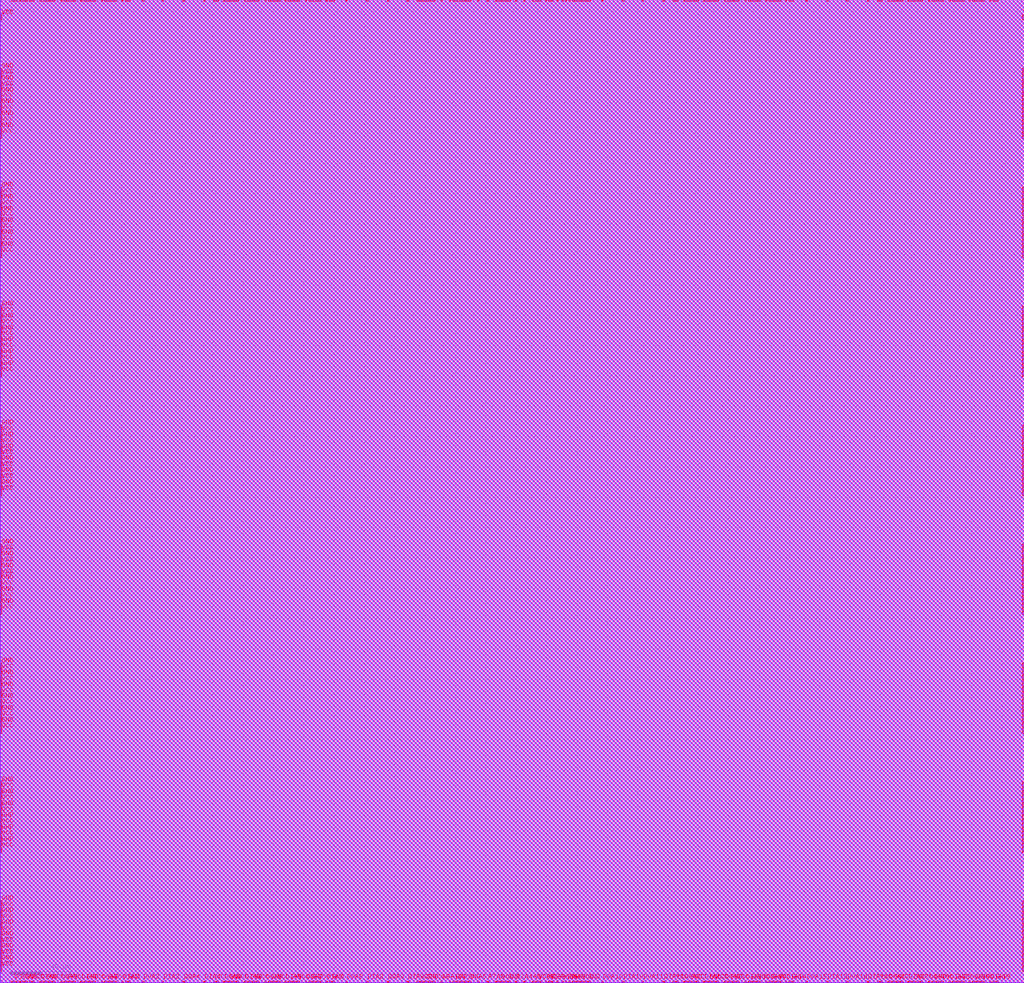
<source format=lef>
# 
#              Synchronous Dual Port SRAM Compiler 
# 
#                    UMC 0.18um Generic Logic Process 
#    __________________________________________________________________________
# 
# 
#      (C) Copyright 2002-2009 Faraday Technology Corp. All Rights Reserved.
#    
#    This source code is an unpublished work belongs to Faraday Technology
#    Corp.  It is considered a trade secret and is not to be divulged or
#    used by parties who have not received written authorization from
#    Faraday Technology Corp.
#    
#    Faraday's home page can be found at:
#    http://www.faraday-tech.com/
#   
#       Module Name      : SRAM_1296X20
#       Words            : 1296
#       Bits             : 20
#       Byte-Write       : 1
#       Aspect Ratio     : 1
#       Output Loading   : 0.05  (pf)
#       Data Slew        : 0.02  (ns)
#       CK Slew          : 0.02  (ns)
#       Power Ring Width : 2  (um)
# 
# -----------------------------------------------------------------------------
# 
#       Library          : FSA0M_A
#       Memaker          : 200901.2.1
#       Date             : 2023/10/20 23:57:47
# 
# -----------------------------------------------------------------------------


NAMESCASESENSITIVE ON ;
MACRO SRAM_1296X20
CLASS BLOCK ;
FOREIGN SRAM_1296X20 0.000 0.000 ;
ORIGIN 0.000 0.000 ;
SIZE 674.560 BY 647.920 ;
SYMMETRY x y r90 ;
SITE core_5040 ;
PIN VCC
  DIRECTION INOUT ;
  USE POWER ;
  SHAPE ABUTMENT ;
 PORT
  LAYER metal5 ;
  RECT 673.440 634.820 674.560 638.060 ;
  LAYER metal4 ;
  RECT 673.440 634.820 674.560 638.060 ;
  LAYER metal3 ;
  RECT 673.440 634.820 674.560 638.060 ;
  LAYER metal2 ;
  RECT 673.440 634.820 674.560 638.060 ;
  LAYER metal1 ;
  RECT 673.440 634.820 674.560 638.060 ;
 END
 PORT
  LAYER metal5 ;
  RECT 673.440 595.620 674.560 598.860 ;
  LAYER metal4 ;
  RECT 673.440 595.620 674.560 598.860 ;
  LAYER metal3 ;
  RECT 673.440 595.620 674.560 598.860 ;
  LAYER metal2 ;
  RECT 673.440 595.620 674.560 598.860 ;
  LAYER metal1 ;
  RECT 673.440 595.620 674.560 598.860 ;
 END
 PORT
  LAYER metal5 ;
  RECT 673.440 587.780 674.560 591.020 ;
  LAYER metal4 ;
  RECT 673.440 587.780 674.560 591.020 ;
  LAYER metal3 ;
  RECT 673.440 587.780 674.560 591.020 ;
  LAYER metal2 ;
  RECT 673.440 587.780 674.560 591.020 ;
  LAYER metal1 ;
  RECT 673.440 587.780 674.560 591.020 ;
 END
 PORT
  LAYER metal5 ;
  RECT 673.440 579.940 674.560 583.180 ;
  LAYER metal4 ;
  RECT 673.440 579.940 674.560 583.180 ;
  LAYER metal3 ;
  RECT 673.440 579.940 674.560 583.180 ;
  LAYER metal2 ;
  RECT 673.440 579.940 674.560 583.180 ;
  LAYER metal1 ;
  RECT 673.440 579.940 674.560 583.180 ;
 END
 PORT
  LAYER metal5 ;
  RECT 673.440 572.100 674.560 575.340 ;
  LAYER metal4 ;
  RECT 673.440 572.100 674.560 575.340 ;
  LAYER metal3 ;
  RECT 673.440 572.100 674.560 575.340 ;
  LAYER metal2 ;
  RECT 673.440 572.100 674.560 575.340 ;
  LAYER metal1 ;
  RECT 673.440 572.100 674.560 575.340 ;
 END
 PORT
  LAYER metal5 ;
  RECT 673.440 564.260 674.560 567.500 ;
  LAYER metal4 ;
  RECT 673.440 564.260 674.560 567.500 ;
  LAYER metal3 ;
  RECT 673.440 564.260 674.560 567.500 ;
  LAYER metal2 ;
  RECT 673.440 564.260 674.560 567.500 ;
  LAYER metal1 ;
  RECT 673.440 564.260 674.560 567.500 ;
 END
 PORT
  LAYER metal5 ;
  RECT 673.440 556.420 674.560 559.660 ;
  LAYER metal4 ;
  RECT 673.440 556.420 674.560 559.660 ;
  LAYER metal3 ;
  RECT 673.440 556.420 674.560 559.660 ;
  LAYER metal2 ;
  RECT 673.440 556.420 674.560 559.660 ;
  LAYER metal1 ;
  RECT 673.440 556.420 674.560 559.660 ;
 END
 PORT
  LAYER metal5 ;
  RECT 673.440 517.220 674.560 520.460 ;
  LAYER metal4 ;
  RECT 673.440 517.220 674.560 520.460 ;
  LAYER metal3 ;
  RECT 673.440 517.220 674.560 520.460 ;
  LAYER metal2 ;
  RECT 673.440 517.220 674.560 520.460 ;
  LAYER metal1 ;
  RECT 673.440 517.220 674.560 520.460 ;
 END
 PORT
  LAYER metal5 ;
  RECT 673.440 509.380 674.560 512.620 ;
  LAYER metal4 ;
  RECT 673.440 509.380 674.560 512.620 ;
  LAYER metal3 ;
  RECT 673.440 509.380 674.560 512.620 ;
  LAYER metal2 ;
  RECT 673.440 509.380 674.560 512.620 ;
  LAYER metal1 ;
  RECT 673.440 509.380 674.560 512.620 ;
 END
 PORT
  LAYER metal5 ;
  RECT 673.440 501.540 674.560 504.780 ;
  LAYER metal4 ;
  RECT 673.440 501.540 674.560 504.780 ;
  LAYER metal3 ;
  RECT 673.440 501.540 674.560 504.780 ;
  LAYER metal2 ;
  RECT 673.440 501.540 674.560 504.780 ;
  LAYER metal1 ;
  RECT 673.440 501.540 674.560 504.780 ;
 END
 PORT
  LAYER metal5 ;
  RECT 673.440 493.700 674.560 496.940 ;
  LAYER metal4 ;
  RECT 673.440 493.700 674.560 496.940 ;
  LAYER metal3 ;
  RECT 673.440 493.700 674.560 496.940 ;
  LAYER metal2 ;
  RECT 673.440 493.700 674.560 496.940 ;
  LAYER metal1 ;
  RECT 673.440 493.700 674.560 496.940 ;
 END
 PORT
  LAYER metal5 ;
  RECT 673.440 485.860 674.560 489.100 ;
  LAYER metal4 ;
  RECT 673.440 485.860 674.560 489.100 ;
  LAYER metal3 ;
  RECT 673.440 485.860 674.560 489.100 ;
  LAYER metal2 ;
  RECT 673.440 485.860 674.560 489.100 ;
  LAYER metal1 ;
  RECT 673.440 485.860 674.560 489.100 ;
 END
 PORT
  LAYER metal5 ;
  RECT 673.440 478.020 674.560 481.260 ;
  LAYER metal4 ;
  RECT 673.440 478.020 674.560 481.260 ;
  LAYER metal3 ;
  RECT 673.440 478.020 674.560 481.260 ;
  LAYER metal2 ;
  RECT 673.440 478.020 674.560 481.260 ;
  LAYER metal1 ;
  RECT 673.440 478.020 674.560 481.260 ;
 END
 PORT
  LAYER metal5 ;
  RECT 673.440 438.820 674.560 442.060 ;
  LAYER metal4 ;
  RECT 673.440 438.820 674.560 442.060 ;
  LAYER metal3 ;
  RECT 673.440 438.820 674.560 442.060 ;
  LAYER metal2 ;
  RECT 673.440 438.820 674.560 442.060 ;
  LAYER metal1 ;
  RECT 673.440 438.820 674.560 442.060 ;
 END
 PORT
  LAYER metal5 ;
  RECT 673.440 430.980 674.560 434.220 ;
  LAYER metal4 ;
  RECT 673.440 430.980 674.560 434.220 ;
  LAYER metal3 ;
  RECT 673.440 430.980 674.560 434.220 ;
  LAYER metal2 ;
  RECT 673.440 430.980 674.560 434.220 ;
  LAYER metal1 ;
  RECT 673.440 430.980 674.560 434.220 ;
 END
 PORT
  LAYER metal5 ;
  RECT 673.440 423.140 674.560 426.380 ;
  LAYER metal4 ;
  RECT 673.440 423.140 674.560 426.380 ;
  LAYER metal3 ;
  RECT 673.440 423.140 674.560 426.380 ;
  LAYER metal2 ;
  RECT 673.440 423.140 674.560 426.380 ;
  LAYER metal1 ;
  RECT 673.440 423.140 674.560 426.380 ;
 END
 PORT
  LAYER metal5 ;
  RECT 673.440 415.300 674.560 418.540 ;
  LAYER metal4 ;
  RECT 673.440 415.300 674.560 418.540 ;
  LAYER metal3 ;
  RECT 673.440 415.300 674.560 418.540 ;
  LAYER metal2 ;
  RECT 673.440 415.300 674.560 418.540 ;
  LAYER metal1 ;
  RECT 673.440 415.300 674.560 418.540 ;
 END
 PORT
  LAYER metal5 ;
  RECT 673.440 407.460 674.560 410.700 ;
  LAYER metal4 ;
  RECT 673.440 407.460 674.560 410.700 ;
  LAYER metal3 ;
  RECT 673.440 407.460 674.560 410.700 ;
  LAYER metal2 ;
  RECT 673.440 407.460 674.560 410.700 ;
  LAYER metal1 ;
  RECT 673.440 407.460 674.560 410.700 ;
 END
 PORT
  LAYER metal5 ;
  RECT 673.440 399.620 674.560 402.860 ;
  LAYER metal4 ;
  RECT 673.440 399.620 674.560 402.860 ;
  LAYER metal3 ;
  RECT 673.440 399.620 674.560 402.860 ;
  LAYER metal2 ;
  RECT 673.440 399.620 674.560 402.860 ;
  LAYER metal1 ;
  RECT 673.440 399.620 674.560 402.860 ;
 END
 PORT
  LAYER metal5 ;
  RECT 673.440 360.420 674.560 363.660 ;
  LAYER metal4 ;
  RECT 673.440 360.420 674.560 363.660 ;
  LAYER metal3 ;
  RECT 673.440 360.420 674.560 363.660 ;
  LAYER metal2 ;
  RECT 673.440 360.420 674.560 363.660 ;
  LAYER metal1 ;
  RECT 673.440 360.420 674.560 363.660 ;
 END
 PORT
  LAYER metal5 ;
  RECT 673.440 352.580 674.560 355.820 ;
  LAYER metal4 ;
  RECT 673.440 352.580 674.560 355.820 ;
  LAYER metal3 ;
  RECT 673.440 352.580 674.560 355.820 ;
  LAYER metal2 ;
  RECT 673.440 352.580 674.560 355.820 ;
  LAYER metal1 ;
  RECT 673.440 352.580 674.560 355.820 ;
 END
 PORT
  LAYER metal5 ;
  RECT 673.440 344.740 674.560 347.980 ;
  LAYER metal4 ;
  RECT 673.440 344.740 674.560 347.980 ;
  LAYER metal3 ;
  RECT 673.440 344.740 674.560 347.980 ;
  LAYER metal2 ;
  RECT 673.440 344.740 674.560 347.980 ;
  LAYER metal1 ;
  RECT 673.440 344.740 674.560 347.980 ;
 END
 PORT
  LAYER metal5 ;
  RECT 673.440 336.900 674.560 340.140 ;
  LAYER metal4 ;
  RECT 673.440 336.900 674.560 340.140 ;
  LAYER metal3 ;
  RECT 673.440 336.900 674.560 340.140 ;
  LAYER metal2 ;
  RECT 673.440 336.900 674.560 340.140 ;
  LAYER metal1 ;
  RECT 673.440 336.900 674.560 340.140 ;
 END
 PORT
  LAYER metal5 ;
  RECT 673.440 329.060 674.560 332.300 ;
  LAYER metal4 ;
  RECT 673.440 329.060 674.560 332.300 ;
  LAYER metal3 ;
  RECT 673.440 329.060 674.560 332.300 ;
  LAYER metal2 ;
  RECT 673.440 329.060 674.560 332.300 ;
  LAYER metal1 ;
  RECT 673.440 329.060 674.560 332.300 ;
 END
 PORT
  LAYER metal5 ;
  RECT 673.440 321.220 674.560 324.460 ;
  LAYER metal4 ;
  RECT 673.440 321.220 674.560 324.460 ;
  LAYER metal3 ;
  RECT 673.440 321.220 674.560 324.460 ;
  LAYER metal2 ;
  RECT 673.440 321.220 674.560 324.460 ;
  LAYER metal1 ;
  RECT 673.440 321.220 674.560 324.460 ;
 END
 PORT
  LAYER metal5 ;
  RECT 673.440 282.020 674.560 285.260 ;
  LAYER metal4 ;
  RECT 673.440 282.020 674.560 285.260 ;
  LAYER metal3 ;
  RECT 673.440 282.020 674.560 285.260 ;
  LAYER metal2 ;
  RECT 673.440 282.020 674.560 285.260 ;
  LAYER metal1 ;
  RECT 673.440 282.020 674.560 285.260 ;
 END
 PORT
  LAYER metal5 ;
  RECT 673.440 274.180 674.560 277.420 ;
  LAYER metal4 ;
  RECT 673.440 274.180 674.560 277.420 ;
  LAYER metal3 ;
  RECT 673.440 274.180 674.560 277.420 ;
  LAYER metal2 ;
  RECT 673.440 274.180 674.560 277.420 ;
  LAYER metal1 ;
  RECT 673.440 274.180 674.560 277.420 ;
 END
 PORT
  LAYER metal5 ;
  RECT 673.440 266.340 674.560 269.580 ;
  LAYER metal4 ;
  RECT 673.440 266.340 674.560 269.580 ;
  LAYER metal3 ;
  RECT 673.440 266.340 674.560 269.580 ;
  LAYER metal2 ;
  RECT 673.440 266.340 674.560 269.580 ;
  LAYER metal1 ;
  RECT 673.440 266.340 674.560 269.580 ;
 END
 PORT
  LAYER metal5 ;
  RECT 673.440 258.500 674.560 261.740 ;
  LAYER metal4 ;
  RECT 673.440 258.500 674.560 261.740 ;
  LAYER metal3 ;
  RECT 673.440 258.500 674.560 261.740 ;
  LAYER metal2 ;
  RECT 673.440 258.500 674.560 261.740 ;
  LAYER metal1 ;
  RECT 673.440 258.500 674.560 261.740 ;
 END
 PORT
  LAYER metal5 ;
  RECT 673.440 250.660 674.560 253.900 ;
  LAYER metal4 ;
  RECT 673.440 250.660 674.560 253.900 ;
  LAYER metal3 ;
  RECT 673.440 250.660 674.560 253.900 ;
  LAYER metal2 ;
  RECT 673.440 250.660 674.560 253.900 ;
  LAYER metal1 ;
  RECT 673.440 250.660 674.560 253.900 ;
 END
 PORT
  LAYER metal5 ;
  RECT 673.440 242.820 674.560 246.060 ;
  LAYER metal4 ;
  RECT 673.440 242.820 674.560 246.060 ;
  LAYER metal3 ;
  RECT 673.440 242.820 674.560 246.060 ;
  LAYER metal2 ;
  RECT 673.440 242.820 674.560 246.060 ;
  LAYER metal1 ;
  RECT 673.440 242.820 674.560 246.060 ;
 END
 PORT
  LAYER metal5 ;
  RECT 673.440 203.620 674.560 206.860 ;
  LAYER metal4 ;
  RECT 673.440 203.620 674.560 206.860 ;
  LAYER metal3 ;
  RECT 673.440 203.620 674.560 206.860 ;
  LAYER metal2 ;
  RECT 673.440 203.620 674.560 206.860 ;
  LAYER metal1 ;
  RECT 673.440 203.620 674.560 206.860 ;
 END
 PORT
  LAYER metal5 ;
  RECT 673.440 195.780 674.560 199.020 ;
  LAYER metal4 ;
  RECT 673.440 195.780 674.560 199.020 ;
  LAYER metal3 ;
  RECT 673.440 195.780 674.560 199.020 ;
  LAYER metal2 ;
  RECT 673.440 195.780 674.560 199.020 ;
  LAYER metal1 ;
  RECT 673.440 195.780 674.560 199.020 ;
 END
 PORT
  LAYER metal5 ;
  RECT 673.440 187.940 674.560 191.180 ;
  LAYER metal4 ;
  RECT 673.440 187.940 674.560 191.180 ;
  LAYER metal3 ;
  RECT 673.440 187.940 674.560 191.180 ;
  LAYER metal2 ;
  RECT 673.440 187.940 674.560 191.180 ;
  LAYER metal1 ;
  RECT 673.440 187.940 674.560 191.180 ;
 END
 PORT
  LAYER metal5 ;
  RECT 673.440 180.100 674.560 183.340 ;
  LAYER metal4 ;
  RECT 673.440 180.100 674.560 183.340 ;
  LAYER metal3 ;
  RECT 673.440 180.100 674.560 183.340 ;
  LAYER metal2 ;
  RECT 673.440 180.100 674.560 183.340 ;
  LAYER metal1 ;
  RECT 673.440 180.100 674.560 183.340 ;
 END
 PORT
  LAYER metal5 ;
  RECT 673.440 172.260 674.560 175.500 ;
  LAYER metal4 ;
  RECT 673.440 172.260 674.560 175.500 ;
  LAYER metal3 ;
  RECT 673.440 172.260 674.560 175.500 ;
  LAYER metal2 ;
  RECT 673.440 172.260 674.560 175.500 ;
  LAYER metal1 ;
  RECT 673.440 172.260 674.560 175.500 ;
 END
 PORT
  LAYER metal5 ;
  RECT 673.440 164.420 674.560 167.660 ;
  LAYER metal4 ;
  RECT 673.440 164.420 674.560 167.660 ;
  LAYER metal3 ;
  RECT 673.440 164.420 674.560 167.660 ;
  LAYER metal2 ;
  RECT 673.440 164.420 674.560 167.660 ;
  LAYER metal1 ;
  RECT 673.440 164.420 674.560 167.660 ;
 END
 PORT
  LAYER metal5 ;
  RECT 673.440 125.220 674.560 128.460 ;
  LAYER metal4 ;
  RECT 673.440 125.220 674.560 128.460 ;
  LAYER metal3 ;
  RECT 673.440 125.220 674.560 128.460 ;
  LAYER metal2 ;
  RECT 673.440 125.220 674.560 128.460 ;
  LAYER metal1 ;
  RECT 673.440 125.220 674.560 128.460 ;
 END
 PORT
  LAYER metal5 ;
  RECT 673.440 117.380 674.560 120.620 ;
  LAYER metal4 ;
  RECT 673.440 117.380 674.560 120.620 ;
  LAYER metal3 ;
  RECT 673.440 117.380 674.560 120.620 ;
  LAYER metal2 ;
  RECT 673.440 117.380 674.560 120.620 ;
  LAYER metal1 ;
  RECT 673.440 117.380 674.560 120.620 ;
 END
 PORT
  LAYER metal5 ;
  RECT 673.440 109.540 674.560 112.780 ;
  LAYER metal4 ;
  RECT 673.440 109.540 674.560 112.780 ;
  LAYER metal3 ;
  RECT 673.440 109.540 674.560 112.780 ;
  LAYER metal2 ;
  RECT 673.440 109.540 674.560 112.780 ;
  LAYER metal1 ;
  RECT 673.440 109.540 674.560 112.780 ;
 END
 PORT
  LAYER metal5 ;
  RECT 673.440 101.700 674.560 104.940 ;
  LAYER metal4 ;
  RECT 673.440 101.700 674.560 104.940 ;
  LAYER metal3 ;
  RECT 673.440 101.700 674.560 104.940 ;
  LAYER metal2 ;
  RECT 673.440 101.700 674.560 104.940 ;
  LAYER metal1 ;
  RECT 673.440 101.700 674.560 104.940 ;
 END
 PORT
  LAYER metal5 ;
  RECT 673.440 93.860 674.560 97.100 ;
  LAYER metal4 ;
  RECT 673.440 93.860 674.560 97.100 ;
  LAYER metal3 ;
  RECT 673.440 93.860 674.560 97.100 ;
  LAYER metal2 ;
  RECT 673.440 93.860 674.560 97.100 ;
  LAYER metal1 ;
  RECT 673.440 93.860 674.560 97.100 ;
 END
 PORT
  LAYER metal5 ;
  RECT 673.440 86.020 674.560 89.260 ;
  LAYER metal4 ;
  RECT 673.440 86.020 674.560 89.260 ;
  LAYER metal3 ;
  RECT 673.440 86.020 674.560 89.260 ;
  LAYER metal2 ;
  RECT 673.440 86.020 674.560 89.260 ;
  LAYER metal1 ;
  RECT 673.440 86.020 674.560 89.260 ;
 END
 PORT
  LAYER metal5 ;
  RECT 673.440 46.820 674.560 50.060 ;
  LAYER metal4 ;
  RECT 673.440 46.820 674.560 50.060 ;
  LAYER metal3 ;
  RECT 673.440 46.820 674.560 50.060 ;
  LAYER metal2 ;
  RECT 673.440 46.820 674.560 50.060 ;
  LAYER metal1 ;
  RECT 673.440 46.820 674.560 50.060 ;
 END
 PORT
  LAYER metal5 ;
  RECT 673.440 38.980 674.560 42.220 ;
  LAYER metal4 ;
  RECT 673.440 38.980 674.560 42.220 ;
  LAYER metal3 ;
  RECT 673.440 38.980 674.560 42.220 ;
  LAYER metal2 ;
  RECT 673.440 38.980 674.560 42.220 ;
  LAYER metal1 ;
  RECT 673.440 38.980 674.560 42.220 ;
 END
 PORT
  LAYER metal5 ;
  RECT 673.440 31.140 674.560 34.380 ;
  LAYER metal4 ;
  RECT 673.440 31.140 674.560 34.380 ;
  LAYER metal3 ;
  RECT 673.440 31.140 674.560 34.380 ;
  LAYER metal2 ;
  RECT 673.440 31.140 674.560 34.380 ;
  LAYER metal1 ;
  RECT 673.440 31.140 674.560 34.380 ;
 END
 PORT
  LAYER metal5 ;
  RECT 673.440 23.300 674.560 26.540 ;
  LAYER metal4 ;
  RECT 673.440 23.300 674.560 26.540 ;
  LAYER metal3 ;
  RECT 673.440 23.300 674.560 26.540 ;
  LAYER metal2 ;
  RECT 673.440 23.300 674.560 26.540 ;
  LAYER metal1 ;
  RECT 673.440 23.300 674.560 26.540 ;
 END
 PORT
  LAYER metal5 ;
  RECT 673.440 15.460 674.560 18.700 ;
  LAYER metal4 ;
  RECT 673.440 15.460 674.560 18.700 ;
  LAYER metal3 ;
  RECT 673.440 15.460 674.560 18.700 ;
  LAYER metal2 ;
  RECT 673.440 15.460 674.560 18.700 ;
  LAYER metal1 ;
  RECT 673.440 15.460 674.560 18.700 ;
 END
 PORT
  LAYER metal5 ;
  RECT 673.440 7.620 674.560 10.860 ;
  LAYER metal4 ;
  RECT 673.440 7.620 674.560 10.860 ;
  LAYER metal3 ;
  RECT 673.440 7.620 674.560 10.860 ;
  LAYER metal2 ;
  RECT 673.440 7.620 674.560 10.860 ;
  LAYER metal1 ;
  RECT 673.440 7.620 674.560 10.860 ;
 END
 PORT
  LAYER metal5 ;
  RECT 0.000 634.820 1.120 638.060 ;
  LAYER metal4 ;
  RECT 0.000 634.820 1.120 638.060 ;
  LAYER metal3 ;
  RECT 0.000 634.820 1.120 638.060 ;
  LAYER metal2 ;
  RECT 0.000 634.820 1.120 638.060 ;
  LAYER metal1 ;
  RECT 0.000 634.820 1.120 638.060 ;
 END
 PORT
  LAYER metal5 ;
  RECT 0.000 595.620 1.120 598.860 ;
  LAYER metal4 ;
  RECT 0.000 595.620 1.120 598.860 ;
  LAYER metal3 ;
  RECT 0.000 595.620 1.120 598.860 ;
  LAYER metal2 ;
  RECT 0.000 595.620 1.120 598.860 ;
  LAYER metal1 ;
  RECT 0.000 595.620 1.120 598.860 ;
 END
 PORT
  LAYER metal5 ;
  RECT 0.000 587.780 1.120 591.020 ;
  LAYER metal4 ;
  RECT 0.000 587.780 1.120 591.020 ;
  LAYER metal3 ;
  RECT 0.000 587.780 1.120 591.020 ;
  LAYER metal2 ;
  RECT 0.000 587.780 1.120 591.020 ;
  LAYER metal1 ;
  RECT 0.000 587.780 1.120 591.020 ;
 END
 PORT
  LAYER metal5 ;
  RECT 0.000 579.940 1.120 583.180 ;
  LAYER metal4 ;
  RECT 0.000 579.940 1.120 583.180 ;
  LAYER metal3 ;
  RECT 0.000 579.940 1.120 583.180 ;
  LAYER metal2 ;
  RECT 0.000 579.940 1.120 583.180 ;
  LAYER metal1 ;
  RECT 0.000 579.940 1.120 583.180 ;
 END
 PORT
  LAYER metal5 ;
  RECT 0.000 572.100 1.120 575.340 ;
  LAYER metal4 ;
  RECT 0.000 572.100 1.120 575.340 ;
  LAYER metal3 ;
  RECT 0.000 572.100 1.120 575.340 ;
  LAYER metal2 ;
  RECT 0.000 572.100 1.120 575.340 ;
  LAYER metal1 ;
  RECT 0.000 572.100 1.120 575.340 ;
 END
 PORT
  LAYER metal5 ;
  RECT 0.000 564.260 1.120 567.500 ;
  LAYER metal4 ;
  RECT 0.000 564.260 1.120 567.500 ;
  LAYER metal3 ;
  RECT 0.000 564.260 1.120 567.500 ;
  LAYER metal2 ;
  RECT 0.000 564.260 1.120 567.500 ;
  LAYER metal1 ;
  RECT 0.000 564.260 1.120 567.500 ;
 END
 PORT
  LAYER metal5 ;
  RECT 0.000 556.420 1.120 559.660 ;
  LAYER metal4 ;
  RECT 0.000 556.420 1.120 559.660 ;
  LAYER metal3 ;
  RECT 0.000 556.420 1.120 559.660 ;
  LAYER metal2 ;
  RECT 0.000 556.420 1.120 559.660 ;
  LAYER metal1 ;
  RECT 0.000 556.420 1.120 559.660 ;
 END
 PORT
  LAYER metal5 ;
  RECT 0.000 517.220 1.120 520.460 ;
  LAYER metal4 ;
  RECT 0.000 517.220 1.120 520.460 ;
  LAYER metal3 ;
  RECT 0.000 517.220 1.120 520.460 ;
  LAYER metal2 ;
  RECT 0.000 517.220 1.120 520.460 ;
  LAYER metal1 ;
  RECT 0.000 517.220 1.120 520.460 ;
 END
 PORT
  LAYER metal5 ;
  RECT 0.000 509.380 1.120 512.620 ;
  LAYER metal4 ;
  RECT 0.000 509.380 1.120 512.620 ;
  LAYER metal3 ;
  RECT 0.000 509.380 1.120 512.620 ;
  LAYER metal2 ;
  RECT 0.000 509.380 1.120 512.620 ;
  LAYER metal1 ;
  RECT 0.000 509.380 1.120 512.620 ;
 END
 PORT
  LAYER metal5 ;
  RECT 0.000 501.540 1.120 504.780 ;
  LAYER metal4 ;
  RECT 0.000 501.540 1.120 504.780 ;
  LAYER metal3 ;
  RECT 0.000 501.540 1.120 504.780 ;
  LAYER metal2 ;
  RECT 0.000 501.540 1.120 504.780 ;
  LAYER metal1 ;
  RECT 0.000 501.540 1.120 504.780 ;
 END
 PORT
  LAYER metal5 ;
  RECT 0.000 493.700 1.120 496.940 ;
  LAYER metal4 ;
  RECT 0.000 493.700 1.120 496.940 ;
  LAYER metal3 ;
  RECT 0.000 493.700 1.120 496.940 ;
  LAYER metal2 ;
  RECT 0.000 493.700 1.120 496.940 ;
  LAYER metal1 ;
  RECT 0.000 493.700 1.120 496.940 ;
 END
 PORT
  LAYER metal5 ;
  RECT 0.000 485.860 1.120 489.100 ;
  LAYER metal4 ;
  RECT 0.000 485.860 1.120 489.100 ;
  LAYER metal3 ;
  RECT 0.000 485.860 1.120 489.100 ;
  LAYER metal2 ;
  RECT 0.000 485.860 1.120 489.100 ;
  LAYER metal1 ;
  RECT 0.000 485.860 1.120 489.100 ;
 END
 PORT
  LAYER metal5 ;
  RECT 0.000 478.020 1.120 481.260 ;
  LAYER metal4 ;
  RECT 0.000 478.020 1.120 481.260 ;
  LAYER metal3 ;
  RECT 0.000 478.020 1.120 481.260 ;
  LAYER metal2 ;
  RECT 0.000 478.020 1.120 481.260 ;
  LAYER metal1 ;
  RECT 0.000 478.020 1.120 481.260 ;
 END
 PORT
  LAYER metal5 ;
  RECT 0.000 438.820 1.120 442.060 ;
  LAYER metal4 ;
  RECT 0.000 438.820 1.120 442.060 ;
  LAYER metal3 ;
  RECT 0.000 438.820 1.120 442.060 ;
  LAYER metal2 ;
  RECT 0.000 438.820 1.120 442.060 ;
  LAYER metal1 ;
  RECT 0.000 438.820 1.120 442.060 ;
 END
 PORT
  LAYER metal5 ;
  RECT 0.000 430.980 1.120 434.220 ;
  LAYER metal4 ;
  RECT 0.000 430.980 1.120 434.220 ;
  LAYER metal3 ;
  RECT 0.000 430.980 1.120 434.220 ;
  LAYER metal2 ;
  RECT 0.000 430.980 1.120 434.220 ;
  LAYER metal1 ;
  RECT 0.000 430.980 1.120 434.220 ;
 END
 PORT
  LAYER metal5 ;
  RECT 0.000 423.140 1.120 426.380 ;
  LAYER metal4 ;
  RECT 0.000 423.140 1.120 426.380 ;
  LAYER metal3 ;
  RECT 0.000 423.140 1.120 426.380 ;
  LAYER metal2 ;
  RECT 0.000 423.140 1.120 426.380 ;
  LAYER metal1 ;
  RECT 0.000 423.140 1.120 426.380 ;
 END
 PORT
  LAYER metal5 ;
  RECT 0.000 415.300 1.120 418.540 ;
  LAYER metal4 ;
  RECT 0.000 415.300 1.120 418.540 ;
  LAYER metal3 ;
  RECT 0.000 415.300 1.120 418.540 ;
  LAYER metal2 ;
  RECT 0.000 415.300 1.120 418.540 ;
  LAYER metal1 ;
  RECT 0.000 415.300 1.120 418.540 ;
 END
 PORT
  LAYER metal5 ;
  RECT 0.000 407.460 1.120 410.700 ;
  LAYER metal4 ;
  RECT 0.000 407.460 1.120 410.700 ;
  LAYER metal3 ;
  RECT 0.000 407.460 1.120 410.700 ;
  LAYER metal2 ;
  RECT 0.000 407.460 1.120 410.700 ;
  LAYER metal1 ;
  RECT 0.000 407.460 1.120 410.700 ;
 END
 PORT
  LAYER metal5 ;
  RECT 0.000 399.620 1.120 402.860 ;
  LAYER metal4 ;
  RECT 0.000 399.620 1.120 402.860 ;
  LAYER metal3 ;
  RECT 0.000 399.620 1.120 402.860 ;
  LAYER metal2 ;
  RECT 0.000 399.620 1.120 402.860 ;
  LAYER metal1 ;
  RECT 0.000 399.620 1.120 402.860 ;
 END
 PORT
  LAYER metal5 ;
  RECT 0.000 360.420 1.120 363.660 ;
  LAYER metal4 ;
  RECT 0.000 360.420 1.120 363.660 ;
  LAYER metal3 ;
  RECT 0.000 360.420 1.120 363.660 ;
  LAYER metal2 ;
  RECT 0.000 360.420 1.120 363.660 ;
  LAYER metal1 ;
  RECT 0.000 360.420 1.120 363.660 ;
 END
 PORT
  LAYER metal5 ;
  RECT 0.000 352.580 1.120 355.820 ;
  LAYER metal4 ;
  RECT 0.000 352.580 1.120 355.820 ;
  LAYER metal3 ;
  RECT 0.000 352.580 1.120 355.820 ;
  LAYER metal2 ;
  RECT 0.000 352.580 1.120 355.820 ;
  LAYER metal1 ;
  RECT 0.000 352.580 1.120 355.820 ;
 END
 PORT
  LAYER metal5 ;
  RECT 0.000 344.740 1.120 347.980 ;
  LAYER metal4 ;
  RECT 0.000 344.740 1.120 347.980 ;
  LAYER metal3 ;
  RECT 0.000 344.740 1.120 347.980 ;
  LAYER metal2 ;
  RECT 0.000 344.740 1.120 347.980 ;
  LAYER metal1 ;
  RECT 0.000 344.740 1.120 347.980 ;
 END
 PORT
  LAYER metal5 ;
  RECT 0.000 336.900 1.120 340.140 ;
  LAYER metal4 ;
  RECT 0.000 336.900 1.120 340.140 ;
  LAYER metal3 ;
  RECT 0.000 336.900 1.120 340.140 ;
  LAYER metal2 ;
  RECT 0.000 336.900 1.120 340.140 ;
  LAYER metal1 ;
  RECT 0.000 336.900 1.120 340.140 ;
 END
 PORT
  LAYER metal5 ;
  RECT 0.000 329.060 1.120 332.300 ;
  LAYER metal4 ;
  RECT 0.000 329.060 1.120 332.300 ;
  LAYER metal3 ;
  RECT 0.000 329.060 1.120 332.300 ;
  LAYER metal2 ;
  RECT 0.000 329.060 1.120 332.300 ;
  LAYER metal1 ;
  RECT 0.000 329.060 1.120 332.300 ;
 END
 PORT
  LAYER metal5 ;
  RECT 0.000 321.220 1.120 324.460 ;
  LAYER metal4 ;
  RECT 0.000 321.220 1.120 324.460 ;
  LAYER metal3 ;
  RECT 0.000 321.220 1.120 324.460 ;
  LAYER metal2 ;
  RECT 0.000 321.220 1.120 324.460 ;
  LAYER metal1 ;
  RECT 0.000 321.220 1.120 324.460 ;
 END
 PORT
  LAYER metal5 ;
  RECT 0.000 282.020 1.120 285.260 ;
  LAYER metal4 ;
  RECT 0.000 282.020 1.120 285.260 ;
  LAYER metal3 ;
  RECT 0.000 282.020 1.120 285.260 ;
  LAYER metal2 ;
  RECT 0.000 282.020 1.120 285.260 ;
  LAYER metal1 ;
  RECT 0.000 282.020 1.120 285.260 ;
 END
 PORT
  LAYER metal5 ;
  RECT 0.000 274.180 1.120 277.420 ;
  LAYER metal4 ;
  RECT 0.000 274.180 1.120 277.420 ;
  LAYER metal3 ;
  RECT 0.000 274.180 1.120 277.420 ;
  LAYER metal2 ;
  RECT 0.000 274.180 1.120 277.420 ;
  LAYER metal1 ;
  RECT 0.000 274.180 1.120 277.420 ;
 END
 PORT
  LAYER metal5 ;
  RECT 0.000 266.340 1.120 269.580 ;
  LAYER metal4 ;
  RECT 0.000 266.340 1.120 269.580 ;
  LAYER metal3 ;
  RECT 0.000 266.340 1.120 269.580 ;
  LAYER metal2 ;
  RECT 0.000 266.340 1.120 269.580 ;
  LAYER metal1 ;
  RECT 0.000 266.340 1.120 269.580 ;
 END
 PORT
  LAYER metal5 ;
  RECT 0.000 258.500 1.120 261.740 ;
  LAYER metal4 ;
  RECT 0.000 258.500 1.120 261.740 ;
  LAYER metal3 ;
  RECT 0.000 258.500 1.120 261.740 ;
  LAYER metal2 ;
  RECT 0.000 258.500 1.120 261.740 ;
  LAYER metal1 ;
  RECT 0.000 258.500 1.120 261.740 ;
 END
 PORT
  LAYER metal5 ;
  RECT 0.000 250.660 1.120 253.900 ;
  LAYER metal4 ;
  RECT 0.000 250.660 1.120 253.900 ;
  LAYER metal3 ;
  RECT 0.000 250.660 1.120 253.900 ;
  LAYER metal2 ;
  RECT 0.000 250.660 1.120 253.900 ;
  LAYER metal1 ;
  RECT 0.000 250.660 1.120 253.900 ;
 END
 PORT
  LAYER metal5 ;
  RECT 0.000 242.820 1.120 246.060 ;
  LAYER metal4 ;
  RECT 0.000 242.820 1.120 246.060 ;
  LAYER metal3 ;
  RECT 0.000 242.820 1.120 246.060 ;
  LAYER metal2 ;
  RECT 0.000 242.820 1.120 246.060 ;
  LAYER metal1 ;
  RECT 0.000 242.820 1.120 246.060 ;
 END
 PORT
  LAYER metal5 ;
  RECT 0.000 203.620 1.120 206.860 ;
  LAYER metal4 ;
  RECT 0.000 203.620 1.120 206.860 ;
  LAYER metal3 ;
  RECT 0.000 203.620 1.120 206.860 ;
  LAYER metal2 ;
  RECT 0.000 203.620 1.120 206.860 ;
  LAYER metal1 ;
  RECT 0.000 203.620 1.120 206.860 ;
 END
 PORT
  LAYER metal5 ;
  RECT 0.000 195.780 1.120 199.020 ;
  LAYER metal4 ;
  RECT 0.000 195.780 1.120 199.020 ;
  LAYER metal3 ;
  RECT 0.000 195.780 1.120 199.020 ;
  LAYER metal2 ;
  RECT 0.000 195.780 1.120 199.020 ;
  LAYER metal1 ;
  RECT 0.000 195.780 1.120 199.020 ;
 END
 PORT
  LAYER metal5 ;
  RECT 0.000 187.940 1.120 191.180 ;
  LAYER metal4 ;
  RECT 0.000 187.940 1.120 191.180 ;
  LAYER metal3 ;
  RECT 0.000 187.940 1.120 191.180 ;
  LAYER metal2 ;
  RECT 0.000 187.940 1.120 191.180 ;
  LAYER metal1 ;
  RECT 0.000 187.940 1.120 191.180 ;
 END
 PORT
  LAYER metal5 ;
  RECT 0.000 180.100 1.120 183.340 ;
  LAYER metal4 ;
  RECT 0.000 180.100 1.120 183.340 ;
  LAYER metal3 ;
  RECT 0.000 180.100 1.120 183.340 ;
  LAYER metal2 ;
  RECT 0.000 180.100 1.120 183.340 ;
  LAYER metal1 ;
  RECT 0.000 180.100 1.120 183.340 ;
 END
 PORT
  LAYER metal5 ;
  RECT 0.000 172.260 1.120 175.500 ;
  LAYER metal4 ;
  RECT 0.000 172.260 1.120 175.500 ;
  LAYER metal3 ;
  RECT 0.000 172.260 1.120 175.500 ;
  LAYER metal2 ;
  RECT 0.000 172.260 1.120 175.500 ;
  LAYER metal1 ;
  RECT 0.000 172.260 1.120 175.500 ;
 END
 PORT
  LAYER metal5 ;
  RECT 0.000 164.420 1.120 167.660 ;
  LAYER metal4 ;
  RECT 0.000 164.420 1.120 167.660 ;
  LAYER metal3 ;
  RECT 0.000 164.420 1.120 167.660 ;
  LAYER metal2 ;
  RECT 0.000 164.420 1.120 167.660 ;
  LAYER metal1 ;
  RECT 0.000 164.420 1.120 167.660 ;
 END
 PORT
  LAYER metal5 ;
  RECT 0.000 125.220 1.120 128.460 ;
  LAYER metal4 ;
  RECT 0.000 125.220 1.120 128.460 ;
  LAYER metal3 ;
  RECT 0.000 125.220 1.120 128.460 ;
  LAYER metal2 ;
  RECT 0.000 125.220 1.120 128.460 ;
  LAYER metal1 ;
  RECT 0.000 125.220 1.120 128.460 ;
 END
 PORT
  LAYER metal5 ;
  RECT 0.000 117.380 1.120 120.620 ;
  LAYER metal4 ;
  RECT 0.000 117.380 1.120 120.620 ;
  LAYER metal3 ;
  RECT 0.000 117.380 1.120 120.620 ;
  LAYER metal2 ;
  RECT 0.000 117.380 1.120 120.620 ;
  LAYER metal1 ;
  RECT 0.000 117.380 1.120 120.620 ;
 END
 PORT
  LAYER metal5 ;
  RECT 0.000 109.540 1.120 112.780 ;
  LAYER metal4 ;
  RECT 0.000 109.540 1.120 112.780 ;
  LAYER metal3 ;
  RECT 0.000 109.540 1.120 112.780 ;
  LAYER metal2 ;
  RECT 0.000 109.540 1.120 112.780 ;
  LAYER metal1 ;
  RECT 0.000 109.540 1.120 112.780 ;
 END
 PORT
  LAYER metal5 ;
  RECT 0.000 101.700 1.120 104.940 ;
  LAYER metal4 ;
  RECT 0.000 101.700 1.120 104.940 ;
  LAYER metal3 ;
  RECT 0.000 101.700 1.120 104.940 ;
  LAYER metal2 ;
  RECT 0.000 101.700 1.120 104.940 ;
  LAYER metal1 ;
  RECT 0.000 101.700 1.120 104.940 ;
 END
 PORT
  LAYER metal5 ;
  RECT 0.000 93.860 1.120 97.100 ;
  LAYER metal4 ;
  RECT 0.000 93.860 1.120 97.100 ;
  LAYER metal3 ;
  RECT 0.000 93.860 1.120 97.100 ;
  LAYER metal2 ;
  RECT 0.000 93.860 1.120 97.100 ;
  LAYER metal1 ;
  RECT 0.000 93.860 1.120 97.100 ;
 END
 PORT
  LAYER metal5 ;
  RECT 0.000 86.020 1.120 89.260 ;
  LAYER metal4 ;
  RECT 0.000 86.020 1.120 89.260 ;
  LAYER metal3 ;
  RECT 0.000 86.020 1.120 89.260 ;
  LAYER metal2 ;
  RECT 0.000 86.020 1.120 89.260 ;
  LAYER metal1 ;
  RECT 0.000 86.020 1.120 89.260 ;
 END
 PORT
  LAYER metal5 ;
  RECT 0.000 46.820 1.120 50.060 ;
  LAYER metal4 ;
  RECT 0.000 46.820 1.120 50.060 ;
  LAYER metal3 ;
  RECT 0.000 46.820 1.120 50.060 ;
  LAYER metal2 ;
  RECT 0.000 46.820 1.120 50.060 ;
  LAYER metal1 ;
  RECT 0.000 46.820 1.120 50.060 ;
 END
 PORT
  LAYER metal5 ;
  RECT 0.000 38.980 1.120 42.220 ;
  LAYER metal4 ;
  RECT 0.000 38.980 1.120 42.220 ;
  LAYER metal3 ;
  RECT 0.000 38.980 1.120 42.220 ;
  LAYER metal2 ;
  RECT 0.000 38.980 1.120 42.220 ;
  LAYER metal1 ;
  RECT 0.000 38.980 1.120 42.220 ;
 END
 PORT
  LAYER metal5 ;
  RECT 0.000 31.140 1.120 34.380 ;
  LAYER metal4 ;
  RECT 0.000 31.140 1.120 34.380 ;
  LAYER metal3 ;
  RECT 0.000 31.140 1.120 34.380 ;
  LAYER metal2 ;
  RECT 0.000 31.140 1.120 34.380 ;
  LAYER metal1 ;
  RECT 0.000 31.140 1.120 34.380 ;
 END
 PORT
  LAYER metal5 ;
  RECT 0.000 23.300 1.120 26.540 ;
  LAYER metal4 ;
  RECT 0.000 23.300 1.120 26.540 ;
  LAYER metal3 ;
  RECT 0.000 23.300 1.120 26.540 ;
  LAYER metal2 ;
  RECT 0.000 23.300 1.120 26.540 ;
  LAYER metal1 ;
  RECT 0.000 23.300 1.120 26.540 ;
 END
 PORT
  LAYER metal5 ;
  RECT 0.000 15.460 1.120 18.700 ;
  LAYER metal4 ;
  RECT 0.000 15.460 1.120 18.700 ;
  LAYER metal3 ;
  RECT 0.000 15.460 1.120 18.700 ;
  LAYER metal2 ;
  RECT 0.000 15.460 1.120 18.700 ;
  LAYER metal1 ;
  RECT 0.000 15.460 1.120 18.700 ;
 END
 PORT
  LAYER metal5 ;
  RECT 0.000 7.620 1.120 10.860 ;
  LAYER metal4 ;
  RECT 0.000 7.620 1.120 10.860 ;
  LAYER metal3 ;
  RECT 0.000 7.620 1.120 10.860 ;
  LAYER metal2 ;
  RECT 0.000 7.620 1.120 10.860 ;
  LAYER metal1 ;
  RECT 0.000 7.620 1.120 10.860 ;
 END
 PORT
  LAYER metal5 ;
  RECT 644.580 646.800 648.120 647.920 ;
  LAYER metal4 ;
  RECT 644.580 646.800 648.120 647.920 ;
  LAYER metal3 ;
  RECT 644.580 646.800 648.120 647.920 ;
  LAYER metal2 ;
  RECT 644.580 646.800 648.120 647.920 ;
  LAYER metal1 ;
  RECT 644.580 646.800 648.120 647.920 ;
 END
 PORT
  LAYER metal5 ;
  RECT 631.560 646.800 635.100 647.920 ;
  LAYER metal4 ;
  RECT 631.560 646.800 635.100 647.920 ;
  LAYER metal3 ;
  RECT 631.560 646.800 635.100 647.920 ;
  LAYER metal2 ;
  RECT 631.560 646.800 635.100 647.920 ;
  LAYER metal1 ;
  RECT 631.560 646.800 635.100 647.920 ;
 END
 PORT
  LAYER metal5 ;
  RECT 617.920 646.800 621.460 647.920 ;
  LAYER metal4 ;
  RECT 617.920 646.800 621.460 647.920 ;
  LAYER metal3 ;
  RECT 617.920 646.800 621.460 647.920 ;
  LAYER metal2 ;
  RECT 617.920 646.800 621.460 647.920 ;
  LAYER metal1 ;
  RECT 617.920 646.800 621.460 647.920 ;
 END
 PORT
  LAYER metal5 ;
  RECT 604.280 646.800 607.820 647.920 ;
  LAYER metal4 ;
  RECT 604.280 646.800 607.820 647.920 ;
  LAYER metal3 ;
  RECT 604.280 646.800 607.820 647.920 ;
  LAYER metal2 ;
  RECT 604.280 646.800 607.820 647.920 ;
  LAYER metal1 ;
  RECT 604.280 646.800 607.820 647.920 ;
 END
 PORT
  LAYER metal5 ;
  RECT 591.260 646.800 594.800 647.920 ;
  LAYER metal4 ;
  RECT 591.260 646.800 594.800 647.920 ;
  LAYER metal3 ;
  RECT 591.260 646.800 594.800 647.920 ;
  LAYER metal2 ;
  RECT 591.260 646.800 594.800 647.920 ;
  LAYER metal1 ;
  RECT 591.260 646.800 594.800 647.920 ;
 END
 PORT
  LAYER metal5 ;
  RECT 577.620 646.800 581.160 647.920 ;
  LAYER metal4 ;
  RECT 577.620 646.800 581.160 647.920 ;
  LAYER metal3 ;
  RECT 577.620 646.800 581.160 647.920 ;
  LAYER metal2 ;
  RECT 577.620 646.800 581.160 647.920 ;
  LAYER metal1 ;
  RECT 577.620 646.800 581.160 647.920 ;
 END
 PORT
  LAYER metal5 ;
  RECT 510.660 646.800 514.200 647.920 ;
  LAYER metal4 ;
  RECT 510.660 646.800 514.200 647.920 ;
  LAYER metal3 ;
  RECT 510.660 646.800 514.200 647.920 ;
  LAYER metal2 ;
  RECT 510.660 646.800 514.200 647.920 ;
  LAYER metal1 ;
  RECT 510.660 646.800 514.200 647.920 ;
 END
 PORT
  LAYER metal5 ;
  RECT 497.020 646.800 500.560 647.920 ;
  LAYER metal4 ;
  RECT 497.020 646.800 500.560 647.920 ;
  LAYER metal3 ;
  RECT 497.020 646.800 500.560 647.920 ;
  LAYER metal2 ;
  RECT 497.020 646.800 500.560 647.920 ;
  LAYER metal1 ;
  RECT 497.020 646.800 500.560 647.920 ;
 END
 PORT
  LAYER metal5 ;
  RECT 483.380 646.800 486.920 647.920 ;
  LAYER metal4 ;
  RECT 483.380 646.800 486.920 647.920 ;
  LAYER metal3 ;
  RECT 483.380 646.800 486.920 647.920 ;
  LAYER metal2 ;
  RECT 483.380 646.800 486.920 647.920 ;
  LAYER metal1 ;
  RECT 483.380 646.800 486.920 647.920 ;
 END
 PORT
  LAYER metal5 ;
  RECT 469.740 646.800 473.280 647.920 ;
  LAYER metal4 ;
  RECT 469.740 646.800 473.280 647.920 ;
  LAYER metal3 ;
  RECT 469.740 646.800 473.280 647.920 ;
  LAYER metal2 ;
  RECT 469.740 646.800 473.280 647.920 ;
  LAYER metal1 ;
  RECT 469.740 646.800 473.280 647.920 ;
 END
 PORT
  LAYER metal5 ;
  RECT 456.720 646.800 460.260 647.920 ;
  LAYER metal4 ;
  RECT 456.720 646.800 460.260 647.920 ;
  LAYER metal3 ;
  RECT 456.720 646.800 460.260 647.920 ;
  LAYER metal2 ;
  RECT 456.720 646.800 460.260 647.920 ;
  LAYER metal1 ;
  RECT 456.720 646.800 460.260 647.920 ;
 END
 PORT
  LAYER metal5 ;
  RECT 443.080 646.800 446.620 647.920 ;
  LAYER metal4 ;
  RECT 443.080 646.800 446.620 647.920 ;
  LAYER metal3 ;
  RECT 443.080 646.800 446.620 647.920 ;
  LAYER metal2 ;
  RECT 443.080 646.800 446.620 647.920 ;
  LAYER metal1 ;
  RECT 443.080 646.800 446.620 647.920 ;
 END
 PORT
  LAYER metal5 ;
  RECT 381.080 646.800 384.620 647.920 ;
  LAYER metal4 ;
  RECT 381.080 646.800 384.620 647.920 ;
  LAYER metal3 ;
  RECT 381.080 646.800 384.620 647.920 ;
  LAYER metal2 ;
  RECT 381.080 646.800 384.620 647.920 ;
  LAYER metal1 ;
  RECT 381.080 646.800 384.620 647.920 ;
 END
 PORT
  LAYER metal5 ;
  RECT 352.560 646.800 356.100 647.920 ;
  LAYER metal4 ;
  RECT 352.560 646.800 356.100 647.920 ;
  LAYER metal3 ;
  RECT 352.560 646.800 356.100 647.920 ;
  LAYER metal2 ;
  RECT 352.560 646.800 356.100 647.920 ;
  LAYER metal1 ;
  RECT 352.560 646.800 356.100 647.920 ;
 END
 PORT
  LAYER metal5 ;
  RECT 328.380 646.800 331.920 647.920 ;
  LAYER metal4 ;
  RECT 328.380 646.800 331.920 647.920 ;
  LAYER metal3 ;
  RECT 328.380 646.800 331.920 647.920 ;
  LAYER metal2 ;
  RECT 328.380 646.800 331.920 647.920 ;
  LAYER metal1 ;
  RECT 328.380 646.800 331.920 647.920 ;
 END
 PORT
  LAYER metal5 ;
  RECT 302.340 646.800 305.880 647.920 ;
  LAYER metal4 ;
  RECT 302.340 646.800 305.880 647.920 ;
  LAYER metal3 ;
  RECT 302.340 646.800 305.880 647.920 ;
  LAYER metal2 ;
  RECT 302.340 646.800 305.880 647.920 ;
  LAYER metal1 ;
  RECT 302.340 646.800 305.880 647.920 ;
 END
 PORT
  LAYER metal5 ;
  RECT 283.120 646.800 286.660 647.920 ;
  LAYER metal4 ;
  RECT 283.120 646.800 286.660 647.920 ;
  LAYER metal3 ;
  RECT 283.120 646.800 286.660 647.920 ;
  LAYER metal2 ;
  RECT 283.120 646.800 286.660 647.920 ;
  LAYER metal1 ;
  RECT 283.120 646.800 286.660 647.920 ;
 END
 PORT
  LAYER metal5 ;
  RECT 274.440 646.800 277.980 647.920 ;
  LAYER metal4 ;
  RECT 274.440 646.800 277.980 647.920 ;
  LAYER metal3 ;
  RECT 274.440 646.800 277.980 647.920 ;
  LAYER metal2 ;
  RECT 274.440 646.800 277.980 647.920 ;
  LAYER metal1 ;
  RECT 274.440 646.800 277.980 647.920 ;
 END
 PORT
  LAYER metal5 ;
  RECT 207.480 646.800 211.020 647.920 ;
  LAYER metal4 ;
  RECT 207.480 646.800 211.020 647.920 ;
  LAYER metal3 ;
  RECT 207.480 646.800 211.020 647.920 ;
  LAYER metal2 ;
  RECT 207.480 646.800 211.020 647.920 ;
  LAYER metal1 ;
  RECT 207.480 646.800 211.020 647.920 ;
 END
 PORT
  LAYER metal5 ;
  RECT 193.840 646.800 197.380 647.920 ;
  LAYER metal4 ;
  RECT 193.840 646.800 197.380 647.920 ;
  LAYER metal3 ;
  RECT 193.840 646.800 197.380 647.920 ;
  LAYER metal2 ;
  RECT 193.840 646.800 197.380 647.920 ;
  LAYER metal1 ;
  RECT 193.840 646.800 197.380 647.920 ;
 END
 PORT
  LAYER metal5 ;
  RECT 180.820 646.800 184.360 647.920 ;
  LAYER metal4 ;
  RECT 180.820 646.800 184.360 647.920 ;
  LAYER metal3 ;
  RECT 180.820 646.800 184.360 647.920 ;
  LAYER metal2 ;
  RECT 180.820 646.800 184.360 647.920 ;
  LAYER metal1 ;
  RECT 180.820 646.800 184.360 647.920 ;
 END
 PORT
  LAYER metal5 ;
  RECT 167.180 646.800 170.720 647.920 ;
  LAYER metal4 ;
  RECT 167.180 646.800 170.720 647.920 ;
  LAYER metal3 ;
  RECT 167.180 646.800 170.720 647.920 ;
  LAYER metal2 ;
  RECT 167.180 646.800 170.720 647.920 ;
  LAYER metal1 ;
  RECT 167.180 646.800 170.720 647.920 ;
 END
 PORT
  LAYER metal5 ;
  RECT 153.540 646.800 157.080 647.920 ;
  LAYER metal4 ;
  RECT 153.540 646.800 157.080 647.920 ;
  LAYER metal3 ;
  RECT 153.540 646.800 157.080 647.920 ;
  LAYER metal2 ;
  RECT 153.540 646.800 157.080 647.920 ;
  LAYER metal1 ;
  RECT 153.540 646.800 157.080 647.920 ;
 END
 PORT
  LAYER metal5 ;
  RECT 140.520 646.800 144.060 647.920 ;
  LAYER metal4 ;
  RECT 140.520 646.800 144.060 647.920 ;
  LAYER metal3 ;
  RECT 140.520 646.800 144.060 647.920 ;
  LAYER metal2 ;
  RECT 140.520 646.800 144.060 647.920 ;
  LAYER metal1 ;
  RECT 140.520 646.800 144.060 647.920 ;
 END
 PORT
  LAYER metal5 ;
  RECT 72.940 646.800 76.480 647.920 ;
  LAYER metal4 ;
  RECT 72.940 646.800 76.480 647.920 ;
  LAYER metal3 ;
  RECT 72.940 646.800 76.480 647.920 ;
  LAYER metal2 ;
  RECT 72.940 646.800 76.480 647.920 ;
  LAYER metal1 ;
  RECT 72.940 646.800 76.480 647.920 ;
 END
 PORT
  LAYER metal5 ;
  RECT 59.300 646.800 62.840 647.920 ;
  LAYER metal4 ;
  RECT 59.300 646.800 62.840 647.920 ;
  LAYER metal3 ;
  RECT 59.300 646.800 62.840 647.920 ;
  LAYER metal2 ;
  RECT 59.300 646.800 62.840 647.920 ;
  LAYER metal1 ;
  RECT 59.300 646.800 62.840 647.920 ;
 END
 PORT
  LAYER metal5 ;
  RECT 46.280 646.800 49.820 647.920 ;
  LAYER metal4 ;
  RECT 46.280 646.800 49.820 647.920 ;
  LAYER metal3 ;
  RECT 46.280 646.800 49.820 647.920 ;
  LAYER metal2 ;
  RECT 46.280 646.800 49.820 647.920 ;
  LAYER metal1 ;
  RECT 46.280 646.800 49.820 647.920 ;
 END
 PORT
  LAYER metal5 ;
  RECT 32.640 646.800 36.180 647.920 ;
  LAYER metal4 ;
  RECT 32.640 646.800 36.180 647.920 ;
  LAYER metal3 ;
  RECT 32.640 646.800 36.180 647.920 ;
  LAYER metal2 ;
  RECT 32.640 646.800 36.180 647.920 ;
  LAYER metal1 ;
  RECT 32.640 646.800 36.180 647.920 ;
 END
 PORT
  LAYER metal5 ;
  RECT 19.000 646.800 22.540 647.920 ;
  LAYER metal4 ;
  RECT 19.000 646.800 22.540 647.920 ;
  LAYER metal3 ;
  RECT 19.000 646.800 22.540 647.920 ;
  LAYER metal2 ;
  RECT 19.000 646.800 22.540 647.920 ;
  LAYER metal1 ;
  RECT 19.000 646.800 22.540 647.920 ;
 END
 PORT
  LAYER metal5 ;
  RECT 7.220 646.800 10.760 647.920 ;
  LAYER metal4 ;
  RECT 7.220 646.800 10.760 647.920 ;
  LAYER metal3 ;
  RECT 7.220 646.800 10.760 647.920 ;
  LAYER metal2 ;
  RECT 7.220 646.800 10.760 647.920 ;
  LAYER metal1 ;
  RECT 7.220 646.800 10.760 647.920 ;
 END
 PORT
  LAYER metal5 ;
  RECT 644.580 0.000 648.120 1.120 ;
  LAYER metal4 ;
  RECT 644.580 0.000 648.120 1.120 ;
  LAYER metal3 ;
  RECT 644.580 0.000 648.120 1.120 ;
  LAYER metal2 ;
  RECT 644.580 0.000 648.120 1.120 ;
  LAYER metal1 ;
  RECT 644.580 0.000 648.120 1.120 ;
 END
 PORT
  LAYER metal5 ;
  RECT 631.560 0.000 635.100 1.120 ;
  LAYER metal4 ;
  RECT 631.560 0.000 635.100 1.120 ;
  LAYER metal3 ;
  RECT 631.560 0.000 635.100 1.120 ;
  LAYER metal2 ;
  RECT 631.560 0.000 635.100 1.120 ;
  LAYER metal1 ;
  RECT 631.560 0.000 635.100 1.120 ;
 END
 PORT
  LAYER metal5 ;
  RECT 617.920 0.000 621.460 1.120 ;
  LAYER metal4 ;
  RECT 617.920 0.000 621.460 1.120 ;
  LAYER metal3 ;
  RECT 617.920 0.000 621.460 1.120 ;
  LAYER metal2 ;
  RECT 617.920 0.000 621.460 1.120 ;
  LAYER metal1 ;
  RECT 617.920 0.000 621.460 1.120 ;
 END
 PORT
  LAYER metal5 ;
  RECT 604.280 0.000 607.820 1.120 ;
  LAYER metal4 ;
  RECT 604.280 0.000 607.820 1.120 ;
  LAYER metal3 ;
  RECT 604.280 0.000 607.820 1.120 ;
  LAYER metal2 ;
  RECT 604.280 0.000 607.820 1.120 ;
  LAYER metal1 ;
  RECT 604.280 0.000 607.820 1.120 ;
 END
 PORT
  LAYER metal5 ;
  RECT 591.260 0.000 594.800 1.120 ;
  LAYER metal4 ;
  RECT 591.260 0.000 594.800 1.120 ;
  LAYER metal3 ;
  RECT 591.260 0.000 594.800 1.120 ;
  LAYER metal2 ;
  RECT 591.260 0.000 594.800 1.120 ;
  LAYER metal1 ;
  RECT 591.260 0.000 594.800 1.120 ;
 END
 PORT
  LAYER metal5 ;
  RECT 577.620 0.000 581.160 1.120 ;
  LAYER metal4 ;
  RECT 577.620 0.000 581.160 1.120 ;
  LAYER metal3 ;
  RECT 577.620 0.000 581.160 1.120 ;
  LAYER metal2 ;
  RECT 577.620 0.000 581.160 1.120 ;
  LAYER metal1 ;
  RECT 577.620 0.000 581.160 1.120 ;
 END
 PORT
  LAYER metal5 ;
  RECT 510.660 0.000 514.200 1.120 ;
  LAYER metal4 ;
  RECT 510.660 0.000 514.200 1.120 ;
  LAYER metal3 ;
  RECT 510.660 0.000 514.200 1.120 ;
  LAYER metal2 ;
  RECT 510.660 0.000 514.200 1.120 ;
  LAYER metal1 ;
  RECT 510.660 0.000 514.200 1.120 ;
 END
 PORT
  LAYER metal5 ;
  RECT 497.020 0.000 500.560 1.120 ;
  LAYER metal4 ;
  RECT 497.020 0.000 500.560 1.120 ;
  LAYER metal3 ;
  RECT 497.020 0.000 500.560 1.120 ;
  LAYER metal2 ;
  RECT 497.020 0.000 500.560 1.120 ;
  LAYER metal1 ;
  RECT 497.020 0.000 500.560 1.120 ;
 END
 PORT
  LAYER metal5 ;
  RECT 483.380 0.000 486.920 1.120 ;
  LAYER metal4 ;
  RECT 483.380 0.000 486.920 1.120 ;
  LAYER metal3 ;
  RECT 483.380 0.000 486.920 1.120 ;
  LAYER metal2 ;
  RECT 483.380 0.000 486.920 1.120 ;
  LAYER metal1 ;
  RECT 483.380 0.000 486.920 1.120 ;
 END
 PORT
  LAYER metal5 ;
  RECT 469.740 0.000 473.280 1.120 ;
  LAYER metal4 ;
  RECT 469.740 0.000 473.280 1.120 ;
  LAYER metal3 ;
  RECT 469.740 0.000 473.280 1.120 ;
  LAYER metal2 ;
  RECT 469.740 0.000 473.280 1.120 ;
  LAYER metal1 ;
  RECT 469.740 0.000 473.280 1.120 ;
 END
 PORT
  LAYER metal5 ;
  RECT 456.720 0.000 460.260 1.120 ;
  LAYER metal4 ;
  RECT 456.720 0.000 460.260 1.120 ;
  LAYER metal3 ;
  RECT 456.720 0.000 460.260 1.120 ;
  LAYER metal2 ;
  RECT 456.720 0.000 460.260 1.120 ;
  LAYER metal1 ;
  RECT 456.720 0.000 460.260 1.120 ;
 END
 PORT
  LAYER metal5 ;
  RECT 443.080 0.000 446.620 1.120 ;
  LAYER metal4 ;
  RECT 443.080 0.000 446.620 1.120 ;
  LAYER metal3 ;
  RECT 443.080 0.000 446.620 1.120 ;
  LAYER metal2 ;
  RECT 443.080 0.000 446.620 1.120 ;
  LAYER metal1 ;
  RECT 443.080 0.000 446.620 1.120 ;
 END
 PORT
  LAYER metal5 ;
  RECT 381.080 0.000 384.620 1.120 ;
  LAYER metal4 ;
  RECT 381.080 0.000 384.620 1.120 ;
  LAYER metal3 ;
  RECT 381.080 0.000 384.620 1.120 ;
  LAYER metal2 ;
  RECT 381.080 0.000 384.620 1.120 ;
  LAYER metal1 ;
  RECT 381.080 0.000 384.620 1.120 ;
 END
 PORT
  LAYER metal5 ;
  RECT 352.560 0.000 356.100 1.120 ;
  LAYER metal4 ;
  RECT 352.560 0.000 356.100 1.120 ;
  LAYER metal3 ;
  RECT 352.560 0.000 356.100 1.120 ;
  LAYER metal2 ;
  RECT 352.560 0.000 356.100 1.120 ;
  LAYER metal1 ;
  RECT 352.560 0.000 356.100 1.120 ;
 END
 PORT
  LAYER metal5 ;
  RECT 328.380 0.000 331.920 1.120 ;
  LAYER metal4 ;
  RECT 328.380 0.000 331.920 1.120 ;
  LAYER metal3 ;
  RECT 328.380 0.000 331.920 1.120 ;
  LAYER metal2 ;
  RECT 328.380 0.000 331.920 1.120 ;
  LAYER metal1 ;
  RECT 328.380 0.000 331.920 1.120 ;
 END
 PORT
  LAYER metal5 ;
  RECT 302.340 0.000 305.880 1.120 ;
  LAYER metal4 ;
  RECT 302.340 0.000 305.880 1.120 ;
  LAYER metal3 ;
  RECT 302.340 0.000 305.880 1.120 ;
  LAYER metal2 ;
  RECT 302.340 0.000 305.880 1.120 ;
  LAYER metal1 ;
  RECT 302.340 0.000 305.880 1.120 ;
 END
 PORT
  LAYER metal5 ;
  RECT 283.120 0.000 286.660 1.120 ;
  LAYER metal4 ;
  RECT 283.120 0.000 286.660 1.120 ;
  LAYER metal3 ;
  RECT 283.120 0.000 286.660 1.120 ;
  LAYER metal2 ;
  RECT 283.120 0.000 286.660 1.120 ;
  LAYER metal1 ;
  RECT 283.120 0.000 286.660 1.120 ;
 END
 PORT
  LAYER metal5 ;
  RECT 274.440 0.000 277.980 1.120 ;
  LAYER metal4 ;
  RECT 274.440 0.000 277.980 1.120 ;
  LAYER metal3 ;
  RECT 274.440 0.000 277.980 1.120 ;
  LAYER metal2 ;
  RECT 274.440 0.000 277.980 1.120 ;
  LAYER metal1 ;
  RECT 274.440 0.000 277.980 1.120 ;
 END
 PORT
  LAYER metal5 ;
  RECT 207.480 0.000 211.020 1.120 ;
  LAYER metal4 ;
  RECT 207.480 0.000 211.020 1.120 ;
  LAYER metal3 ;
  RECT 207.480 0.000 211.020 1.120 ;
  LAYER metal2 ;
  RECT 207.480 0.000 211.020 1.120 ;
  LAYER metal1 ;
  RECT 207.480 0.000 211.020 1.120 ;
 END
 PORT
  LAYER metal5 ;
  RECT 193.840 0.000 197.380 1.120 ;
  LAYER metal4 ;
  RECT 193.840 0.000 197.380 1.120 ;
  LAYER metal3 ;
  RECT 193.840 0.000 197.380 1.120 ;
  LAYER metal2 ;
  RECT 193.840 0.000 197.380 1.120 ;
  LAYER metal1 ;
  RECT 193.840 0.000 197.380 1.120 ;
 END
 PORT
  LAYER metal5 ;
  RECT 180.820 0.000 184.360 1.120 ;
  LAYER metal4 ;
  RECT 180.820 0.000 184.360 1.120 ;
  LAYER metal3 ;
  RECT 180.820 0.000 184.360 1.120 ;
  LAYER metal2 ;
  RECT 180.820 0.000 184.360 1.120 ;
  LAYER metal1 ;
  RECT 180.820 0.000 184.360 1.120 ;
 END
 PORT
  LAYER metal5 ;
  RECT 167.180 0.000 170.720 1.120 ;
  LAYER metal4 ;
  RECT 167.180 0.000 170.720 1.120 ;
  LAYER metal3 ;
  RECT 167.180 0.000 170.720 1.120 ;
  LAYER metal2 ;
  RECT 167.180 0.000 170.720 1.120 ;
  LAYER metal1 ;
  RECT 167.180 0.000 170.720 1.120 ;
 END
 PORT
  LAYER metal5 ;
  RECT 153.540 0.000 157.080 1.120 ;
  LAYER metal4 ;
  RECT 153.540 0.000 157.080 1.120 ;
  LAYER metal3 ;
  RECT 153.540 0.000 157.080 1.120 ;
  LAYER metal2 ;
  RECT 153.540 0.000 157.080 1.120 ;
  LAYER metal1 ;
  RECT 153.540 0.000 157.080 1.120 ;
 END
 PORT
  LAYER metal5 ;
  RECT 140.520 0.000 144.060 1.120 ;
  LAYER metal4 ;
  RECT 140.520 0.000 144.060 1.120 ;
  LAYER metal3 ;
  RECT 140.520 0.000 144.060 1.120 ;
  LAYER metal2 ;
  RECT 140.520 0.000 144.060 1.120 ;
  LAYER metal1 ;
  RECT 140.520 0.000 144.060 1.120 ;
 END
 PORT
  LAYER metal5 ;
  RECT 72.940 0.000 76.480 1.120 ;
  LAYER metal4 ;
  RECT 72.940 0.000 76.480 1.120 ;
  LAYER metal3 ;
  RECT 72.940 0.000 76.480 1.120 ;
  LAYER metal2 ;
  RECT 72.940 0.000 76.480 1.120 ;
  LAYER metal1 ;
  RECT 72.940 0.000 76.480 1.120 ;
 END
 PORT
  LAYER metal5 ;
  RECT 59.300 0.000 62.840 1.120 ;
  LAYER metal4 ;
  RECT 59.300 0.000 62.840 1.120 ;
  LAYER metal3 ;
  RECT 59.300 0.000 62.840 1.120 ;
  LAYER metal2 ;
  RECT 59.300 0.000 62.840 1.120 ;
  LAYER metal1 ;
  RECT 59.300 0.000 62.840 1.120 ;
 END
 PORT
  LAYER metal5 ;
  RECT 46.280 0.000 49.820 1.120 ;
  LAYER metal4 ;
  RECT 46.280 0.000 49.820 1.120 ;
  LAYER metal3 ;
  RECT 46.280 0.000 49.820 1.120 ;
  LAYER metal2 ;
  RECT 46.280 0.000 49.820 1.120 ;
  LAYER metal1 ;
  RECT 46.280 0.000 49.820 1.120 ;
 END
 PORT
  LAYER metal5 ;
  RECT 32.640 0.000 36.180 1.120 ;
  LAYER metal4 ;
  RECT 32.640 0.000 36.180 1.120 ;
  LAYER metal3 ;
  RECT 32.640 0.000 36.180 1.120 ;
  LAYER metal2 ;
  RECT 32.640 0.000 36.180 1.120 ;
  LAYER metal1 ;
  RECT 32.640 0.000 36.180 1.120 ;
 END
 PORT
  LAYER metal5 ;
  RECT 19.000 0.000 22.540 1.120 ;
  LAYER metal4 ;
  RECT 19.000 0.000 22.540 1.120 ;
  LAYER metal3 ;
  RECT 19.000 0.000 22.540 1.120 ;
  LAYER metal2 ;
  RECT 19.000 0.000 22.540 1.120 ;
  LAYER metal1 ;
  RECT 19.000 0.000 22.540 1.120 ;
 END
 PORT
  LAYER metal5 ;
  RECT 7.220 0.000 10.760 1.120 ;
  LAYER metal4 ;
  RECT 7.220 0.000 10.760 1.120 ;
  LAYER metal3 ;
  RECT 7.220 0.000 10.760 1.120 ;
  LAYER metal2 ;
  RECT 7.220 0.000 10.760 1.120 ;
  LAYER metal1 ;
  RECT 7.220 0.000 10.760 1.120 ;
 END
END VCC
PIN GND
  DIRECTION INOUT ;
  USE GROUND ;
  SHAPE ABUTMENT ;
 PORT
  LAYER metal5 ;
  RECT 673.440 599.540 674.560 602.780 ;
  LAYER metal4 ;
  RECT 673.440 599.540 674.560 602.780 ;
  LAYER metal3 ;
  RECT 673.440 599.540 674.560 602.780 ;
  LAYER metal2 ;
  RECT 673.440 599.540 674.560 602.780 ;
  LAYER metal1 ;
  RECT 673.440 599.540 674.560 602.780 ;
 END
 PORT
  LAYER metal5 ;
  RECT 673.440 591.700 674.560 594.940 ;
  LAYER metal4 ;
  RECT 673.440 591.700 674.560 594.940 ;
  LAYER metal3 ;
  RECT 673.440 591.700 674.560 594.940 ;
  LAYER metal2 ;
  RECT 673.440 591.700 674.560 594.940 ;
  LAYER metal1 ;
  RECT 673.440 591.700 674.560 594.940 ;
 END
 PORT
  LAYER metal5 ;
  RECT 673.440 583.860 674.560 587.100 ;
  LAYER metal4 ;
  RECT 673.440 583.860 674.560 587.100 ;
  LAYER metal3 ;
  RECT 673.440 583.860 674.560 587.100 ;
  LAYER metal2 ;
  RECT 673.440 583.860 674.560 587.100 ;
  LAYER metal1 ;
  RECT 673.440 583.860 674.560 587.100 ;
 END
 PORT
  LAYER metal5 ;
  RECT 673.440 576.020 674.560 579.260 ;
  LAYER metal4 ;
  RECT 673.440 576.020 674.560 579.260 ;
  LAYER metal3 ;
  RECT 673.440 576.020 674.560 579.260 ;
  LAYER metal2 ;
  RECT 673.440 576.020 674.560 579.260 ;
  LAYER metal1 ;
  RECT 673.440 576.020 674.560 579.260 ;
 END
 PORT
  LAYER metal5 ;
  RECT 673.440 568.180 674.560 571.420 ;
  LAYER metal4 ;
  RECT 673.440 568.180 674.560 571.420 ;
  LAYER metal3 ;
  RECT 673.440 568.180 674.560 571.420 ;
  LAYER metal2 ;
  RECT 673.440 568.180 674.560 571.420 ;
  LAYER metal1 ;
  RECT 673.440 568.180 674.560 571.420 ;
 END
 PORT
  LAYER metal5 ;
  RECT 673.440 560.340 674.560 563.580 ;
  LAYER metal4 ;
  RECT 673.440 560.340 674.560 563.580 ;
  LAYER metal3 ;
  RECT 673.440 560.340 674.560 563.580 ;
  LAYER metal2 ;
  RECT 673.440 560.340 674.560 563.580 ;
  LAYER metal1 ;
  RECT 673.440 560.340 674.560 563.580 ;
 END
 PORT
  LAYER metal5 ;
  RECT 673.440 521.140 674.560 524.380 ;
  LAYER metal4 ;
  RECT 673.440 521.140 674.560 524.380 ;
  LAYER metal3 ;
  RECT 673.440 521.140 674.560 524.380 ;
  LAYER metal2 ;
  RECT 673.440 521.140 674.560 524.380 ;
  LAYER metal1 ;
  RECT 673.440 521.140 674.560 524.380 ;
 END
 PORT
  LAYER metal5 ;
  RECT 673.440 513.300 674.560 516.540 ;
  LAYER metal4 ;
  RECT 673.440 513.300 674.560 516.540 ;
  LAYER metal3 ;
  RECT 673.440 513.300 674.560 516.540 ;
  LAYER metal2 ;
  RECT 673.440 513.300 674.560 516.540 ;
  LAYER metal1 ;
  RECT 673.440 513.300 674.560 516.540 ;
 END
 PORT
  LAYER metal5 ;
  RECT 673.440 505.460 674.560 508.700 ;
  LAYER metal4 ;
  RECT 673.440 505.460 674.560 508.700 ;
  LAYER metal3 ;
  RECT 673.440 505.460 674.560 508.700 ;
  LAYER metal2 ;
  RECT 673.440 505.460 674.560 508.700 ;
  LAYER metal1 ;
  RECT 673.440 505.460 674.560 508.700 ;
 END
 PORT
  LAYER metal5 ;
  RECT 673.440 497.620 674.560 500.860 ;
  LAYER metal4 ;
  RECT 673.440 497.620 674.560 500.860 ;
  LAYER metal3 ;
  RECT 673.440 497.620 674.560 500.860 ;
  LAYER metal2 ;
  RECT 673.440 497.620 674.560 500.860 ;
  LAYER metal1 ;
  RECT 673.440 497.620 674.560 500.860 ;
 END
 PORT
  LAYER metal5 ;
  RECT 673.440 489.780 674.560 493.020 ;
  LAYER metal4 ;
  RECT 673.440 489.780 674.560 493.020 ;
  LAYER metal3 ;
  RECT 673.440 489.780 674.560 493.020 ;
  LAYER metal2 ;
  RECT 673.440 489.780 674.560 493.020 ;
  LAYER metal1 ;
  RECT 673.440 489.780 674.560 493.020 ;
 END
 PORT
  LAYER metal5 ;
  RECT 673.440 481.940 674.560 485.180 ;
  LAYER metal4 ;
  RECT 673.440 481.940 674.560 485.180 ;
  LAYER metal3 ;
  RECT 673.440 481.940 674.560 485.180 ;
  LAYER metal2 ;
  RECT 673.440 481.940 674.560 485.180 ;
  LAYER metal1 ;
  RECT 673.440 481.940 674.560 485.180 ;
 END
 PORT
  LAYER metal5 ;
  RECT 673.440 442.740 674.560 445.980 ;
  LAYER metal4 ;
  RECT 673.440 442.740 674.560 445.980 ;
  LAYER metal3 ;
  RECT 673.440 442.740 674.560 445.980 ;
  LAYER metal2 ;
  RECT 673.440 442.740 674.560 445.980 ;
  LAYER metal1 ;
  RECT 673.440 442.740 674.560 445.980 ;
 END
 PORT
  LAYER metal5 ;
  RECT 673.440 434.900 674.560 438.140 ;
  LAYER metal4 ;
  RECT 673.440 434.900 674.560 438.140 ;
  LAYER metal3 ;
  RECT 673.440 434.900 674.560 438.140 ;
  LAYER metal2 ;
  RECT 673.440 434.900 674.560 438.140 ;
  LAYER metal1 ;
  RECT 673.440 434.900 674.560 438.140 ;
 END
 PORT
  LAYER metal5 ;
  RECT 673.440 427.060 674.560 430.300 ;
  LAYER metal4 ;
  RECT 673.440 427.060 674.560 430.300 ;
  LAYER metal3 ;
  RECT 673.440 427.060 674.560 430.300 ;
  LAYER metal2 ;
  RECT 673.440 427.060 674.560 430.300 ;
  LAYER metal1 ;
  RECT 673.440 427.060 674.560 430.300 ;
 END
 PORT
  LAYER metal5 ;
  RECT 673.440 419.220 674.560 422.460 ;
  LAYER metal4 ;
  RECT 673.440 419.220 674.560 422.460 ;
  LAYER metal3 ;
  RECT 673.440 419.220 674.560 422.460 ;
  LAYER metal2 ;
  RECT 673.440 419.220 674.560 422.460 ;
  LAYER metal1 ;
  RECT 673.440 419.220 674.560 422.460 ;
 END
 PORT
  LAYER metal5 ;
  RECT 673.440 411.380 674.560 414.620 ;
  LAYER metal4 ;
  RECT 673.440 411.380 674.560 414.620 ;
  LAYER metal3 ;
  RECT 673.440 411.380 674.560 414.620 ;
  LAYER metal2 ;
  RECT 673.440 411.380 674.560 414.620 ;
  LAYER metal1 ;
  RECT 673.440 411.380 674.560 414.620 ;
 END
 PORT
  LAYER metal5 ;
  RECT 673.440 403.540 674.560 406.780 ;
  LAYER metal4 ;
  RECT 673.440 403.540 674.560 406.780 ;
  LAYER metal3 ;
  RECT 673.440 403.540 674.560 406.780 ;
  LAYER metal2 ;
  RECT 673.440 403.540 674.560 406.780 ;
  LAYER metal1 ;
  RECT 673.440 403.540 674.560 406.780 ;
 END
 PORT
  LAYER metal5 ;
  RECT 673.440 364.340 674.560 367.580 ;
  LAYER metal4 ;
  RECT 673.440 364.340 674.560 367.580 ;
  LAYER metal3 ;
  RECT 673.440 364.340 674.560 367.580 ;
  LAYER metal2 ;
  RECT 673.440 364.340 674.560 367.580 ;
  LAYER metal1 ;
  RECT 673.440 364.340 674.560 367.580 ;
 END
 PORT
  LAYER metal5 ;
  RECT 673.440 356.500 674.560 359.740 ;
  LAYER metal4 ;
  RECT 673.440 356.500 674.560 359.740 ;
  LAYER metal3 ;
  RECT 673.440 356.500 674.560 359.740 ;
  LAYER metal2 ;
  RECT 673.440 356.500 674.560 359.740 ;
  LAYER metal1 ;
  RECT 673.440 356.500 674.560 359.740 ;
 END
 PORT
  LAYER metal5 ;
  RECT 673.440 348.660 674.560 351.900 ;
  LAYER metal4 ;
  RECT 673.440 348.660 674.560 351.900 ;
  LAYER metal3 ;
  RECT 673.440 348.660 674.560 351.900 ;
  LAYER metal2 ;
  RECT 673.440 348.660 674.560 351.900 ;
  LAYER metal1 ;
  RECT 673.440 348.660 674.560 351.900 ;
 END
 PORT
  LAYER metal5 ;
  RECT 673.440 340.820 674.560 344.060 ;
  LAYER metal4 ;
  RECT 673.440 340.820 674.560 344.060 ;
  LAYER metal3 ;
  RECT 673.440 340.820 674.560 344.060 ;
  LAYER metal2 ;
  RECT 673.440 340.820 674.560 344.060 ;
  LAYER metal1 ;
  RECT 673.440 340.820 674.560 344.060 ;
 END
 PORT
  LAYER metal5 ;
  RECT 673.440 332.980 674.560 336.220 ;
  LAYER metal4 ;
  RECT 673.440 332.980 674.560 336.220 ;
  LAYER metal3 ;
  RECT 673.440 332.980 674.560 336.220 ;
  LAYER metal2 ;
  RECT 673.440 332.980 674.560 336.220 ;
  LAYER metal1 ;
  RECT 673.440 332.980 674.560 336.220 ;
 END
 PORT
  LAYER metal5 ;
  RECT 673.440 325.140 674.560 328.380 ;
  LAYER metal4 ;
  RECT 673.440 325.140 674.560 328.380 ;
  LAYER metal3 ;
  RECT 673.440 325.140 674.560 328.380 ;
  LAYER metal2 ;
  RECT 673.440 325.140 674.560 328.380 ;
  LAYER metal1 ;
  RECT 673.440 325.140 674.560 328.380 ;
 END
 PORT
  LAYER metal5 ;
  RECT 673.440 285.940 674.560 289.180 ;
  LAYER metal4 ;
  RECT 673.440 285.940 674.560 289.180 ;
  LAYER metal3 ;
  RECT 673.440 285.940 674.560 289.180 ;
  LAYER metal2 ;
  RECT 673.440 285.940 674.560 289.180 ;
  LAYER metal1 ;
  RECT 673.440 285.940 674.560 289.180 ;
 END
 PORT
  LAYER metal5 ;
  RECT 673.440 278.100 674.560 281.340 ;
  LAYER metal4 ;
  RECT 673.440 278.100 674.560 281.340 ;
  LAYER metal3 ;
  RECT 673.440 278.100 674.560 281.340 ;
  LAYER metal2 ;
  RECT 673.440 278.100 674.560 281.340 ;
  LAYER metal1 ;
  RECT 673.440 278.100 674.560 281.340 ;
 END
 PORT
  LAYER metal5 ;
  RECT 673.440 270.260 674.560 273.500 ;
  LAYER metal4 ;
  RECT 673.440 270.260 674.560 273.500 ;
  LAYER metal3 ;
  RECT 673.440 270.260 674.560 273.500 ;
  LAYER metal2 ;
  RECT 673.440 270.260 674.560 273.500 ;
  LAYER metal1 ;
  RECT 673.440 270.260 674.560 273.500 ;
 END
 PORT
  LAYER metal5 ;
  RECT 673.440 262.420 674.560 265.660 ;
  LAYER metal4 ;
  RECT 673.440 262.420 674.560 265.660 ;
  LAYER metal3 ;
  RECT 673.440 262.420 674.560 265.660 ;
  LAYER metal2 ;
  RECT 673.440 262.420 674.560 265.660 ;
  LAYER metal1 ;
  RECT 673.440 262.420 674.560 265.660 ;
 END
 PORT
  LAYER metal5 ;
  RECT 673.440 254.580 674.560 257.820 ;
  LAYER metal4 ;
  RECT 673.440 254.580 674.560 257.820 ;
  LAYER metal3 ;
  RECT 673.440 254.580 674.560 257.820 ;
  LAYER metal2 ;
  RECT 673.440 254.580 674.560 257.820 ;
  LAYER metal1 ;
  RECT 673.440 254.580 674.560 257.820 ;
 END
 PORT
  LAYER metal5 ;
  RECT 673.440 246.740 674.560 249.980 ;
  LAYER metal4 ;
  RECT 673.440 246.740 674.560 249.980 ;
  LAYER metal3 ;
  RECT 673.440 246.740 674.560 249.980 ;
  LAYER metal2 ;
  RECT 673.440 246.740 674.560 249.980 ;
  LAYER metal1 ;
  RECT 673.440 246.740 674.560 249.980 ;
 END
 PORT
  LAYER metal5 ;
  RECT 673.440 207.540 674.560 210.780 ;
  LAYER metal4 ;
  RECT 673.440 207.540 674.560 210.780 ;
  LAYER metal3 ;
  RECT 673.440 207.540 674.560 210.780 ;
  LAYER metal2 ;
  RECT 673.440 207.540 674.560 210.780 ;
  LAYER metal1 ;
  RECT 673.440 207.540 674.560 210.780 ;
 END
 PORT
  LAYER metal5 ;
  RECT 673.440 199.700 674.560 202.940 ;
  LAYER metal4 ;
  RECT 673.440 199.700 674.560 202.940 ;
  LAYER metal3 ;
  RECT 673.440 199.700 674.560 202.940 ;
  LAYER metal2 ;
  RECT 673.440 199.700 674.560 202.940 ;
  LAYER metal1 ;
  RECT 673.440 199.700 674.560 202.940 ;
 END
 PORT
  LAYER metal5 ;
  RECT 673.440 191.860 674.560 195.100 ;
  LAYER metal4 ;
  RECT 673.440 191.860 674.560 195.100 ;
  LAYER metal3 ;
  RECT 673.440 191.860 674.560 195.100 ;
  LAYER metal2 ;
  RECT 673.440 191.860 674.560 195.100 ;
  LAYER metal1 ;
  RECT 673.440 191.860 674.560 195.100 ;
 END
 PORT
  LAYER metal5 ;
  RECT 673.440 184.020 674.560 187.260 ;
  LAYER metal4 ;
  RECT 673.440 184.020 674.560 187.260 ;
  LAYER metal3 ;
  RECT 673.440 184.020 674.560 187.260 ;
  LAYER metal2 ;
  RECT 673.440 184.020 674.560 187.260 ;
  LAYER metal1 ;
  RECT 673.440 184.020 674.560 187.260 ;
 END
 PORT
  LAYER metal5 ;
  RECT 673.440 176.180 674.560 179.420 ;
  LAYER metal4 ;
  RECT 673.440 176.180 674.560 179.420 ;
  LAYER metal3 ;
  RECT 673.440 176.180 674.560 179.420 ;
  LAYER metal2 ;
  RECT 673.440 176.180 674.560 179.420 ;
  LAYER metal1 ;
  RECT 673.440 176.180 674.560 179.420 ;
 END
 PORT
  LAYER metal5 ;
  RECT 673.440 168.340 674.560 171.580 ;
  LAYER metal4 ;
  RECT 673.440 168.340 674.560 171.580 ;
  LAYER metal3 ;
  RECT 673.440 168.340 674.560 171.580 ;
  LAYER metal2 ;
  RECT 673.440 168.340 674.560 171.580 ;
  LAYER metal1 ;
  RECT 673.440 168.340 674.560 171.580 ;
 END
 PORT
  LAYER metal5 ;
  RECT 673.440 129.140 674.560 132.380 ;
  LAYER metal4 ;
  RECT 673.440 129.140 674.560 132.380 ;
  LAYER metal3 ;
  RECT 673.440 129.140 674.560 132.380 ;
  LAYER metal2 ;
  RECT 673.440 129.140 674.560 132.380 ;
  LAYER metal1 ;
  RECT 673.440 129.140 674.560 132.380 ;
 END
 PORT
  LAYER metal5 ;
  RECT 673.440 121.300 674.560 124.540 ;
  LAYER metal4 ;
  RECT 673.440 121.300 674.560 124.540 ;
  LAYER metal3 ;
  RECT 673.440 121.300 674.560 124.540 ;
  LAYER metal2 ;
  RECT 673.440 121.300 674.560 124.540 ;
  LAYER metal1 ;
  RECT 673.440 121.300 674.560 124.540 ;
 END
 PORT
  LAYER metal5 ;
  RECT 673.440 113.460 674.560 116.700 ;
  LAYER metal4 ;
  RECT 673.440 113.460 674.560 116.700 ;
  LAYER metal3 ;
  RECT 673.440 113.460 674.560 116.700 ;
  LAYER metal2 ;
  RECT 673.440 113.460 674.560 116.700 ;
  LAYER metal1 ;
  RECT 673.440 113.460 674.560 116.700 ;
 END
 PORT
  LAYER metal5 ;
  RECT 673.440 105.620 674.560 108.860 ;
  LAYER metal4 ;
  RECT 673.440 105.620 674.560 108.860 ;
  LAYER metal3 ;
  RECT 673.440 105.620 674.560 108.860 ;
  LAYER metal2 ;
  RECT 673.440 105.620 674.560 108.860 ;
  LAYER metal1 ;
  RECT 673.440 105.620 674.560 108.860 ;
 END
 PORT
  LAYER metal5 ;
  RECT 673.440 97.780 674.560 101.020 ;
  LAYER metal4 ;
  RECT 673.440 97.780 674.560 101.020 ;
  LAYER metal3 ;
  RECT 673.440 97.780 674.560 101.020 ;
  LAYER metal2 ;
  RECT 673.440 97.780 674.560 101.020 ;
  LAYER metal1 ;
  RECT 673.440 97.780 674.560 101.020 ;
 END
 PORT
  LAYER metal5 ;
  RECT 673.440 89.940 674.560 93.180 ;
  LAYER metal4 ;
  RECT 673.440 89.940 674.560 93.180 ;
  LAYER metal3 ;
  RECT 673.440 89.940 674.560 93.180 ;
  LAYER metal2 ;
  RECT 673.440 89.940 674.560 93.180 ;
  LAYER metal1 ;
  RECT 673.440 89.940 674.560 93.180 ;
 END
 PORT
  LAYER metal5 ;
  RECT 673.440 50.740 674.560 53.980 ;
  LAYER metal4 ;
  RECT 673.440 50.740 674.560 53.980 ;
  LAYER metal3 ;
  RECT 673.440 50.740 674.560 53.980 ;
  LAYER metal2 ;
  RECT 673.440 50.740 674.560 53.980 ;
  LAYER metal1 ;
  RECT 673.440 50.740 674.560 53.980 ;
 END
 PORT
  LAYER metal5 ;
  RECT 673.440 42.900 674.560 46.140 ;
  LAYER metal4 ;
  RECT 673.440 42.900 674.560 46.140 ;
  LAYER metal3 ;
  RECT 673.440 42.900 674.560 46.140 ;
  LAYER metal2 ;
  RECT 673.440 42.900 674.560 46.140 ;
  LAYER metal1 ;
  RECT 673.440 42.900 674.560 46.140 ;
 END
 PORT
  LAYER metal5 ;
  RECT 673.440 35.060 674.560 38.300 ;
  LAYER metal4 ;
  RECT 673.440 35.060 674.560 38.300 ;
  LAYER metal3 ;
  RECT 673.440 35.060 674.560 38.300 ;
  LAYER metal2 ;
  RECT 673.440 35.060 674.560 38.300 ;
  LAYER metal1 ;
  RECT 673.440 35.060 674.560 38.300 ;
 END
 PORT
  LAYER metal5 ;
  RECT 673.440 27.220 674.560 30.460 ;
  LAYER metal4 ;
  RECT 673.440 27.220 674.560 30.460 ;
  LAYER metal3 ;
  RECT 673.440 27.220 674.560 30.460 ;
  LAYER metal2 ;
  RECT 673.440 27.220 674.560 30.460 ;
  LAYER metal1 ;
  RECT 673.440 27.220 674.560 30.460 ;
 END
 PORT
  LAYER metal5 ;
  RECT 673.440 19.380 674.560 22.620 ;
  LAYER metal4 ;
  RECT 673.440 19.380 674.560 22.620 ;
  LAYER metal3 ;
  RECT 673.440 19.380 674.560 22.620 ;
  LAYER metal2 ;
  RECT 673.440 19.380 674.560 22.620 ;
  LAYER metal1 ;
  RECT 673.440 19.380 674.560 22.620 ;
 END
 PORT
  LAYER metal5 ;
  RECT 673.440 11.540 674.560 14.780 ;
  LAYER metal4 ;
  RECT 673.440 11.540 674.560 14.780 ;
  LAYER metal3 ;
  RECT 673.440 11.540 674.560 14.780 ;
  LAYER metal2 ;
  RECT 673.440 11.540 674.560 14.780 ;
  LAYER metal1 ;
  RECT 673.440 11.540 674.560 14.780 ;
 END
 PORT
  LAYER metal5 ;
  RECT 0.000 599.540 1.120 602.780 ;
  LAYER metal4 ;
  RECT 0.000 599.540 1.120 602.780 ;
  LAYER metal3 ;
  RECT 0.000 599.540 1.120 602.780 ;
  LAYER metal2 ;
  RECT 0.000 599.540 1.120 602.780 ;
  LAYER metal1 ;
  RECT 0.000 599.540 1.120 602.780 ;
 END
 PORT
  LAYER metal5 ;
  RECT 0.000 591.700 1.120 594.940 ;
  LAYER metal4 ;
  RECT 0.000 591.700 1.120 594.940 ;
  LAYER metal3 ;
  RECT 0.000 591.700 1.120 594.940 ;
  LAYER metal2 ;
  RECT 0.000 591.700 1.120 594.940 ;
  LAYER metal1 ;
  RECT 0.000 591.700 1.120 594.940 ;
 END
 PORT
  LAYER metal5 ;
  RECT 0.000 583.860 1.120 587.100 ;
  LAYER metal4 ;
  RECT 0.000 583.860 1.120 587.100 ;
  LAYER metal3 ;
  RECT 0.000 583.860 1.120 587.100 ;
  LAYER metal2 ;
  RECT 0.000 583.860 1.120 587.100 ;
  LAYER metal1 ;
  RECT 0.000 583.860 1.120 587.100 ;
 END
 PORT
  LAYER metal5 ;
  RECT 0.000 576.020 1.120 579.260 ;
  LAYER metal4 ;
  RECT 0.000 576.020 1.120 579.260 ;
  LAYER metal3 ;
  RECT 0.000 576.020 1.120 579.260 ;
  LAYER metal2 ;
  RECT 0.000 576.020 1.120 579.260 ;
  LAYER metal1 ;
  RECT 0.000 576.020 1.120 579.260 ;
 END
 PORT
  LAYER metal5 ;
  RECT 0.000 568.180 1.120 571.420 ;
  LAYER metal4 ;
  RECT 0.000 568.180 1.120 571.420 ;
  LAYER metal3 ;
  RECT 0.000 568.180 1.120 571.420 ;
  LAYER metal2 ;
  RECT 0.000 568.180 1.120 571.420 ;
  LAYER metal1 ;
  RECT 0.000 568.180 1.120 571.420 ;
 END
 PORT
  LAYER metal5 ;
  RECT 0.000 560.340 1.120 563.580 ;
  LAYER metal4 ;
  RECT 0.000 560.340 1.120 563.580 ;
  LAYER metal3 ;
  RECT 0.000 560.340 1.120 563.580 ;
  LAYER metal2 ;
  RECT 0.000 560.340 1.120 563.580 ;
  LAYER metal1 ;
  RECT 0.000 560.340 1.120 563.580 ;
 END
 PORT
  LAYER metal5 ;
  RECT 0.000 521.140 1.120 524.380 ;
  LAYER metal4 ;
  RECT 0.000 521.140 1.120 524.380 ;
  LAYER metal3 ;
  RECT 0.000 521.140 1.120 524.380 ;
  LAYER metal2 ;
  RECT 0.000 521.140 1.120 524.380 ;
  LAYER metal1 ;
  RECT 0.000 521.140 1.120 524.380 ;
 END
 PORT
  LAYER metal5 ;
  RECT 0.000 513.300 1.120 516.540 ;
  LAYER metal4 ;
  RECT 0.000 513.300 1.120 516.540 ;
  LAYER metal3 ;
  RECT 0.000 513.300 1.120 516.540 ;
  LAYER metal2 ;
  RECT 0.000 513.300 1.120 516.540 ;
  LAYER metal1 ;
  RECT 0.000 513.300 1.120 516.540 ;
 END
 PORT
  LAYER metal5 ;
  RECT 0.000 505.460 1.120 508.700 ;
  LAYER metal4 ;
  RECT 0.000 505.460 1.120 508.700 ;
  LAYER metal3 ;
  RECT 0.000 505.460 1.120 508.700 ;
  LAYER metal2 ;
  RECT 0.000 505.460 1.120 508.700 ;
  LAYER metal1 ;
  RECT 0.000 505.460 1.120 508.700 ;
 END
 PORT
  LAYER metal5 ;
  RECT 0.000 497.620 1.120 500.860 ;
  LAYER metal4 ;
  RECT 0.000 497.620 1.120 500.860 ;
  LAYER metal3 ;
  RECT 0.000 497.620 1.120 500.860 ;
  LAYER metal2 ;
  RECT 0.000 497.620 1.120 500.860 ;
  LAYER metal1 ;
  RECT 0.000 497.620 1.120 500.860 ;
 END
 PORT
  LAYER metal5 ;
  RECT 0.000 489.780 1.120 493.020 ;
  LAYER metal4 ;
  RECT 0.000 489.780 1.120 493.020 ;
  LAYER metal3 ;
  RECT 0.000 489.780 1.120 493.020 ;
  LAYER metal2 ;
  RECT 0.000 489.780 1.120 493.020 ;
  LAYER metal1 ;
  RECT 0.000 489.780 1.120 493.020 ;
 END
 PORT
  LAYER metal5 ;
  RECT 0.000 481.940 1.120 485.180 ;
  LAYER metal4 ;
  RECT 0.000 481.940 1.120 485.180 ;
  LAYER metal3 ;
  RECT 0.000 481.940 1.120 485.180 ;
  LAYER metal2 ;
  RECT 0.000 481.940 1.120 485.180 ;
  LAYER metal1 ;
  RECT 0.000 481.940 1.120 485.180 ;
 END
 PORT
  LAYER metal5 ;
  RECT 0.000 442.740 1.120 445.980 ;
  LAYER metal4 ;
  RECT 0.000 442.740 1.120 445.980 ;
  LAYER metal3 ;
  RECT 0.000 442.740 1.120 445.980 ;
  LAYER metal2 ;
  RECT 0.000 442.740 1.120 445.980 ;
  LAYER metal1 ;
  RECT 0.000 442.740 1.120 445.980 ;
 END
 PORT
  LAYER metal5 ;
  RECT 0.000 434.900 1.120 438.140 ;
  LAYER metal4 ;
  RECT 0.000 434.900 1.120 438.140 ;
  LAYER metal3 ;
  RECT 0.000 434.900 1.120 438.140 ;
  LAYER metal2 ;
  RECT 0.000 434.900 1.120 438.140 ;
  LAYER metal1 ;
  RECT 0.000 434.900 1.120 438.140 ;
 END
 PORT
  LAYER metal5 ;
  RECT 0.000 427.060 1.120 430.300 ;
  LAYER metal4 ;
  RECT 0.000 427.060 1.120 430.300 ;
  LAYER metal3 ;
  RECT 0.000 427.060 1.120 430.300 ;
  LAYER metal2 ;
  RECT 0.000 427.060 1.120 430.300 ;
  LAYER metal1 ;
  RECT 0.000 427.060 1.120 430.300 ;
 END
 PORT
  LAYER metal5 ;
  RECT 0.000 419.220 1.120 422.460 ;
  LAYER metal4 ;
  RECT 0.000 419.220 1.120 422.460 ;
  LAYER metal3 ;
  RECT 0.000 419.220 1.120 422.460 ;
  LAYER metal2 ;
  RECT 0.000 419.220 1.120 422.460 ;
  LAYER metal1 ;
  RECT 0.000 419.220 1.120 422.460 ;
 END
 PORT
  LAYER metal5 ;
  RECT 0.000 411.380 1.120 414.620 ;
  LAYER metal4 ;
  RECT 0.000 411.380 1.120 414.620 ;
  LAYER metal3 ;
  RECT 0.000 411.380 1.120 414.620 ;
  LAYER metal2 ;
  RECT 0.000 411.380 1.120 414.620 ;
  LAYER metal1 ;
  RECT 0.000 411.380 1.120 414.620 ;
 END
 PORT
  LAYER metal5 ;
  RECT 0.000 403.540 1.120 406.780 ;
  LAYER metal4 ;
  RECT 0.000 403.540 1.120 406.780 ;
  LAYER metal3 ;
  RECT 0.000 403.540 1.120 406.780 ;
  LAYER metal2 ;
  RECT 0.000 403.540 1.120 406.780 ;
  LAYER metal1 ;
  RECT 0.000 403.540 1.120 406.780 ;
 END
 PORT
  LAYER metal5 ;
  RECT 0.000 364.340 1.120 367.580 ;
  LAYER metal4 ;
  RECT 0.000 364.340 1.120 367.580 ;
  LAYER metal3 ;
  RECT 0.000 364.340 1.120 367.580 ;
  LAYER metal2 ;
  RECT 0.000 364.340 1.120 367.580 ;
  LAYER metal1 ;
  RECT 0.000 364.340 1.120 367.580 ;
 END
 PORT
  LAYER metal5 ;
  RECT 0.000 356.500 1.120 359.740 ;
  LAYER metal4 ;
  RECT 0.000 356.500 1.120 359.740 ;
  LAYER metal3 ;
  RECT 0.000 356.500 1.120 359.740 ;
  LAYER metal2 ;
  RECT 0.000 356.500 1.120 359.740 ;
  LAYER metal1 ;
  RECT 0.000 356.500 1.120 359.740 ;
 END
 PORT
  LAYER metal5 ;
  RECT 0.000 348.660 1.120 351.900 ;
  LAYER metal4 ;
  RECT 0.000 348.660 1.120 351.900 ;
  LAYER metal3 ;
  RECT 0.000 348.660 1.120 351.900 ;
  LAYER metal2 ;
  RECT 0.000 348.660 1.120 351.900 ;
  LAYER metal1 ;
  RECT 0.000 348.660 1.120 351.900 ;
 END
 PORT
  LAYER metal5 ;
  RECT 0.000 340.820 1.120 344.060 ;
  LAYER metal4 ;
  RECT 0.000 340.820 1.120 344.060 ;
  LAYER metal3 ;
  RECT 0.000 340.820 1.120 344.060 ;
  LAYER metal2 ;
  RECT 0.000 340.820 1.120 344.060 ;
  LAYER metal1 ;
  RECT 0.000 340.820 1.120 344.060 ;
 END
 PORT
  LAYER metal5 ;
  RECT 0.000 332.980 1.120 336.220 ;
  LAYER metal4 ;
  RECT 0.000 332.980 1.120 336.220 ;
  LAYER metal3 ;
  RECT 0.000 332.980 1.120 336.220 ;
  LAYER metal2 ;
  RECT 0.000 332.980 1.120 336.220 ;
  LAYER metal1 ;
  RECT 0.000 332.980 1.120 336.220 ;
 END
 PORT
  LAYER metal5 ;
  RECT 0.000 325.140 1.120 328.380 ;
  LAYER metal4 ;
  RECT 0.000 325.140 1.120 328.380 ;
  LAYER metal3 ;
  RECT 0.000 325.140 1.120 328.380 ;
  LAYER metal2 ;
  RECT 0.000 325.140 1.120 328.380 ;
  LAYER metal1 ;
  RECT 0.000 325.140 1.120 328.380 ;
 END
 PORT
  LAYER metal5 ;
  RECT 0.000 285.940 1.120 289.180 ;
  LAYER metal4 ;
  RECT 0.000 285.940 1.120 289.180 ;
  LAYER metal3 ;
  RECT 0.000 285.940 1.120 289.180 ;
  LAYER metal2 ;
  RECT 0.000 285.940 1.120 289.180 ;
  LAYER metal1 ;
  RECT 0.000 285.940 1.120 289.180 ;
 END
 PORT
  LAYER metal5 ;
  RECT 0.000 278.100 1.120 281.340 ;
  LAYER metal4 ;
  RECT 0.000 278.100 1.120 281.340 ;
  LAYER metal3 ;
  RECT 0.000 278.100 1.120 281.340 ;
  LAYER metal2 ;
  RECT 0.000 278.100 1.120 281.340 ;
  LAYER metal1 ;
  RECT 0.000 278.100 1.120 281.340 ;
 END
 PORT
  LAYER metal5 ;
  RECT 0.000 270.260 1.120 273.500 ;
  LAYER metal4 ;
  RECT 0.000 270.260 1.120 273.500 ;
  LAYER metal3 ;
  RECT 0.000 270.260 1.120 273.500 ;
  LAYER metal2 ;
  RECT 0.000 270.260 1.120 273.500 ;
  LAYER metal1 ;
  RECT 0.000 270.260 1.120 273.500 ;
 END
 PORT
  LAYER metal5 ;
  RECT 0.000 262.420 1.120 265.660 ;
  LAYER metal4 ;
  RECT 0.000 262.420 1.120 265.660 ;
  LAYER metal3 ;
  RECT 0.000 262.420 1.120 265.660 ;
  LAYER metal2 ;
  RECT 0.000 262.420 1.120 265.660 ;
  LAYER metal1 ;
  RECT 0.000 262.420 1.120 265.660 ;
 END
 PORT
  LAYER metal5 ;
  RECT 0.000 254.580 1.120 257.820 ;
  LAYER metal4 ;
  RECT 0.000 254.580 1.120 257.820 ;
  LAYER metal3 ;
  RECT 0.000 254.580 1.120 257.820 ;
  LAYER metal2 ;
  RECT 0.000 254.580 1.120 257.820 ;
  LAYER metal1 ;
  RECT 0.000 254.580 1.120 257.820 ;
 END
 PORT
  LAYER metal5 ;
  RECT 0.000 246.740 1.120 249.980 ;
  LAYER metal4 ;
  RECT 0.000 246.740 1.120 249.980 ;
  LAYER metal3 ;
  RECT 0.000 246.740 1.120 249.980 ;
  LAYER metal2 ;
  RECT 0.000 246.740 1.120 249.980 ;
  LAYER metal1 ;
  RECT 0.000 246.740 1.120 249.980 ;
 END
 PORT
  LAYER metal5 ;
  RECT 0.000 207.540 1.120 210.780 ;
  LAYER metal4 ;
  RECT 0.000 207.540 1.120 210.780 ;
  LAYER metal3 ;
  RECT 0.000 207.540 1.120 210.780 ;
  LAYER metal2 ;
  RECT 0.000 207.540 1.120 210.780 ;
  LAYER metal1 ;
  RECT 0.000 207.540 1.120 210.780 ;
 END
 PORT
  LAYER metal5 ;
  RECT 0.000 199.700 1.120 202.940 ;
  LAYER metal4 ;
  RECT 0.000 199.700 1.120 202.940 ;
  LAYER metal3 ;
  RECT 0.000 199.700 1.120 202.940 ;
  LAYER metal2 ;
  RECT 0.000 199.700 1.120 202.940 ;
  LAYER metal1 ;
  RECT 0.000 199.700 1.120 202.940 ;
 END
 PORT
  LAYER metal5 ;
  RECT 0.000 191.860 1.120 195.100 ;
  LAYER metal4 ;
  RECT 0.000 191.860 1.120 195.100 ;
  LAYER metal3 ;
  RECT 0.000 191.860 1.120 195.100 ;
  LAYER metal2 ;
  RECT 0.000 191.860 1.120 195.100 ;
  LAYER metal1 ;
  RECT 0.000 191.860 1.120 195.100 ;
 END
 PORT
  LAYER metal5 ;
  RECT 0.000 184.020 1.120 187.260 ;
  LAYER metal4 ;
  RECT 0.000 184.020 1.120 187.260 ;
  LAYER metal3 ;
  RECT 0.000 184.020 1.120 187.260 ;
  LAYER metal2 ;
  RECT 0.000 184.020 1.120 187.260 ;
  LAYER metal1 ;
  RECT 0.000 184.020 1.120 187.260 ;
 END
 PORT
  LAYER metal5 ;
  RECT 0.000 176.180 1.120 179.420 ;
  LAYER metal4 ;
  RECT 0.000 176.180 1.120 179.420 ;
  LAYER metal3 ;
  RECT 0.000 176.180 1.120 179.420 ;
  LAYER metal2 ;
  RECT 0.000 176.180 1.120 179.420 ;
  LAYER metal1 ;
  RECT 0.000 176.180 1.120 179.420 ;
 END
 PORT
  LAYER metal5 ;
  RECT 0.000 168.340 1.120 171.580 ;
  LAYER metal4 ;
  RECT 0.000 168.340 1.120 171.580 ;
  LAYER metal3 ;
  RECT 0.000 168.340 1.120 171.580 ;
  LAYER metal2 ;
  RECT 0.000 168.340 1.120 171.580 ;
  LAYER metal1 ;
  RECT 0.000 168.340 1.120 171.580 ;
 END
 PORT
  LAYER metal5 ;
  RECT 0.000 129.140 1.120 132.380 ;
  LAYER metal4 ;
  RECT 0.000 129.140 1.120 132.380 ;
  LAYER metal3 ;
  RECT 0.000 129.140 1.120 132.380 ;
  LAYER metal2 ;
  RECT 0.000 129.140 1.120 132.380 ;
  LAYER metal1 ;
  RECT 0.000 129.140 1.120 132.380 ;
 END
 PORT
  LAYER metal5 ;
  RECT 0.000 121.300 1.120 124.540 ;
  LAYER metal4 ;
  RECT 0.000 121.300 1.120 124.540 ;
  LAYER metal3 ;
  RECT 0.000 121.300 1.120 124.540 ;
  LAYER metal2 ;
  RECT 0.000 121.300 1.120 124.540 ;
  LAYER metal1 ;
  RECT 0.000 121.300 1.120 124.540 ;
 END
 PORT
  LAYER metal5 ;
  RECT 0.000 113.460 1.120 116.700 ;
  LAYER metal4 ;
  RECT 0.000 113.460 1.120 116.700 ;
  LAYER metal3 ;
  RECT 0.000 113.460 1.120 116.700 ;
  LAYER metal2 ;
  RECT 0.000 113.460 1.120 116.700 ;
  LAYER metal1 ;
  RECT 0.000 113.460 1.120 116.700 ;
 END
 PORT
  LAYER metal5 ;
  RECT 0.000 105.620 1.120 108.860 ;
  LAYER metal4 ;
  RECT 0.000 105.620 1.120 108.860 ;
  LAYER metal3 ;
  RECT 0.000 105.620 1.120 108.860 ;
  LAYER metal2 ;
  RECT 0.000 105.620 1.120 108.860 ;
  LAYER metal1 ;
  RECT 0.000 105.620 1.120 108.860 ;
 END
 PORT
  LAYER metal5 ;
  RECT 0.000 97.780 1.120 101.020 ;
  LAYER metal4 ;
  RECT 0.000 97.780 1.120 101.020 ;
  LAYER metal3 ;
  RECT 0.000 97.780 1.120 101.020 ;
  LAYER metal2 ;
  RECT 0.000 97.780 1.120 101.020 ;
  LAYER metal1 ;
  RECT 0.000 97.780 1.120 101.020 ;
 END
 PORT
  LAYER metal5 ;
  RECT 0.000 89.940 1.120 93.180 ;
  LAYER metal4 ;
  RECT 0.000 89.940 1.120 93.180 ;
  LAYER metal3 ;
  RECT 0.000 89.940 1.120 93.180 ;
  LAYER metal2 ;
  RECT 0.000 89.940 1.120 93.180 ;
  LAYER metal1 ;
  RECT 0.000 89.940 1.120 93.180 ;
 END
 PORT
  LAYER metal5 ;
  RECT 0.000 50.740 1.120 53.980 ;
  LAYER metal4 ;
  RECT 0.000 50.740 1.120 53.980 ;
  LAYER metal3 ;
  RECT 0.000 50.740 1.120 53.980 ;
  LAYER metal2 ;
  RECT 0.000 50.740 1.120 53.980 ;
  LAYER metal1 ;
  RECT 0.000 50.740 1.120 53.980 ;
 END
 PORT
  LAYER metal5 ;
  RECT 0.000 42.900 1.120 46.140 ;
  LAYER metal4 ;
  RECT 0.000 42.900 1.120 46.140 ;
  LAYER metal3 ;
  RECT 0.000 42.900 1.120 46.140 ;
  LAYER metal2 ;
  RECT 0.000 42.900 1.120 46.140 ;
  LAYER metal1 ;
  RECT 0.000 42.900 1.120 46.140 ;
 END
 PORT
  LAYER metal5 ;
  RECT 0.000 35.060 1.120 38.300 ;
  LAYER metal4 ;
  RECT 0.000 35.060 1.120 38.300 ;
  LAYER metal3 ;
  RECT 0.000 35.060 1.120 38.300 ;
  LAYER metal2 ;
  RECT 0.000 35.060 1.120 38.300 ;
  LAYER metal1 ;
  RECT 0.000 35.060 1.120 38.300 ;
 END
 PORT
  LAYER metal5 ;
  RECT 0.000 27.220 1.120 30.460 ;
  LAYER metal4 ;
  RECT 0.000 27.220 1.120 30.460 ;
  LAYER metal3 ;
  RECT 0.000 27.220 1.120 30.460 ;
  LAYER metal2 ;
  RECT 0.000 27.220 1.120 30.460 ;
  LAYER metal1 ;
  RECT 0.000 27.220 1.120 30.460 ;
 END
 PORT
  LAYER metal5 ;
  RECT 0.000 19.380 1.120 22.620 ;
  LAYER metal4 ;
  RECT 0.000 19.380 1.120 22.620 ;
  LAYER metal3 ;
  RECT 0.000 19.380 1.120 22.620 ;
  LAYER metal2 ;
  RECT 0.000 19.380 1.120 22.620 ;
  LAYER metal1 ;
  RECT 0.000 19.380 1.120 22.620 ;
 END
 PORT
  LAYER metal5 ;
  RECT 0.000 11.540 1.120 14.780 ;
  LAYER metal4 ;
  RECT 0.000 11.540 1.120 14.780 ;
  LAYER metal3 ;
  RECT 0.000 11.540 1.120 14.780 ;
  LAYER metal2 ;
  RECT 0.000 11.540 1.120 14.780 ;
  LAYER metal1 ;
  RECT 0.000 11.540 1.120 14.780 ;
 END
 PORT
  LAYER metal5 ;
  RECT 653.880 646.800 657.420 647.920 ;
  LAYER metal4 ;
  RECT 653.880 646.800 657.420 647.920 ;
  LAYER metal3 ;
  RECT 653.880 646.800 657.420 647.920 ;
  LAYER metal2 ;
  RECT 653.880 646.800 657.420 647.920 ;
  LAYER metal1 ;
  RECT 653.880 646.800 657.420 647.920 ;
 END
 PORT
  LAYER metal5 ;
  RECT 640.240 646.800 643.780 647.920 ;
  LAYER metal4 ;
  RECT 640.240 646.800 643.780 647.920 ;
  LAYER metal3 ;
  RECT 640.240 646.800 643.780 647.920 ;
  LAYER metal2 ;
  RECT 640.240 646.800 643.780 647.920 ;
  LAYER metal1 ;
  RECT 640.240 646.800 643.780 647.920 ;
 END
 PORT
  LAYER metal5 ;
  RECT 627.220 646.800 630.760 647.920 ;
  LAYER metal4 ;
  RECT 627.220 646.800 630.760 647.920 ;
  LAYER metal3 ;
  RECT 627.220 646.800 630.760 647.920 ;
  LAYER metal2 ;
  RECT 627.220 646.800 630.760 647.920 ;
  LAYER metal1 ;
  RECT 627.220 646.800 630.760 647.920 ;
 END
 PORT
  LAYER metal5 ;
  RECT 613.580 646.800 617.120 647.920 ;
  LAYER metal4 ;
  RECT 613.580 646.800 617.120 647.920 ;
  LAYER metal3 ;
  RECT 613.580 646.800 617.120 647.920 ;
  LAYER metal2 ;
  RECT 613.580 646.800 617.120 647.920 ;
  LAYER metal1 ;
  RECT 613.580 646.800 617.120 647.920 ;
 END
 PORT
  LAYER metal5 ;
  RECT 599.940 646.800 603.480 647.920 ;
  LAYER metal4 ;
  RECT 599.940 646.800 603.480 647.920 ;
  LAYER metal3 ;
  RECT 599.940 646.800 603.480 647.920 ;
  LAYER metal2 ;
  RECT 599.940 646.800 603.480 647.920 ;
  LAYER metal1 ;
  RECT 599.940 646.800 603.480 647.920 ;
 END
 PORT
  LAYER metal5 ;
  RECT 586.920 646.800 590.460 647.920 ;
  LAYER metal4 ;
  RECT 586.920 646.800 590.460 647.920 ;
  LAYER metal3 ;
  RECT 586.920 646.800 590.460 647.920 ;
  LAYER metal2 ;
  RECT 586.920 646.800 590.460 647.920 ;
  LAYER metal1 ;
  RECT 586.920 646.800 590.460 647.920 ;
 END
 PORT
  LAYER metal5 ;
  RECT 519.340 646.800 522.880 647.920 ;
  LAYER metal4 ;
  RECT 519.340 646.800 522.880 647.920 ;
  LAYER metal3 ;
  RECT 519.340 646.800 522.880 647.920 ;
  LAYER metal2 ;
  RECT 519.340 646.800 522.880 647.920 ;
  LAYER metal1 ;
  RECT 519.340 646.800 522.880 647.920 ;
 END
 PORT
  LAYER metal5 ;
  RECT 506.320 646.800 509.860 647.920 ;
  LAYER metal4 ;
  RECT 506.320 646.800 509.860 647.920 ;
  LAYER metal3 ;
  RECT 506.320 646.800 509.860 647.920 ;
  LAYER metal2 ;
  RECT 506.320 646.800 509.860 647.920 ;
  LAYER metal1 ;
  RECT 506.320 646.800 509.860 647.920 ;
 END
 PORT
  LAYER metal5 ;
  RECT 492.680 646.800 496.220 647.920 ;
  LAYER metal4 ;
  RECT 492.680 646.800 496.220 647.920 ;
  LAYER metal3 ;
  RECT 492.680 646.800 496.220 647.920 ;
  LAYER metal2 ;
  RECT 492.680 646.800 496.220 647.920 ;
  LAYER metal1 ;
  RECT 492.680 646.800 496.220 647.920 ;
 END
 PORT
  LAYER metal5 ;
  RECT 479.040 646.800 482.580 647.920 ;
  LAYER metal4 ;
  RECT 479.040 646.800 482.580 647.920 ;
  LAYER metal3 ;
  RECT 479.040 646.800 482.580 647.920 ;
  LAYER metal2 ;
  RECT 479.040 646.800 482.580 647.920 ;
  LAYER metal1 ;
  RECT 479.040 646.800 482.580 647.920 ;
 END
 PORT
  LAYER metal5 ;
  RECT 465.400 646.800 468.940 647.920 ;
  LAYER metal4 ;
  RECT 465.400 646.800 468.940 647.920 ;
  LAYER metal3 ;
  RECT 465.400 646.800 468.940 647.920 ;
  LAYER metal2 ;
  RECT 465.400 646.800 468.940 647.920 ;
  LAYER metal1 ;
  RECT 465.400 646.800 468.940 647.920 ;
 END
 PORT
  LAYER metal5 ;
  RECT 452.380 646.800 455.920 647.920 ;
  LAYER metal4 ;
  RECT 452.380 646.800 455.920 647.920 ;
  LAYER metal3 ;
  RECT 452.380 646.800 455.920 647.920 ;
  LAYER metal2 ;
  RECT 452.380 646.800 455.920 647.920 ;
  LAYER metal1 ;
  RECT 452.380 646.800 455.920 647.920 ;
 END
 PORT
  LAYER metal5 ;
  RECT 385.420 646.800 388.960 647.920 ;
  LAYER metal4 ;
  RECT 385.420 646.800 388.960 647.920 ;
  LAYER metal3 ;
  RECT 385.420 646.800 388.960 647.920 ;
  LAYER metal2 ;
  RECT 385.420 646.800 388.960 647.920 ;
  LAYER metal1 ;
  RECT 385.420 646.800 388.960 647.920 ;
 END
 PORT
  LAYER metal5 ;
  RECT 376.740 646.800 380.280 647.920 ;
  LAYER metal4 ;
  RECT 376.740 646.800 380.280 647.920 ;
  LAYER metal3 ;
  RECT 376.740 646.800 380.280 647.920 ;
  LAYER metal2 ;
  RECT 376.740 646.800 380.280 647.920 ;
  LAYER metal1 ;
  RECT 376.740 646.800 380.280 647.920 ;
 END
 PORT
  LAYER metal5 ;
  RECT 332.720 646.800 336.260 647.920 ;
  LAYER metal4 ;
  RECT 332.720 646.800 336.260 647.920 ;
  LAYER metal3 ;
  RECT 332.720 646.800 336.260 647.920 ;
  LAYER metal2 ;
  RECT 332.720 646.800 336.260 647.920 ;
  LAYER metal1 ;
  RECT 332.720 646.800 336.260 647.920 ;
 END
 PORT
  LAYER metal5 ;
  RECT 306.680 646.800 310.220 647.920 ;
  LAYER metal4 ;
  RECT 306.680 646.800 310.220 647.920 ;
  LAYER metal3 ;
  RECT 306.680 646.800 310.220 647.920 ;
  LAYER metal2 ;
  RECT 306.680 646.800 310.220 647.920 ;
  LAYER metal1 ;
  RECT 306.680 646.800 310.220 647.920 ;
 END
 PORT
  LAYER metal5 ;
  RECT 298.000 646.800 301.540 647.920 ;
  LAYER metal4 ;
  RECT 298.000 646.800 301.540 647.920 ;
  LAYER metal3 ;
  RECT 298.000 646.800 301.540 647.920 ;
  LAYER metal2 ;
  RECT 298.000 646.800 301.540 647.920 ;
  LAYER metal1 ;
  RECT 298.000 646.800 301.540 647.920 ;
 END
 PORT
  LAYER metal5 ;
  RECT 278.780 646.800 282.320 647.920 ;
  LAYER metal4 ;
  RECT 278.780 646.800 282.320 647.920 ;
  LAYER metal3 ;
  RECT 278.780 646.800 282.320 647.920 ;
  LAYER metal2 ;
  RECT 278.780 646.800 282.320 647.920 ;
  LAYER metal1 ;
  RECT 278.780 646.800 282.320 647.920 ;
 END
 PORT
  LAYER metal5 ;
  RECT 216.780 646.800 220.320 647.920 ;
  LAYER metal4 ;
  RECT 216.780 646.800 220.320 647.920 ;
  LAYER metal3 ;
  RECT 216.780 646.800 220.320 647.920 ;
  LAYER metal2 ;
  RECT 216.780 646.800 220.320 647.920 ;
  LAYER metal1 ;
  RECT 216.780 646.800 220.320 647.920 ;
 END
 PORT
  LAYER metal5 ;
  RECT 203.140 646.800 206.680 647.920 ;
  LAYER metal4 ;
  RECT 203.140 646.800 206.680 647.920 ;
  LAYER metal3 ;
  RECT 203.140 646.800 206.680 647.920 ;
  LAYER metal2 ;
  RECT 203.140 646.800 206.680 647.920 ;
  LAYER metal1 ;
  RECT 203.140 646.800 206.680 647.920 ;
 END
 PORT
  LAYER metal5 ;
  RECT 189.500 646.800 193.040 647.920 ;
  LAYER metal4 ;
  RECT 189.500 646.800 193.040 647.920 ;
  LAYER metal3 ;
  RECT 189.500 646.800 193.040 647.920 ;
  LAYER metal2 ;
  RECT 189.500 646.800 193.040 647.920 ;
  LAYER metal1 ;
  RECT 189.500 646.800 193.040 647.920 ;
 END
 PORT
  LAYER metal5 ;
  RECT 176.480 646.800 180.020 647.920 ;
  LAYER metal4 ;
  RECT 176.480 646.800 180.020 647.920 ;
  LAYER metal3 ;
  RECT 176.480 646.800 180.020 647.920 ;
  LAYER metal2 ;
  RECT 176.480 646.800 180.020 647.920 ;
  LAYER metal1 ;
  RECT 176.480 646.800 180.020 647.920 ;
 END
 PORT
  LAYER metal5 ;
  RECT 162.840 646.800 166.380 647.920 ;
  LAYER metal4 ;
  RECT 162.840 646.800 166.380 647.920 ;
  LAYER metal3 ;
  RECT 162.840 646.800 166.380 647.920 ;
  LAYER metal2 ;
  RECT 162.840 646.800 166.380 647.920 ;
  LAYER metal1 ;
  RECT 162.840 646.800 166.380 647.920 ;
 END
 PORT
  LAYER metal5 ;
  RECT 149.200 646.800 152.740 647.920 ;
  LAYER metal4 ;
  RECT 149.200 646.800 152.740 647.920 ;
  LAYER metal3 ;
  RECT 149.200 646.800 152.740 647.920 ;
  LAYER metal2 ;
  RECT 149.200 646.800 152.740 647.920 ;
  LAYER metal1 ;
  RECT 149.200 646.800 152.740 647.920 ;
 END
 PORT
  LAYER metal5 ;
  RECT 82.240 646.800 85.780 647.920 ;
  LAYER metal4 ;
  RECT 82.240 646.800 85.780 647.920 ;
  LAYER metal3 ;
  RECT 82.240 646.800 85.780 647.920 ;
  LAYER metal2 ;
  RECT 82.240 646.800 85.780 647.920 ;
  LAYER metal1 ;
  RECT 82.240 646.800 85.780 647.920 ;
 END
 PORT
  LAYER metal5 ;
  RECT 68.600 646.800 72.140 647.920 ;
  LAYER metal4 ;
  RECT 68.600 646.800 72.140 647.920 ;
  LAYER metal3 ;
  RECT 68.600 646.800 72.140 647.920 ;
  LAYER metal2 ;
  RECT 68.600 646.800 72.140 647.920 ;
  LAYER metal1 ;
  RECT 68.600 646.800 72.140 647.920 ;
 END
 PORT
  LAYER metal5 ;
  RECT 54.960 646.800 58.500 647.920 ;
  LAYER metal4 ;
  RECT 54.960 646.800 58.500 647.920 ;
  LAYER metal3 ;
  RECT 54.960 646.800 58.500 647.920 ;
  LAYER metal2 ;
  RECT 54.960 646.800 58.500 647.920 ;
  LAYER metal1 ;
  RECT 54.960 646.800 58.500 647.920 ;
 END
 PORT
  LAYER metal5 ;
  RECT 41.940 646.800 45.480 647.920 ;
  LAYER metal4 ;
  RECT 41.940 646.800 45.480 647.920 ;
  LAYER metal3 ;
  RECT 41.940 646.800 45.480 647.920 ;
  LAYER metal2 ;
  RECT 41.940 646.800 45.480 647.920 ;
  LAYER metal1 ;
  RECT 41.940 646.800 45.480 647.920 ;
 END
 PORT
  LAYER metal5 ;
  RECT 28.300 646.800 31.840 647.920 ;
  LAYER metal4 ;
  RECT 28.300 646.800 31.840 647.920 ;
  LAYER metal3 ;
  RECT 28.300 646.800 31.840 647.920 ;
  LAYER metal2 ;
  RECT 28.300 646.800 31.840 647.920 ;
  LAYER metal1 ;
  RECT 28.300 646.800 31.840 647.920 ;
 END
 PORT
  LAYER metal5 ;
  RECT 14.660 646.800 18.200 647.920 ;
  LAYER metal4 ;
  RECT 14.660 646.800 18.200 647.920 ;
  LAYER metal3 ;
  RECT 14.660 646.800 18.200 647.920 ;
  LAYER metal2 ;
  RECT 14.660 646.800 18.200 647.920 ;
  LAYER metal1 ;
  RECT 14.660 646.800 18.200 647.920 ;
 END
 PORT
  LAYER metal5 ;
  RECT 653.880 0.000 657.420 1.120 ;
  LAYER metal4 ;
  RECT 653.880 0.000 657.420 1.120 ;
  LAYER metal3 ;
  RECT 653.880 0.000 657.420 1.120 ;
  LAYER metal2 ;
  RECT 653.880 0.000 657.420 1.120 ;
  LAYER metal1 ;
  RECT 653.880 0.000 657.420 1.120 ;
 END
 PORT
  LAYER metal5 ;
  RECT 640.240 0.000 643.780 1.120 ;
  LAYER metal4 ;
  RECT 640.240 0.000 643.780 1.120 ;
  LAYER metal3 ;
  RECT 640.240 0.000 643.780 1.120 ;
  LAYER metal2 ;
  RECT 640.240 0.000 643.780 1.120 ;
  LAYER metal1 ;
  RECT 640.240 0.000 643.780 1.120 ;
 END
 PORT
  LAYER metal5 ;
  RECT 627.220 0.000 630.760 1.120 ;
  LAYER metal4 ;
  RECT 627.220 0.000 630.760 1.120 ;
  LAYER metal3 ;
  RECT 627.220 0.000 630.760 1.120 ;
  LAYER metal2 ;
  RECT 627.220 0.000 630.760 1.120 ;
  LAYER metal1 ;
  RECT 627.220 0.000 630.760 1.120 ;
 END
 PORT
  LAYER metal5 ;
  RECT 613.580 0.000 617.120 1.120 ;
  LAYER metal4 ;
  RECT 613.580 0.000 617.120 1.120 ;
  LAYER metal3 ;
  RECT 613.580 0.000 617.120 1.120 ;
  LAYER metal2 ;
  RECT 613.580 0.000 617.120 1.120 ;
  LAYER metal1 ;
  RECT 613.580 0.000 617.120 1.120 ;
 END
 PORT
  LAYER metal5 ;
  RECT 599.940 0.000 603.480 1.120 ;
  LAYER metal4 ;
  RECT 599.940 0.000 603.480 1.120 ;
  LAYER metal3 ;
  RECT 599.940 0.000 603.480 1.120 ;
  LAYER metal2 ;
  RECT 599.940 0.000 603.480 1.120 ;
  LAYER metal1 ;
  RECT 599.940 0.000 603.480 1.120 ;
 END
 PORT
  LAYER metal5 ;
  RECT 586.920 0.000 590.460 1.120 ;
  LAYER metal4 ;
  RECT 586.920 0.000 590.460 1.120 ;
  LAYER metal3 ;
  RECT 586.920 0.000 590.460 1.120 ;
  LAYER metal2 ;
  RECT 586.920 0.000 590.460 1.120 ;
  LAYER metal1 ;
  RECT 586.920 0.000 590.460 1.120 ;
 END
 PORT
  LAYER metal5 ;
  RECT 519.340 0.000 522.880 1.120 ;
  LAYER metal4 ;
  RECT 519.340 0.000 522.880 1.120 ;
  LAYER metal3 ;
  RECT 519.340 0.000 522.880 1.120 ;
  LAYER metal2 ;
  RECT 519.340 0.000 522.880 1.120 ;
  LAYER metal1 ;
  RECT 519.340 0.000 522.880 1.120 ;
 END
 PORT
  LAYER metal5 ;
  RECT 506.320 0.000 509.860 1.120 ;
  LAYER metal4 ;
  RECT 506.320 0.000 509.860 1.120 ;
  LAYER metal3 ;
  RECT 506.320 0.000 509.860 1.120 ;
  LAYER metal2 ;
  RECT 506.320 0.000 509.860 1.120 ;
  LAYER metal1 ;
  RECT 506.320 0.000 509.860 1.120 ;
 END
 PORT
  LAYER metal5 ;
  RECT 492.680 0.000 496.220 1.120 ;
  LAYER metal4 ;
  RECT 492.680 0.000 496.220 1.120 ;
  LAYER metal3 ;
  RECT 492.680 0.000 496.220 1.120 ;
  LAYER metal2 ;
  RECT 492.680 0.000 496.220 1.120 ;
  LAYER metal1 ;
  RECT 492.680 0.000 496.220 1.120 ;
 END
 PORT
  LAYER metal5 ;
  RECT 479.040 0.000 482.580 1.120 ;
  LAYER metal4 ;
  RECT 479.040 0.000 482.580 1.120 ;
  LAYER metal3 ;
  RECT 479.040 0.000 482.580 1.120 ;
  LAYER metal2 ;
  RECT 479.040 0.000 482.580 1.120 ;
  LAYER metal1 ;
  RECT 479.040 0.000 482.580 1.120 ;
 END
 PORT
  LAYER metal5 ;
  RECT 465.400 0.000 468.940 1.120 ;
  LAYER metal4 ;
  RECT 465.400 0.000 468.940 1.120 ;
  LAYER metal3 ;
  RECT 465.400 0.000 468.940 1.120 ;
  LAYER metal2 ;
  RECT 465.400 0.000 468.940 1.120 ;
  LAYER metal1 ;
  RECT 465.400 0.000 468.940 1.120 ;
 END
 PORT
  LAYER metal5 ;
  RECT 452.380 0.000 455.920 1.120 ;
  LAYER metal4 ;
  RECT 452.380 0.000 455.920 1.120 ;
  LAYER metal3 ;
  RECT 452.380 0.000 455.920 1.120 ;
  LAYER metal2 ;
  RECT 452.380 0.000 455.920 1.120 ;
  LAYER metal1 ;
  RECT 452.380 0.000 455.920 1.120 ;
 END
 PORT
  LAYER metal5 ;
  RECT 385.420 0.000 388.960 1.120 ;
  LAYER metal4 ;
  RECT 385.420 0.000 388.960 1.120 ;
  LAYER metal3 ;
  RECT 385.420 0.000 388.960 1.120 ;
  LAYER metal2 ;
  RECT 385.420 0.000 388.960 1.120 ;
  LAYER metal1 ;
  RECT 385.420 0.000 388.960 1.120 ;
 END
 PORT
  LAYER metal5 ;
  RECT 376.740 0.000 380.280 1.120 ;
  LAYER metal4 ;
  RECT 376.740 0.000 380.280 1.120 ;
  LAYER metal3 ;
  RECT 376.740 0.000 380.280 1.120 ;
  LAYER metal2 ;
  RECT 376.740 0.000 380.280 1.120 ;
  LAYER metal1 ;
  RECT 376.740 0.000 380.280 1.120 ;
 END
 PORT
  LAYER metal5 ;
  RECT 332.720 0.000 336.260 1.120 ;
  LAYER metal4 ;
  RECT 332.720 0.000 336.260 1.120 ;
  LAYER metal3 ;
  RECT 332.720 0.000 336.260 1.120 ;
  LAYER metal2 ;
  RECT 332.720 0.000 336.260 1.120 ;
  LAYER metal1 ;
  RECT 332.720 0.000 336.260 1.120 ;
 END
 PORT
  LAYER metal5 ;
  RECT 306.680 0.000 310.220 1.120 ;
  LAYER metal4 ;
  RECT 306.680 0.000 310.220 1.120 ;
  LAYER metal3 ;
  RECT 306.680 0.000 310.220 1.120 ;
  LAYER metal2 ;
  RECT 306.680 0.000 310.220 1.120 ;
  LAYER metal1 ;
  RECT 306.680 0.000 310.220 1.120 ;
 END
 PORT
  LAYER metal5 ;
  RECT 298.000 0.000 301.540 1.120 ;
  LAYER metal4 ;
  RECT 298.000 0.000 301.540 1.120 ;
  LAYER metal3 ;
  RECT 298.000 0.000 301.540 1.120 ;
  LAYER metal2 ;
  RECT 298.000 0.000 301.540 1.120 ;
  LAYER metal1 ;
  RECT 298.000 0.000 301.540 1.120 ;
 END
 PORT
  LAYER metal5 ;
  RECT 278.780 0.000 282.320 1.120 ;
  LAYER metal4 ;
  RECT 278.780 0.000 282.320 1.120 ;
  LAYER metal3 ;
  RECT 278.780 0.000 282.320 1.120 ;
  LAYER metal2 ;
  RECT 278.780 0.000 282.320 1.120 ;
  LAYER metal1 ;
  RECT 278.780 0.000 282.320 1.120 ;
 END
 PORT
  LAYER metal5 ;
  RECT 216.780 0.000 220.320 1.120 ;
  LAYER metal4 ;
  RECT 216.780 0.000 220.320 1.120 ;
  LAYER metal3 ;
  RECT 216.780 0.000 220.320 1.120 ;
  LAYER metal2 ;
  RECT 216.780 0.000 220.320 1.120 ;
  LAYER metal1 ;
  RECT 216.780 0.000 220.320 1.120 ;
 END
 PORT
  LAYER metal5 ;
  RECT 203.140 0.000 206.680 1.120 ;
  LAYER metal4 ;
  RECT 203.140 0.000 206.680 1.120 ;
  LAYER metal3 ;
  RECT 203.140 0.000 206.680 1.120 ;
  LAYER metal2 ;
  RECT 203.140 0.000 206.680 1.120 ;
  LAYER metal1 ;
  RECT 203.140 0.000 206.680 1.120 ;
 END
 PORT
  LAYER metal5 ;
  RECT 189.500 0.000 193.040 1.120 ;
  LAYER metal4 ;
  RECT 189.500 0.000 193.040 1.120 ;
  LAYER metal3 ;
  RECT 189.500 0.000 193.040 1.120 ;
  LAYER metal2 ;
  RECT 189.500 0.000 193.040 1.120 ;
  LAYER metal1 ;
  RECT 189.500 0.000 193.040 1.120 ;
 END
 PORT
  LAYER metal5 ;
  RECT 176.480 0.000 180.020 1.120 ;
  LAYER metal4 ;
  RECT 176.480 0.000 180.020 1.120 ;
  LAYER metal3 ;
  RECT 176.480 0.000 180.020 1.120 ;
  LAYER metal2 ;
  RECT 176.480 0.000 180.020 1.120 ;
  LAYER metal1 ;
  RECT 176.480 0.000 180.020 1.120 ;
 END
 PORT
  LAYER metal5 ;
  RECT 162.840 0.000 166.380 1.120 ;
  LAYER metal4 ;
  RECT 162.840 0.000 166.380 1.120 ;
  LAYER metal3 ;
  RECT 162.840 0.000 166.380 1.120 ;
  LAYER metal2 ;
  RECT 162.840 0.000 166.380 1.120 ;
  LAYER metal1 ;
  RECT 162.840 0.000 166.380 1.120 ;
 END
 PORT
  LAYER metal5 ;
  RECT 149.200 0.000 152.740 1.120 ;
  LAYER metal4 ;
  RECT 149.200 0.000 152.740 1.120 ;
  LAYER metal3 ;
  RECT 149.200 0.000 152.740 1.120 ;
  LAYER metal2 ;
  RECT 149.200 0.000 152.740 1.120 ;
  LAYER metal1 ;
  RECT 149.200 0.000 152.740 1.120 ;
 END
 PORT
  LAYER metal5 ;
  RECT 82.240 0.000 85.780 1.120 ;
  LAYER metal4 ;
  RECT 82.240 0.000 85.780 1.120 ;
  LAYER metal3 ;
  RECT 82.240 0.000 85.780 1.120 ;
  LAYER metal2 ;
  RECT 82.240 0.000 85.780 1.120 ;
  LAYER metal1 ;
  RECT 82.240 0.000 85.780 1.120 ;
 END
 PORT
  LAYER metal5 ;
  RECT 68.600 0.000 72.140 1.120 ;
  LAYER metal4 ;
  RECT 68.600 0.000 72.140 1.120 ;
  LAYER metal3 ;
  RECT 68.600 0.000 72.140 1.120 ;
  LAYER metal2 ;
  RECT 68.600 0.000 72.140 1.120 ;
  LAYER metal1 ;
  RECT 68.600 0.000 72.140 1.120 ;
 END
 PORT
  LAYER metal5 ;
  RECT 54.960 0.000 58.500 1.120 ;
  LAYER metal4 ;
  RECT 54.960 0.000 58.500 1.120 ;
  LAYER metal3 ;
  RECT 54.960 0.000 58.500 1.120 ;
  LAYER metal2 ;
  RECT 54.960 0.000 58.500 1.120 ;
  LAYER metal1 ;
  RECT 54.960 0.000 58.500 1.120 ;
 END
 PORT
  LAYER metal5 ;
  RECT 41.940 0.000 45.480 1.120 ;
  LAYER metal4 ;
  RECT 41.940 0.000 45.480 1.120 ;
  LAYER metal3 ;
  RECT 41.940 0.000 45.480 1.120 ;
  LAYER metal2 ;
  RECT 41.940 0.000 45.480 1.120 ;
  LAYER metal1 ;
  RECT 41.940 0.000 45.480 1.120 ;
 END
 PORT
  LAYER metal5 ;
  RECT 28.300 0.000 31.840 1.120 ;
  LAYER metal4 ;
  RECT 28.300 0.000 31.840 1.120 ;
  LAYER metal3 ;
  RECT 28.300 0.000 31.840 1.120 ;
  LAYER metal2 ;
  RECT 28.300 0.000 31.840 1.120 ;
  LAYER metal1 ;
  RECT 28.300 0.000 31.840 1.120 ;
 END
 PORT
  LAYER metal5 ;
  RECT 14.660 0.000 18.200 1.120 ;
  LAYER metal4 ;
  RECT 14.660 0.000 18.200 1.120 ;
  LAYER metal3 ;
  RECT 14.660 0.000 18.200 1.120 ;
  LAYER metal2 ;
  RECT 14.660 0.000 18.200 1.120 ;
  LAYER metal1 ;
  RECT 14.660 0.000 18.200 1.120 ;
 END
END GND
PIN DIB19
  DIRECTION INPUT ;
  CAPACITANCE 0.010 ;
 PORT
  LAYER metal5 ;
  RECT 651.680 646.800 652.800 647.920 ;
  LAYER metal4 ;
  RECT 651.680 646.800 652.800 647.920 ;
  LAYER metal3 ;
  RECT 651.680 646.800 652.800 647.920 ;
  LAYER metal2 ;
  RECT 651.680 646.800 652.800 647.920 ;
  LAYER metal1 ;
  RECT 651.680 646.800 652.800 647.920 ;
 END
END DIB19
PIN DOB19
  DIRECTION OUTPUT ;
  CAPACITANCE 0.027 ;
 PORT
  LAYER metal5 ;
  RECT 638.040 646.800 639.160 647.920 ;
  LAYER metal4 ;
  RECT 638.040 646.800 639.160 647.920 ;
  LAYER metal3 ;
  RECT 638.040 646.800 639.160 647.920 ;
  LAYER metal2 ;
  RECT 638.040 646.800 639.160 647.920 ;
  LAYER metal1 ;
  RECT 638.040 646.800 639.160 647.920 ;
 END
END DOB19
PIN DIB18
  DIRECTION INPUT ;
  CAPACITANCE 0.010 ;
 PORT
  LAYER metal5 ;
  RECT 625.020 646.800 626.140 647.920 ;
  LAYER metal4 ;
  RECT 625.020 646.800 626.140 647.920 ;
  LAYER metal3 ;
  RECT 625.020 646.800 626.140 647.920 ;
  LAYER metal2 ;
  RECT 625.020 646.800 626.140 647.920 ;
  LAYER metal1 ;
  RECT 625.020 646.800 626.140 647.920 ;
 END
END DIB18
PIN DOB18
  DIRECTION OUTPUT ;
  CAPACITANCE 0.027 ;
 PORT
  LAYER metal5 ;
  RECT 611.380 646.800 612.500 647.920 ;
  LAYER metal4 ;
  RECT 611.380 646.800 612.500 647.920 ;
  LAYER metal3 ;
  RECT 611.380 646.800 612.500 647.920 ;
  LAYER metal2 ;
  RECT 611.380 646.800 612.500 647.920 ;
  LAYER metal1 ;
  RECT 611.380 646.800 612.500 647.920 ;
 END
END DOB18
PIN DIB17
  DIRECTION INPUT ;
  CAPACITANCE 0.010 ;
 PORT
  LAYER metal5 ;
  RECT 597.740 646.800 598.860 647.920 ;
  LAYER metal4 ;
  RECT 597.740 646.800 598.860 647.920 ;
  LAYER metal3 ;
  RECT 597.740 646.800 598.860 647.920 ;
  LAYER metal2 ;
  RECT 597.740 646.800 598.860 647.920 ;
  LAYER metal1 ;
  RECT 597.740 646.800 598.860 647.920 ;
 END
END DIB17
PIN DOB17
  DIRECTION OUTPUT ;
  CAPACITANCE 0.027 ;
 PORT
  LAYER metal5 ;
  RECT 584.720 646.800 585.840 647.920 ;
  LAYER metal4 ;
  RECT 584.720 646.800 585.840 647.920 ;
  LAYER metal3 ;
  RECT 584.720 646.800 585.840 647.920 ;
  LAYER metal2 ;
  RECT 584.720 646.800 585.840 647.920 ;
  LAYER metal1 ;
  RECT 584.720 646.800 585.840 647.920 ;
 END
END DOB17
PIN DIB16
  DIRECTION INPUT ;
  CAPACITANCE 0.010 ;
 PORT
  LAYER metal5 ;
  RECT 571.080 646.800 572.200 647.920 ;
  LAYER metal4 ;
  RECT 571.080 646.800 572.200 647.920 ;
  LAYER metal3 ;
  RECT 571.080 646.800 572.200 647.920 ;
  LAYER metal2 ;
  RECT 571.080 646.800 572.200 647.920 ;
  LAYER metal1 ;
  RECT 571.080 646.800 572.200 647.920 ;
 END
END DIB16
PIN DOB16
  DIRECTION OUTPUT ;
  CAPACITANCE 0.027 ;
 PORT
  LAYER metal5 ;
  RECT 557.440 646.800 558.560 647.920 ;
  LAYER metal4 ;
  RECT 557.440 646.800 558.560 647.920 ;
  LAYER metal3 ;
  RECT 557.440 646.800 558.560 647.920 ;
  LAYER metal2 ;
  RECT 557.440 646.800 558.560 647.920 ;
  LAYER metal1 ;
  RECT 557.440 646.800 558.560 647.920 ;
 END
END DOB16
PIN DIB15
  DIRECTION INPUT ;
  CAPACITANCE 0.010 ;
 PORT
  LAYER metal5 ;
  RECT 544.420 646.800 545.540 647.920 ;
  LAYER metal4 ;
  RECT 544.420 646.800 545.540 647.920 ;
  LAYER metal3 ;
  RECT 544.420 646.800 545.540 647.920 ;
  LAYER metal2 ;
  RECT 544.420 646.800 545.540 647.920 ;
  LAYER metal1 ;
  RECT 544.420 646.800 545.540 647.920 ;
 END
END DIB15
PIN DOB15
  DIRECTION OUTPUT ;
  CAPACITANCE 0.027 ;
 PORT
  LAYER metal5 ;
  RECT 530.780 646.800 531.900 647.920 ;
  LAYER metal4 ;
  RECT 530.780 646.800 531.900 647.920 ;
  LAYER metal3 ;
  RECT 530.780 646.800 531.900 647.920 ;
  LAYER metal2 ;
  RECT 530.780 646.800 531.900 647.920 ;
  LAYER metal1 ;
  RECT 530.780 646.800 531.900 647.920 ;
 END
END DOB15
PIN DIB14
  DIRECTION INPUT ;
  CAPACITANCE 0.010 ;
 PORT
  LAYER metal5 ;
  RECT 517.140 646.800 518.260 647.920 ;
  LAYER metal4 ;
  RECT 517.140 646.800 518.260 647.920 ;
  LAYER metal3 ;
  RECT 517.140 646.800 518.260 647.920 ;
  LAYER metal2 ;
  RECT 517.140 646.800 518.260 647.920 ;
  LAYER metal1 ;
  RECT 517.140 646.800 518.260 647.920 ;
 END
END DIB14
PIN DOB14
  DIRECTION OUTPUT ;
  CAPACITANCE 0.027 ;
 PORT
  LAYER metal5 ;
  RECT 504.120 646.800 505.240 647.920 ;
  LAYER metal4 ;
  RECT 504.120 646.800 505.240 647.920 ;
  LAYER metal3 ;
  RECT 504.120 646.800 505.240 647.920 ;
  LAYER metal2 ;
  RECT 504.120 646.800 505.240 647.920 ;
  LAYER metal1 ;
  RECT 504.120 646.800 505.240 647.920 ;
 END
END DOB14
PIN DIB13
  DIRECTION INPUT ;
  CAPACITANCE 0.010 ;
 PORT
  LAYER metal5 ;
  RECT 490.480 646.800 491.600 647.920 ;
  LAYER metal4 ;
  RECT 490.480 646.800 491.600 647.920 ;
  LAYER metal3 ;
  RECT 490.480 646.800 491.600 647.920 ;
  LAYER metal2 ;
  RECT 490.480 646.800 491.600 647.920 ;
  LAYER metal1 ;
  RECT 490.480 646.800 491.600 647.920 ;
 END
END DIB13
PIN DOB13
  DIRECTION OUTPUT ;
  CAPACITANCE 0.027 ;
 PORT
  LAYER metal5 ;
  RECT 476.840 646.800 477.960 647.920 ;
  LAYER metal4 ;
  RECT 476.840 646.800 477.960 647.920 ;
  LAYER metal3 ;
  RECT 476.840 646.800 477.960 647.920 ;
  LAYER metal2 ;
  RECT 476.840 646.800 477.960 647.920 ;
  LAYER metal1 ;
  RECT 476.840 646.800 477.960 647.920 ;
 END
END DOB13
PIN DIB12
  DIRECTION INPUT ;
  CAPACITANCE 0.010 ;
 PORT
  LAYER metal5 ;
  RECT 463.200 646.800 464.320 647.920 ;
  LAYER metal4 ;
  RECT 463.200 646.800 464.320 647.920 ;
  LAYER metal3 ;
  RECT 463.200 646.800 464.320 647.920 ;
  LAYER metal2 ;
  RECT 463.200 646.800 464.320 647.920 ;
  LAYER metal1 ;
  RECT 463.200 646.800 464.320 647.920 ;
 END
END DIB12
PIN DOB12
  DIRECTION OUTPUT ;
  CAPACITANCE 0.027 ;
 PORT
  LAYER metal5 ;
  RECT 450.180 646.800 451.300 647.920 ;
  LAYER metal4 ;
  RECT 450.180 646.800 451.300 647.920 ;
  LAYER metal3 ;
  RECT 450.180 646.800 451.300 647.920 ;
  LAYER metal2 ;
  RECT 450.180 646.800 451.300 647.920 ;
  LAYER metal1 ;
  RECT 450.180 646.800 451.300 647.920 ;
 END
END DOB12
PIN DIB11
  DIRECTION INPUT ;
  CAPACITANCE 0.010 ;
 PORT
  LAYER metal5 ;
  RECT 436.540 646.800 437.660 647.920 ;
  LAYER metal4 ;
  RECT 436.540 646.800 437.660 647.920 ;
  LAYER metal3 ;
  RECT 436.540 646.800 437.660 647.920 ;
  LAYER metal2 ;
  RECT 436.540 646.800 437.660 647.920 ;
  LAYER metal1 ;
  RECT 436.540 646.800 437.660 647.920 ;
 END
END DIB11
PIN DOB11
  DIRECTION OUTPUT ;
  CAPACITANCE 0.027 ;
 PORT
  LAYER metal5 ;
  RECT 422.900 646.800 424.020 647.920 ;
  LAYER metal4 ;
  RECT 422.900 646.800 424.020 647.920 ;
  LAYER metal3 ;
  RECT 422.900 646.800 424.020 647.920 ;
  LAYER metal2 ;
  RECT 422.900 646.800 424.020 647.920 ;
  LAYER metal1 ;
  RECT 422.900 646.800 424.020 647.920 ;
 END
END DOB11
PIN DIB10
  DIRECTION INPUT ;
  CAPACITANCE 0.010 ;
 PORT
  LAYER metal5 ;
  RECT 409.880 646.800 411.000 647.920 ;
  LAYER metal4 ;
  RECT 409.880 646.800 411.000 647.920 ;
  LAYER metal3 ;
  RECT 409.880 646.800 411.000 647.920 ;
  LAYER metal2 ;
  RECT 409.880 646.800 411.000 647.920 ;
  LAYER metal1 ;
  RECT 409.880 646.800 411.000 647.920 ;
 END
END DIB10
PIN DOB10
  DIRECTION OUTPUT ;
  CAPACITANCE 0.027 ;
 PORT
  LAYER metal5 ;
  RECT 396.240 646.800 397.360 647.920 ;
  LAYER metal4 ;
  RECT 396.240 646.800 397.360 647.920 ;
  LAYER metal3 ;
  RECT 396.240 646.800 397.360 647.920 ;
  LAYER metal2 ;
  RECT 396.240 646.800 397.360 647.920 ;
  LAYER metal1 ;
  RECT 396.240 646.800 397.360 647.920 ;
 END
END DOB10
PIN CKB
  DIRECTION INPUT ;
  CAPACITANCE 0.013 ;
 PORT
  LAYER metal5 ;
  RECT 374.540 646.800 375.660 647.920 ;
  LAYER metal4 ;
  RECT 374.540 646.800 375.660 647.920 ;
  LAYER metal3 ;
  RECT 374.540 646.800 375.660 647.920 ;
  LAYER metal2 ;
  RECT 374.540 646.800 375.660 647.920 ;
  LAYER metal1 ;
  RECT 374.540 646.800 375.660 647.920 ;
 END
END CKB
PIN CSB
  DIRECTION INPUT ;
  CAPACITANCE 0.013 ;
 PORT
  LAYER metal5 ;
  RECT 372.060 646.800 373.180 647.920 ;
  LAYER metal4 ;
  RECT 372.060 646.800 373.180 647.920 ;
  LAYER metal3 ;
  RECT 372.060 646.800 373.180 647.920 ;
  LAYER metal2 ;
  RECT 372.060 646.800 373.180 647.920 ;
  LAYER metal1 ;
  RECT 372.060 646.800 373.180 647.920 ;
 END
END CSB
PIN WEBN
  DIRECTION INPUT ;
  CAPACITANCE 0.010 ;
 PORT
  LAYER metal5 ;
  RECT 370.200 646.800 371.320 647.920 ;
  LAYER metal4 ;
  RECT 370.200 646.800 371.320 647.920 ;
  LAYER metal3 ;
  RECT 370.200 646.800 371.320 647.920 ;
  LAYER metal2 ;
  RECT 370.200 646.800 371.320 647.920 ;
  LAYER metal1 ;
  RECT 370.200 646.800 371.320 647.920 ;
 END
END WEBN
PIN B2
  DIRECTION INPUT ;
  CAPACITANCE 0.013 ;
 PORT
  LAYER metal5 ;
  RECT 366.480 646.800 367.600 647.920 ;
  LAYER metal4 ;
  RECT 366.480 646.800 367.600 647.920 ;
  LAYER metal3 ;
  RECT 366.480 646.800 367.600 647.920 ;
  LAYER metal2 ;
  RECT 366.480 646.800 367.600 647.920 ;
  LAYER metal1 ;
  RECT 366.480 646.800 367.600 647.920 ;
 END
END B2
PIN OEB
  DIRECTION INPUT ;
  CAPACITANCE 0.013 ;
 PORT
  LAYER metal5 ;
  RECT 362.760 646.800 363.880 647.920 ;
  LAYER metal4 ;
  RECT 362.760 646.800 363.880 647.920 ;
  LAYER metal3 ;
  RECT 362.760 646.800 363.880 647.920 ;
  LAYER metal2 ;
  RECT 362.760 646.800 363.880 647.920 ;
  LAYER metal1 ;
  RECT 362.760 646.800 363.880 647.920 ;
 END
END OEB
PIN B1
  DIRECTION INPUT ;
  CAPACITANCE 0.013 ;
 PORT
  LAYER metal5 ;
  RECT 360.900 646.800 362.020 647.920 ;
  LAYER metal4 ;
  RECT 360.900 646.800 362.020 647.920 ;
  LAYER metal3 ;
  RECT 360.900 646.800 362.020 647.920 ;
  LAYER metal2 ;
  RECT 360.900 646.800 362.020 647.920 ;
  LAYER metal1 ;
  RECT 360.900 646.800 362.020 647.920 ;
 END
END B1
PIN B0
  DIRECTION INPUT ;
  CAPACITANCE 0.013 ;
 PORT
  LAYER metal5 ;
  RECT 359.040 646.800 360.160 647.920 ;
  LAYER metal4 ;
  RECT 359.040 646.800 360.160 647.920 ;
  LAYER metal3 ;
  RECT 359.040 646.800 360.160 647.920 ;
  LAYER metal2 ;
  RECT 359.040 646.800 360.160 647.920 ;
  LAYER metal1 ;
  RECT 359.040 646.800 360.160 647.920 ;
 END
END B0
PIN B5
  DIRECTION INPUT ;
  CAPACITANCE 0.013 ;
 PORT
  LAYER metal5 ;
  RECT 350.360 646.800 351.480 647.920 ;
  LAYER metal4 ;
  RECT 350.360 646.800 351.480 647.920 ;
  LAYER metal3 ;
  RECT 350.360 646.800 351.480 647.920 ;
  LAYER metal2 ;
  RECT 350.360 646.800 351.480 647.920 ;
  LAYER metal1 ;
  RECT 350.360 646.800 351.480 647.920 ;
 END
END B5
PIN B4
  DIRECTION INPUT ;
  CAPACITANCE 0.013 ;
 PORT
  LAYER metal5 ;
  RECT 344.780 646.800 345.900 647.920 ;
  LAYER metal4 ;
  RECT 344.780 646.800 345.900 647.920 ;
  LAYER metal3 ;
  RECT 344.780 646.800 345.900 647.920 ;
  LAYER metal2 ;
  RECT 344.780 646.800 345.900 647.920 ;
  LAYER metal1 ;
  RECT 344.780 646.800 345.900 647.920 ;
 END
END B4
PIN B3
  DIRECTION INPUT ;
  CAPACITANCE 0.013 ;
 PORT
  LAYER metal5 ;
  RECT 339.200 646.800 340.320 647.920 ;
  LAYER metal4 ;
  RECT 339.200 646.800 340.320 647.920 ;
  LAYER metal3 ;
  RECT 339.200 646.800 340.320 647.920 ;
  LAYER metal2 ;
  RECT 339.200 646.800 340.320 647.920 ;
  LAYER metal1 ;
  RECT 339.200 646.800 340.320 647.920 ;
 END
END B3
PIN B8
  DIRECTION INPUT ;
  CAPACITANCE 0.013 ;
 PORT
  LAYER metal5 ;
  RECT 326.180 646.800 327.300 647.920 ;
  LAYER metal4 ;
  RECT 326.180 646.800 327.300 647.920 ;
  LAYER metal3 ;
  RECT 326.180 646.800 327.300 647.920 ;
  LAYER metal2 ;
  RECT 326.180 646.800 327.300 647.920 ;
  LAYER metal1 ;
  RECT 326.180 646.800 327.300 647.920 ;
 END
END B8
PIN B7
  DIRECTION INPUT ;
  CAPACITANCE 0.013 ;
 PORT
  LAYER metal5 ;
  RECT 320.600 646.800 321.720 647.920 ;
  LAYER metal4 ;
  RECT 320.600 646.800 321.720 647.920 ;
  LAYER metal3 ;
  RECT 320.600 646.800 321.720 647.920 ;
  LAYER metal2 ;
  RECT 320.600 646.800 321.720 647.920 ;
  LAYER metal1 ;
  RECT 320.600 646.800 321.720 647.920 ;
 END
END B7
PIN B6
  DIRECTION INPUT ;
  CAPACITANCE 0.013 ;
 PORT
  LAYER metal5 ;
  RECT 314.400 646.800 315.520 647.920 ;
  LAYER metal4 ;
  RECT 314.400 646.800 315.520 647.920 ;
  LAYER metal3 ;
  RECT 314.400 646.800 315.520 647.920 ;
  LAYER metal2 ;
  RECT 314.400 646.800 315.520 647.920 ;
  LAYER metal1 ;
  RECT 314.400 646.800 315.520 647.920 ;
 END
END B6
PIN B10
  DIRECTION INPUT ;
  CAPACITANCE 0.013 ;
 PORT
  LAYER metal5 ;
  RECT 295.800 646.800 296.920 647.920 ;
  LAYER metal4 ;
  RECT 295.800 646.800 296.920 647.920 ;
  LAYER metal3 ;
  RECT 295.800 646.800 296.920 647.920 ;
  LAYER metal2 ;
  RECT 295.800 646.800 296.920 647.920 ;
  LAYER metal1 ;
  RECT 295.800 646.800 296.920 647.920 ;
 END
END B10
PIN B9
  DIRECTION INPUT ;
  CAPACITANCE 0.013 ;
 PORT
  LAYER metal5 ;
  RECT 290.220 646.800 291.340 647.920 ;
  LAYER metal4 ;
  RECT 290.220 646.800 291.340 647.920 ;
  LAYER metal3 ;
  RECT 290.220 646.800 291.340 647.920 ;
  LAYER metal2 ;
  RECT 290.220 646.800 291.340 647.920 ;
  LAYER metal1 ;
  RECT 290.220 646.800 291.340 647.920 ;
 END
END B9
PIN DIB9
  DIRECTION INPUT ;
  CAPACITANCE 0.010 ;
 PORT
  LAYER metal5 ;
  RECT 267.900 646.800 269.020 647.920 ;
  LAYER metal4 ;
  RECT 267.900 646.800 269.020 647.920 ;
  LAYER metal3 ;
  RECT 267.900 646.800 269.020 647.920 ;
  LAYER metal2 ;
  RECT 267.900 646.800 269.020 647.920 ;
  LAYER metal1 ;
  RECT 267.900 646.800 269.020 647.920 ;
 END
END DIB9
PIN DOB9
  DIRECTION OUTPUT ;
  CAPACITANCE 0.027 ;
 PORT
  LAYER metal5 ;
  RECT 254.880 646.800 256.000 647.920 ;
  LAYER metal4 ;
  RECT 254.880 646.800 256.000 647.920 ;
  LAYER metal3 ;
  RECT 254.880 646.800 256.000 647.920 ;
  LAYER metal2 ;
  RECT 254.880 646.800 256.000 647.920 ;
  LAYER metal1 ;
  RECT 254.880 646.800 256.000 647.920 ;
 END
END DOB9
PIN DIB8
  DIRECTION INPUT ;
  CAPACITANCE 0.010 ;
 PORT
  LAYER metal5 ;
  RECT 241.240 646.800 242.360 647.920 ;
  LAYER metal4 ;
  RECT 241.240 646.800 242.360 647.920 ;
  LAYER metal3 ;
  RECT 241.240 646.800 242.360 647.920 ;
  LAYER metal2 ;
  RECT 241.240 646.800 242.360 647.920 ;
  LAYER metal1 ;
  RECT 241.240 646.800 242.360 647.920 ;
 END
END DIB8
PIN DOB8
  DIRECTION OUTPUT ;
  CAPACITANCE 0.027 ;
 PORT
  LAYER metal5 ;
  RECT 227.600 646.800 228.720 647.920 ;
  LAYER metal4 ;
  RECT 227.600 646.800 228.720 647.920 ;
  LAYER metal3 ;
  RECT 227.600 646.800 228.720 647.920 ;
  LAYER metal2 ;
  RECT 227.600 646.800 228.720 647.920 ;
  LAYER metal1 ;
  RECT 227.600 646.800 228.720 647.920 ;
 END
END DOB8
PIN DIB7
  DIRECTION INPUT ;
  CAPACITANCE 0.010 ;
 PORT
  LAYER metal5 ;
  RECT 214.580 646.800 215.700 647.920 ;
  LAYER metal4 ;
  RECT 214.580 646.800 215.700 647.920 ;
  LAYER metal3 ;
  RECT 214.580 646.800 215.700 647.920 ;
  LAYER metal2 ;
  RECT 214.580 646.800 215.700 647.920 ;
  LAYER metal1 ;
  RECT 214.580 646.800 215.700 647.920 ;
 END
END DIB7
PIN DOB7
  DIRECTION OUTPUT ;
  CAPACITANCE 0.027 ;
 PORT
  LAYER metal5 ;
  RECT 200.940 646.800 202.060 647.920 ;
  LAYER metal4 ;
  RECT 200.940 646.800 202.060 647.920 ;
  LAYER metal3 ;
  RECT 200.940 646.800 202.060 647.920 ;
  LAYER metal2 ;
  RECT 200.940 646.800 202.060 647.920 ;
  LAYER metal1 ;
  RECT 200.940 646.800 202.060 647.920 ;
 END
END DOB7
PIN DIB6
  DIRECTION INPUT ;
  CAPACITANCE 0.010 ;
 PORT
  LAYER metal5 ;
  RECT 187.300 646.800 188.420 647.920 ;
  LAYER metal4 ;
  RECT 187.300 646.800 188.420 647.920 ;
  LAYER metal3 ;
  RECT 187.300 646.800 188.420 647.920 ;
  LAYER metal2 ;
  RECT 187.300 646.800 188.420 647.920 ;
  LAYER metal1 ;
  RECT 187.300 646.800 188.420 647.920 ;
 END
END DIB6
PIN DOB6
  DIRECTION OUTPUT ;
  CAPACITANCE 0.027 ;
 PORT
  LAYER metal5 ;
  RECT 174.280 646.800 175.400 647.920 ;
  LAYER metal4 ;
  RECT 174.280 646.800 175.400 647.920 ;
  LAYER metal3 ;
  RECT 174.280 646.800 175.400 647.920 ;
  LAYER metal2 ;
  RECT 174.280 646.800 175.400 647.920 ;
  LAYER metal1 ;
  RECT 174.280 646.800 175.400 647.920 ;
 END
END DOB6
PIN DIB5
  DIRECTION INPUT ;
  CAPACITANCE 0.010 ;
 PORT
  LAYER metal5 ;
  RECT 160.640 646.800 161.760 647.920 ;
  LAYER metal4 ;
  RECT 160.640 646.800 161.760 647.920 ;
  LAYER metal3 ;
  RECT 160.640 646.800 161.760 647.920 ;
  LAYER metal2 ;
  RECT 160.640 646.800 161.760 647.920 ;
  LAYER metal1 ;
  RECT 160.640 646.800 161.760 647.920 ;
 END
END DIB5
PIN DOB5
  DIRECTION OUTPUT ;
  CAPACITANCE 0.027 ;
 PORT
  LAYER metal5 ;
  RECT 147.000 646.800 148.120 647.920 ;
  LAYER metal4 ;
  RECT 147.000 646.800 148.120 647.920 ;
  LAYER metal3 ;
  RECT 147.000 646.800 148.120 647.920 ;
  LAYER metal2 ;
  RECT 147.000 646.800 148.120 647.920 ;
  LAYER metal1 ;
  RECT 147.000 646.800 148.120 647.920 ;
 END
END DOB5
PIN DIB4
  DIRECTION INPUT ;
  CAPACITANCE 0.010 ;
 PORT
  LAYER metal5 ;
  RECT 133.980 646.800 135.100 647.920 ;
  LAYER metal4 ;
  RECT 133.980 646.800 135.100 647.920 ;
  LAYER metal3 ;
  RECT 133.980 646.800 135.100 647.920 ;
  LAYER metal2 ;
  RECT 133.980 646.800 135.100 647.920 ;
  LAYER metal1 ;
  RECT 133.980 646.800 135.100 647.920 ;
 END
END DIB4
PIN DOB4
  DIRECTION OUTPUT ;
  CAPACITANCE 0.027 ;
 PORT
  LAYER metal5 ;
  RECT 120.340 646.800 121.460 647.920 ;
  LAYER metal4 ;
  RECT 120.340 646.800 121.460 647.920 ;
  LAYER metal3 ;
  RECT 120.340 646.800 121.460 647.920 ;
  LAYER metal2 ;
  RECT 120.340 646.800 121.460 647.920 ;
  LAYER metal1 ;
  RECT 120.340 646.800 121.460 647.920 ;
 END
END DOB4
PIN DIB3
  DIRECTION INPUT ;
  CAPACITANCE 0.010 ;
 PORT
  LAYER metal5 ;
  RECT 106.700 646.800 107.820 647.920 ;
  LAYER metal4 ;
  RECT 106.700 646.800 107.820 647.920 ;
  LAYER metal3 ;
  RECT 106.700 646.800 107.820 647.920 ;
  LAYER metal2 ;
  RECT 106.700 646.800 107.820 647.920 ;
  LAYER metal1 ;
  RECT 106.700 646.800 107.820 647.920 ;
 END
END DIB3
PIN DOB3
  DIRECTION OUTPUT ;
  CAPACITANCE 0.027 ;
 PORT
  LAYER metal5 ;
  RECT 93.680 646.800 94.800 647.920 ;
  LAYER metal4 ;
  RECT 93.680 646.800 94.800 647.920 ;
  LAYER metal3 ;
  RECT 93.680 646.800 94.800 647.920 ;
  LAYER metal2 ;
  RECT 93.680 646.800 94.800 647.920 ;
  LAYER metal1 ;
  RECT 93.680 646.800 94.800 647.920 ;
 END
END DOB3
PIN DIB2
  DIRECTION INPUT ;
  CAPACITANCE 0.010 ;
 PORT
  LAYER metal5 ;
  RECT 80.040 646.800 81.160 647.920 ;
  LAYER metal4 ;
  RECT 80.040 646.800 81.160 647.920 ;
  LAYER metal3 ;
  RECT 80.040 646.800 81.160 647.920 ;
  LAYER metal2 ;
  RECT 80.040 646.800 81.160 647.920 ;
  LAYER metal1 ;
  RECT 80.040 646.800 81.160 647.920 ;
 END
END DIB2
PIN DOB2
  DIRECTION OUTPUT ;
  CAPACITANCE 0.027 ;
 PORT
  LAYER metal5 ;
  RECT 66.400 646.800 67.520 647.920 ;
  LAYER metal4 ;
  RECT 66.400 646.800 67.520 647.920 ;
  LAYER metal3 ;
  RECT 66.400 646.800 67.520 647.920 ;
  LAYER metal2 ;
  RECT 66.400 646.800 67.520 647.920 ;
  LAYER metal1 ;
  RECT 66.400 646.800 67.520 647.920 ;
 END
END DOB2
PIN DIB1
  DIRECTION INPUT ;
  CAPACITANCE 0.010 ;
 PORT
  LAYER metal5 ;
  RECT 52.760 646.800 53.880 647.920 ;
  LAYER metal4 ;
  RECT 52.760 646.800 53.880 647.920 ;
  LAYER metal3 ;
  RECT 52.760 646.800 53.880 647.920 ;
  LAYER metal2 ;
  RECT 52.760 646.800 53.880 647.920 ;
  LAYER metal1 ;
  RECT 52.760 646.800 53.880 647.920 ;
 END
END DIB1
PIN DOB1
  DIRECTION OUTPUT ;
  CAPACITANCE 0.027 ;
 PORT
  LAYER metal5 ;
  RECT 39.740 646.800 40.860 647.920 ;
  LAYER metal4 ;
  RECT 39.740 646.800 40.860 647.920 ;
  LAYER metal3 ;
  RECT 39.740 646.800 40.860 647.920 ;
  LAYER metal2 ;
  RECT 39.740 646.800 40.860 647.920 ;
  LAYER metal1 ;
  RECT 39.740 646.800 40.860 647.920 ;
 END
END DOB1
PIN DIB0
  DIRECTION INPUT ;
  CAPACITANCE 0.010 ;
 PORT
  LAYER metal5 ;
  RECT 26.100 646.800 27.220 647.920 ;
  LAYER metal4 ;
  RECT 26.100 646.800 27.220 647.920 ;
  LAYER metal3 ;
  RECT 26.100 646.800 27.220 647.920 ;
  LAYER metal2 ;
  RECT 26.100 646.800 27.220 647.920 ;
  LAYER metal1 ;
  RECT 26.100 646.800 27.220 647.920 ;
 END
END DIB0
PIN DOB0
  DIRECTION OUTPUT ;
  CAPACITANCE 0.027 ;
 PORT
  LAYER metal5 ;
  RECT 12.460 646.800 13.580 647.920 ;
  LAYER metal4 ;
  RECT 12.460 646.800 13.580 647.920 ;
  LAYER metal3 ;
  RECT 12.460 646.800 13.580 647.920 ;
  LAYER metal2 ;
  RECT 12.460 646.800 13.580 647.920 ;
  LAYER metal1 ;
  RECT 12.460 646.800 13.580 647.920 ;
 END
END DOB0
PIN DIA19
  DIRECTION INPUT ;
  CAPACITANCE 0.010 ;
 PORT
  LAYER metal5 ;
  RECT 651.680 0.000 652.800 1.120 ;
  LAYER metal4 ;
  RECT 651.680 0.000 652.800 1.120 ;
  LAYER metal3 ;
  RECT 651.680 0.000 652.800 1.120 ;
  LAYER metal2 ;
  RECT 651.680 0.000 652.800 1.120 ;
  LAYER metal1 ;
  RECT 651.680 0.000 652.800 1.120 ;
 END
END DIA19
PIN DOA19
  DIRECTION OUTPUT ;
  CAPACITANCE 0.028 ;
 PORT
  LAYER metal5 ;
  RECT 638.040 0.000 639.160 1.120 ;
  LAYER metal4 ;
  RECT 638.040 0.000 639.160 1.120 ;
  LAYER metal3 ;
  RECT 638.040 0.000 639.160 1.120 ;
  LAYER metal2 ;
  RECT 638.040 0.000 639.160 1.120 ;
  LAYER metal1 ;
  RECT 638.040 0.000 639.160 1.120 ;
 END
END DOA19
PIN DIA18
  DIRECTION INPUT ;
  CAPACITANCE 0.011 ;
 PORT
  LAYER metal5 ;
  RECT 625.020 0.000 626.140 1.120 ;
  LAYER metal4 ;
  RECT 625.020 0.000 626.140 1.120 ;
  LAYER metal3 ;
  RECT 625.020 0.000 626.140 1.120 ;
  LAYER metal2 ;
  RECT 625.020 0.000 626.140 1.120 ;
  LAYER metal1 ;
  RECT 625.020 0.000 626.140 1.120 ;
 END
END DIA18
PIN DOA18
  DIRECTION OUTPUT ;
  CAPACITANCE 0.027 ;
 PORT
  LAYER metal5 ;
  RECT 611.380 0.000 612.500 1.120 ;
  LAYER metal4 ;
  RECT 611.380 0.000 612.500 1.120 ;
  LAYER metal3 ;
  RECT 611.380 0.000 612.500 1.120 ;
  LAYER metal2 ;
  RECT 611.380 0.000 612.500 1.120 ;
  LAYER metal1 ;
  RECT 611.380 0.000 612.500 1.120 ;
 END
END DOA18
PIN DIA17
  DIRECTION INPUT ;
  CAPACITANCE 0.011 ;
 PORT
  LAYER metal5 ;
  RECT 597.740 0.000 598.860 1.120 ;
  LAYER metal4 ;
  RECT 597.740 0.000 598.860 1.120 ;
  LAYER metal3 ;
  RECT 597.740 0.000 598.860 1.120 ;
  LAYER metal2 ;
  RECT 597.740 0.000 598.860 1.120 ;
  LAYER metal1 ;
  RECT 597.740 0.000 598.860 1.120 ;
 END
END DIA17
PIN DOA17
  DIRECTION OUTPUT ;
  CAPACITANCE 0.028 ;
 PORT
  LAYER metal5 ;
  RECT 584.720 0.000 585.840 1.120 ;
  LAYER metal4 ;
  RECT 584.720 0.000 585.840 1.120 ;
  LAYER metal3 ;
  RECT 584.720 0.000 585.840 1.120 ;
  LAYER metal2 ;
  RECT 584.720 0.000 585.840 1.120 ;
  LAYER metal1 ;
  RECT 584.720 0.000 585.840 1.120 ;
 END
END DOA17
PIN DIA16
  DIRECTION INPUT ;
  CAPACITANCE 0.010 ;
 PORT
  LAYER metal5 ;
  RECT 571.080 0.000 572.200 1.120 ;
  LAYER metal4 ;
  RECT 571.080 0.000 572.200 1.120 ;
  LAYER metal3 ;
  RECT 571.080 0.000 572.200 1.120 ;
  LAYER metal2 ;
  RECT 571.080 0.000 572.200 1.120 ;
  LAYER metal1 ;
  RECT 571.080 0.000 572.200 1.120 ;
 END
END DIA16
PIN DOA16
  DIRECTION OUTPUT ;
  CAPACITANCE 0.027 ;
 PORT
  LAYER metal5 ;
  RECT 557.440 0.000 558.560 1.120 ;
  LAYER metal4 ;
  RECT 557.440 0.000 558.560 1.120 ;
  LAYER metal3 ;
  RECT 557.440 0.000 558.560 1.120 ;
  LAYER metal2 ;
  RECT 557.440 0.000 558.560 1.120 ;
  LAYER metal1 ;
  RECT 557.440 0.000 558.560 1.120 ;
 END
END DOA16
PIN DIA15
  DIRECTION INPUT ;
  CAPACITANCE 0.011 ;
 PORT
  LAYER metal5 ;
  RECT 544.420 0.000 545.540 1.120 ;
  LAYER metal4 ;
  RECT 544.420 0.000 545.540 1.120 ;
  LAYER metal3 ;
  RECT 544.420 0.000 545.540 1.120 ;
  LAYER metal2 ;
  RECT 544.420 0.000 545.540 1.120 ;
  LAYER metal1 ;
  RECT 544.420 0.000 545.540 1.120 ;
 END
END DIA15
PIN DOA15
  DIRECTION OUTPUT ;
  CAPACITANCE 0.027 ;
 PORT
  LAYER metal5 ;
  RECT 530.780 0.000 531.900 1.120 ;
  LAYER metal4 ;
  RECT 530.780 0.000 531.900 1.120 ;
  LAYER metal3 ;
  RECT 530.780 0.000 531.900 1.120 ;
  LAYER metal2 ;
  RECT 530.780 0.000 531.900 1.120 ;
  LAYER metal1 ;
  RECT 530.780 0.000 531.900 1.120 ;
 END
END DOA15
PIN DIA14
  DIRECTION INPUT ;
  CAPACITANCE 0.010 ;
 PORT
  LAYER metal5 ;
  RECT 517.140 0.000 518.260 1.120 ;
  LAYER metal4 ;
  RECT 517.140 0.000 518.260 1.120 ;
  LAYER metal3 ;
  RECT 517.140 0.000 518.260 1.120 ;
  LAYER metal2 ;
  RECT 517.140 0.000 518.260 1.120 ;
  LAYER metal1 ;
  RECT 517.140 0.000 518.260 1.120 ;
 END
END DIA14
PIN DOA14
  DIRECTION OUTPUT ;
  CAPACITANCE 0.028 ;
 PORT
  LAYER metal5 ;
  RECT 504.120 0.000 505.240 1.120 ;
  LAYER metal4 ;
  RECT 504.120 0.000 505.240 1.120 ;
  LAYER metal3 ;
  RECT 504.120 0.000 505.240 1.120 ;
  LAYER metal2 ;
  RECT 504.120 0.000 505.240 1.120 ;
  LAYER metal1 ;
  RECT 504.120 0.000 505.240 1.120 ;
 END
END DOA14
PIN DIA13
  DIRECTION INPUT ;
  CAPACITANCE 0.010 ;
 PORT
  LAYER metal5 ;
  RECT 490.480 0.000 491.600 1.120 ;
  LAYER metal4 ;
  RECT 490.480 0.000 491.600 1.120 ;
  LAYER metal3 ;
  RECT 490.480 0.000 491.600 1.120 ;
  LAYER metal2 ;
  RECT 490.480 0.000 491.600 1.120 ;
  LAYER metal1 ;
  RECT 490.480 0.000 491.600 1.120 ;
 END
END DIA13
PIN DOA13
  DIRECTION OUTPUT ;
  CAPACITANCE 0.027 ;
 PORT
  LAYER metal5 ;
  RECT 476.840 0.000 477.960 1.120 ;
  LAYER metal4 ;
  RECT 476.840 0.000 477.960 1.120 ;
  LAYER metal3 ;
  RECT 476.840 0.000 477.960 1.120 ;
  LAYER metal2 ;
  RECT 476.840 0.000 477.960 1.120 ;
  LAYER metal1 ;
  RECT 476.840 0.000 477.960 1.120 ;
 END
END DOA13
PIN DIA12
  DIRECTION INPUT ;
  CAPACITANCE 0.011 ;
 PORT
  LAYER metal5 ;
  RECT 463.200 0.000 464.320 1.120 ;
  LAYER metal4 ;
  RECT 463.200 0.000 464.320 1.120 ;
  LAYER metal3 ;
  RECT 463.200 0.000 464.320 1.120 ;
  LAYER metal2 ;
  RECT 463.200 0.000 464.320 1.120 ;
  LAYER metal1 ;
  RECT 463.200 0.000 464.320 1.120 ;
 END
END DIA12
PIN DOA12
  DIRECTION OUTPUT ;
  CAPACITANCE 0.027 ;
 PORT
  LAYER metal5 ;
  RECT 450.180 0.000 451.300 1.120 ;
  LAYER metal4 ;
  RECT 450.180 0.000 451.300 1.120 ;
  LAYER metal3 ;
  RECT 450.180 0.000 451.300 1.120 ;
  LAYER metal2 ;
  RECT 450.180 0.000 451.300 1.120 ;
  LAYER metal1 ;
  RECT 450.180 0.000 451.300 1.120 ;
 END
END DOA12
PIN DIA11
  DIRECTION INPUT ;
  CAPACITANCE 0.010 ;
 PORT
  LAYER metal5 ;
  RECT 436.540 0.000 437.660 1.120 ;
  LAYER metal4 ;
  RECT 436.540 0.000 437.660 1.120 ;
  LAYER metal3 ;
  RECT 436.540 0.000 437.660 1.120 ;
  LAYER metal2 ;
  RECT 436.540 0.000 437.660 1.120 ;
  LAYER metal1 ;
  RECT 436.540 0.000 437.660 1.120 ;
 END
END DIA11
PIN DOA11
  DIRECTION OUTPUT ;
  CAPACITANCE 0.028 ;
 PORT
  LAYER metal5 ;
  RECT 422.900 0.000 424.020 1.120 ;
  LAYER metal4 ;
  RECT 422.900 0.000 424.020 1.120 ;
  LAYER metal3 ;
  RECT 422.900 0.000 424.020 1.120 ;
  LAYER metal2 ;
  RECT 422.900 0.000 424.020 1.120 ;
  LAYER metal1 ;
  RECT 422.900 0.000 424.020 1.120 ;
 END
END DOA11
PIN DIA10
  DIRECTION INPUT ;
  CAPACITANCE 0.010 ;
 PORT
  LAYER metal5 ;
  RECT 409.880 0.000 411.000 1.120 ;
  LAYER metal4 ;
  RECT 409.880 0.000 411.000 1.120 ;
  LAYER metal3 ;
  RECT 409.880 0.000 411.000 1.120 ;
  LAYER metal2 ;
  RECT 409.880 0.000 411.000 1.120 ;
  LAYER metal1 ;
  RECT 409.880 0.000 411.000 1.120 ;
 END
END DIA10
PIN DOA10
  DIRECTION OUTPUT ;
  CAPACITANCE 0.027 ;
 PORT
  LAYER metal5 ;
  RECT 396.240 0.000 397.360 1.120 ;
  LAYER metal4 ;
  RECT 396.240 0.000 397.360 1.120 ;
  LAYER metal3 ;
  RECT 396.240 0.000 397.360 1.120 ;
  LAYER metal2 ;
  RECT 396.240 0.000 397.360 1.120 ;
  LAYER metal1 ;
  RECT 396.240 0.000 397.360 1.120 ;
 END
END DOA10
PIN CKA
  DIRECTION INPUT ;
  CAPACITANCE 0.013 ;
 PORT
  LAYER metal5 ;
  RECT 374.540 0.000 375.660 1.120 ;
  LAYER metal4 ;
  RECT 374.540 0.000 375.660 1.120 ;
  LAYER metal3 ;
  RECT 374.540 0.000 375.660 1.120 ;
  LAYER metal2 ;
  RECT 374.540 0.000 375.660 1.120 ;
  LAYER metal1 ;
  RECT 374.540 0.000 375.660 1.120 ;
 END
END CKA
PIN CSA
  DIRECTION INPUT ;
  CAPACITANCE 0.013 ;
 PORT
  LAYER metal5 ;
  RECT 372.060 0.000 373.180 1.120 ;
  LAYER metal4 ;
  RECT 372.060 0.000 373.180 1.120 ;
  LAYER metal3 ;
  RECT 372.060 0.000 373.180 1.120 ;
  LAYER metal2 ;
  RECT 372.060 0.000 373.180 1.120 ;
  LAYER metal1 ;
  RECT 372.060 0.000 373.180 1.120 ;
 END
END CSA
PIN WEAN
  DIRECTION INPUT ;
  CAPACITANCE 0.013 ;
 PORT
  LAYER metal5 ;
  RECT 370.200 0.000 371.320 1.120 ;
  LAYER metal4 ;
  RECT 370.200 0.000 371.320 1.120 ;
  LAYER metal3 ;
  RECT 370.200 0.000 371.320 1.120 ;
  LAYER metal2 ;
  RECT 370.200 0.000 371.320 1.120 ;
  LAYER metal1 ;
  RECT 370.200 0.000 371.320 1.120 ;
 END
END WEAN
PIN A2
  DIRECTION INPUT ;
  CAPACITANCE 0.011 ;
 PORT
  LAYER metal5 ;
  RECT 366.480 0.000 367.600 1.120 ;
  LAYER metal4 ;
  RECT 366.480 0.000 367.600 1.120 ;
  LAYER metal3 ;
  RECT 366.480 0.000 367.600 1.120 ;
  LAYER metal2 ;
  RECT 366.480 0.000 367.600 1.120 ;
  LAYER metal1 ;
  RECT 366.480 0.000 367.600 1.120 ;
 END
END A2
PIN OEA
  DIRECTION INPUT ;
  CAPACITANCE 0.013 ;
 PORT
  LAYER metal5 ;
  RECT 362.760 0.000 363.880 1.120 ;
  LAYER metal4 ;
  RECT 362.760 0.000 363.880 1.120 ;
  LAYER metal3 ;
  RECT 362.760 0.000 363.880 1.120 ;
  LAYER metal2 ;
  RECT 362.760 0.000 363.880 1.120 ;
  LAYER metal1 ;
  RECT 362.760 0.000 363.880 1.120 ;
 END
END OEA
PIN A1
  DIRECTION INPUT ;
  CAPACITANCE 0.011 ;
 PORT
  LAYER metal5 ;
  RECT 360.900 0.000 362.020 1.120 ;
  LAYER metal4 ;
  RECT 360.900 0.000 362.020 1.120 ;
  LAYER metal3 ;
  RECT 360.900 0.000 362.020 1.120 ;
  LAYER metal2 ;
  RECT 360.900 0.000 362.020 1.120 ;
  LAYER metal1 ;
  RECT 360.900 0.000 362.020 1.120 ;
 END
END A1
PIN A0
  DIRECTION INPUT ;
  CAPACITANCE 0.011 ;
 PORT
  LAYER metal5 ;
  RECT 359.040 0.000 360.160 1.120 ;
  LAYER metal4 ;
  RECT 359.040 0.000 360.160 1.120 ;
  LAYER metal3 ;
  RECT 359.040 0.000 360.160 1.120 ;
  LAYER metal2 ;
  RECT 359.040 0.000 360.160 1.120 ;
  LAYER metal1 ;
  RECT 359.040 0.000 360.160 1.120 ;
 END
END A0
PIN A5
  DIRECTION INPUT ;
  CAPACITANCE 0.011 ;
 PORT
  LAYER metal5 ;
  RECT 350.360 0.000 351.480 1.120 ;
  LAYER metal4 ;
  RECT 350.360 0.000 351.480 1.120 ;
  LAYER metal3 ;
  RECT 350.360 0.000 351.480 1.120 ;
  LAYER metal2 ;
  RECT 350.360 0.000 351.480 1.120 ;
  LAYER metal1 ;
  RECT 350.360 0.000 351.480 1.120 ;
 END
END A5
PIN A4
  DIRECTION INPUT ;
  CAPACITANCE 0.011 ;
 PORT
  LAYER metal5 ;
  RECT 344.780 0.000 345.900 1.120 ;
  LAYER metal4 ;
  RECT 344.780 0.000 345.900 1.120 ;
  LAYER metal3 ;
  RECT 344.780 0.000 345.900 1.120 ;
  LAYER metal2 ;
  RECT 344.780 0.000 345.900 1.120 ;
  LAYER metal1 ;
  RECT 344.780 0.000 345.900 1.120 ;
 END
END A4
PIN A3
  DIRECTION INPUT ;
  CAPACITANCE 0.011 ;
 PORT
  LAYER metal5 ;
  RECT 339.200 0.000 340.320 1.120 ;
  LAYER metal4 ;
  RECT 339.200 0.000 340.320 1.120 ;
  LAYER metal3 ;
  RECT 339.200 0.000 340.320 1.120 ;
  LAYER metal2 ;
  RECT 339.200 0.000 340.320 1.120 ;
  LAYER metal1 ;
  RECT 339.200 0.000 340.320 1.120 ;
 END
END A3
PIN A8
  DIRECTION INPUT ;
  CAPACITANCE 0.011 ;
 PORT
  LAYER metal5 ;
  RECT 326.180 0.000 327.300 1.120 ;
  LAYER metal4 ;
  RECT 326.180 0.000 327.300 1.120 ;
  LAYER metal3 ;
  RECT 326.180 0.000 327.300 1.120 ;
  LAYER metal2 ;
  RECT 326.180 0.000 327.300 1.120 ;
  LAYER metal1 ;
  RECT 326.180 0.000 327.300 1.120 ;
 END
END A8
PIN A7
  DIRECTION INPUT ;
  CAPACITANCE 0.011 ;
 PORT
  LAYER metal5 ;
  RECT 320.600 0.000 321.720 1.120 ;
  LAYER metal4 ;
  RECT 320.600 0.000 321.720 1.120 ;
  LAYER metal3 ;
  RECT 320.600 0.000 321.720 1.120 ;
  LAYER metal2 ;
  RECT 320.600 0.000 321.720 1.120 ;
  LAYER metal1 ;
  RECT 320.600 0.000 321.720 1.120 ;
 END
END A7
PIN A6
  DIRECTION INPUT ;
  CAPACITANCE 0.011 ;
 PORT
  LAYER metal5 ;
  RECT 314.400 0.000 315.520 1.120 ;
  LAYER metal4 ;
  RECT 314.400 0.000 315.520 1.120 ;
  LAYER metal3 ;
  RECT 314.400 0.000 315.520 1.120 ;
  LAYER metal2 ;
  RECT 314.400 0.000 315.520 1.120 ;
  LAYER metal1 ;
  RECT 314.400 0.000 315.520 1.120 ;
 END
END A6
PIN A10
  DIRECTION INPUT ;
  CAPACITANCE 0.011 ;
 PORT
  LAYER metal5 ;
  RECT 295.800 0.000 296.920 1.120 ;
  LAYER metal4 ;
  RECT 295.800 0.000 296.920 1.120 ;
  LAYER metal3 ;
  RECT 295.800 0.000 296.920 1.120 ;
  LAYER metal2 ;
  RECT 295.800 0.000 296.920 1.120 ;
  LAYER metal1 ;
  RECT 295.800 0.000 296.920 1.120 ;
 END
END A10
PIN A9
  DIRECTION INPUT ;
  CAPACITANCE 0.011 ;
 PORT
  LAYER metal5 ;
  RECT 290.220 0.000 291.340 1.120 ;
  LAYER metal4 ;
  RECT 290.220 0.000 291.340 1.120 ;
  LAYER metal3 ;
  RECT 290.220 0.000 291.340 1.120 ;
  LAYER metal2 ;
  RECT 290.220 0.000 291.340 1.120 ;
  LAYER metal1 ;
  RECT 290.220 0.000 291.340 1.120 ;
 END
END A9
PIN DIA9
  DIRECTION INPUT ;
  CAPACITANCE 0.011 ;
 PORT
  LAYER metal5 ;
  RECT 267.900 0.000 269.020 1.120 ;
  LAYER metal4 ;
  RECT 267.900 0.000 269.020 1.120 ;
  LAYER metal3 ;
  RECT 267.900 0.000 269.020 1.120 ;
  LAYER metal2 ;
  RECT 267.900 0.000 269.020 1.120 ;
  LAYER metal1 ;
  RECT 267.900 0.000 269.020 1.120 ;
 END
END DIA9
PIN DOA9
  DIRECTION OUTPUT ;
  CAPACITANCE 0.028 ;
 PORT
  LAYER metal5 ;
  RECT 254.880 0.000 256.000 1.120 ;
  LAYER metal4 ;
  RECT 254.880 0.000 256.000 1.120 ;
  LAYER metal3 ;
  RECT 254.880 0.000 256.000 1.120 ;
  LAYER metal2 ;
  RECT 254.880 0.000 256.000 1.120 ;
  LAYER metal1 ;
  RECT 254.880 0.000 256.000 1.120 ;
 END
END DOA9
PIN DIA8
  DIRECTION INPUT ;
  CAPACITANCE 0.010 ;
 PORT
  LAYER metal5 ;
  RECT 241.240 0.000 242.360 1.120 ;
  LAYER metal4 ;
  RECT 241.240 0.000 242.360 1.120 ;
  LAYER metal3 ;
  RECT 241.240 0.000 242.360 1.120 ;
  LAYER metal2 ;
  RECT 241.240 0.000 242.360 1.120 ;
  LAYER metal1 ;
  RECT 241.240 0.000 242.360 1.120 ;
 END
END DIA8
PIN DOA8
  DIRECTION OUTPUT ;
  CAPACITANCE 0.028 ;
 PORT
  LAYER metal5 ;
  RECT 227.600 0.000 228.720 1.120 ;
  LAYER metal4 ;
  RECT 227.600 0.000 228.720 1.120 ;
  LAYER metal3 ;
  RECT 227.600 0.000 228.720 1.120 ;
  LAYER metal2 ;
  RECT 227.600 0.000 228.720 1.120 ;
  LAYER metal1 ;
  RECT 227.600 0.000 228.720 1.120 ;
 END
END DOA8
PIN DIA7
  DIRECTION INPUT ;
  CAPACITANCE 0.011 ;
 PORT
  LAYER metal5 ;
  RECT 214.580 0.000 215.700 1.120 ;
  LAYER metal4 ;
  RECT 214.580 0.000 215.700 1.120 ;
  LAYER metal3 ;
  RECT 214.580 0.000 215.700 1.120 ;
  LAYER metal2 ;
  RECT 214.580 0.000 215.700 1.120 ;
  LAYER metal1 ;
  RECT 214.580 0.000 215.700 1.120 ;
 END
END DIA7
PIN DOA7
  DIRECTION OUTPUT ;
  CAPACITANCE 0.027 ;
 PORT
  LAYER metal5 ;
  RECT 200.940 0.000 202.060 1.120 ;
  LAYER metal4 ;
  RECT 200.940 0.000 202.060 1.120 ;
  LAYER metal3 ;
  RECT 200.940 0.000 202.060 1.120 ;
  LAYER metal2 ;
  RECT 200.940 0.000 202.060 1.120 ;
  LAYER metal1 ;
  RECT 200.940 0.000 202.060 1.120 ;
 END
END DOA7
PIN DIA6
  DIRECTION INPUT ;
  CAPACITANCE 0.011 ;
 PORT
  LAYER metal5 ;
  RECT 187.300 0.000 188.420 1.120 ;
  LAYER metal4 ;
  RECT 187.300 0.000 188.420 1.120 ;
  LAYER metal3 ;
  RECT 187.300 0.000 188.420 1.120 ;
  LAYER metal2 ;
  RECT 187.300 0.000 188.420 1.120 ;
  LAYER metal1 ;
  RECT 187.300 0.000 188.420 1.120 ;
 END
END DIA6
PIN DOA6
  DIRECTION OUTPUT ;
  CAPACITANCE 0.028 ;
 PORT
  LAYER metal5 ;
  RECT 174.280 0.000 175.400 1.120 ;
  LAYER metal4 ;
  RECT 174.280 0.000 175.400 1.120 ;
  LAYER metal3 ;
  RECT 174.280 0.000 175.400 1.120 ;
  LAYER metal2 ;
  RECT 174.280 0.000 175.400 1.120 ;
  LAYER metal1 ;
  RECT 174.280 0.000 175.400 1.120 ;
 END
END DOA6
PIN DIA5
  DIRECTION INPUT ;
  CAPACITANCE 0.010 ;
 PORT
  LAYER metal5 ;
  RECT 160.640 0.000 161.760 1.120 ;
  LAYER metal4 ;
  RECT 160.640 0.000 161.760 1.120 ;
  LAYER metal3 ;
  RECT 160.640 0.000 161.760 1.120 ;
  LAYER metal2 ;
  RECT 160.640 0.000 161.760 1.120 ;
  LAYER metal1 ;
  RECT 160.640 0.000 161.760 1.120 ;
 END
END DIA5
PIN DOA5
  DIRECTION OUTPUT ;
  CAPACITANCE 0.028 ;
 PORT
  LAYER metal5 ;
  RECT 147.000 0.000 148.120 1.120 ;
  LAYER metal4 ;
  RECT 147.000 0.000 148.120 1.120 ;
  LAYER metal3 ;
  RECT 147.000 0.000 148.120 1.120 ;
  LAYER metal2 ;
  RECT 147.000 0.000 148.120 1.120 ;
  LAYER metal1 ;
  RECT 147.000 0.000 148.120 1.120 ;
 END
END DOA5
PIN DIA4
  DIRECTION INPUT ;
  CAPACITANCE 0.011 ;
 PORT
  LAYER metal5 ;
  RECT 133.980 0.000 135.100 1.120 ;
  LAYER metal4 ;
  RECT 133.980 0.000 135.100 1.120 ;
  LAYER metal3 ;
  RECT 133.980 0.000 135.100 1.120 ;
  LAYER metal2 ;
  RECT 133.980 0.000 135.100 1.120 ;
  LAYER metal1 ;
  RECT 133.980 0.000 135.100 1.120 ;
 END
END DIA4
PIN DOA4
  DIRECTION OUTPUT ;
  CAPACITANCE 0.027 ;
 PORT
  LAYER metal5 ;
  RECT 120.340 0.000 121.460 1.120 ;
  LAYER metal4 ;
  RECT 120.340 0.000 121.460 1.120 ;
  LAYER metal3 ;
  RECT 120.340 0.000 121.460 1.120 ;
  LAYER metal2 ;
  RECT 120.340 0.000 121.460 1.120 ;
  LAYER metal1 ;
  RECT 120.340 0.000 121.460 1.120 ;
 END
END DOA4
PIN DIA3
  DIRECTION INPUT ;
  CAPACITANCE 0.010 ;
 PORT
  LAYER metal5 ;
  RECT 106.700 0.000 107.820 1.120 ;
  LAYER metal4 ;
  RECT 106.700 0.000 107.820 1.120 ;
  LAYER metal3 ;
  RECT 106.700 0.000 107.820 1.120 ;
  LAYER metal2 ;
  RECT 106.700 0.000 107.820 1.120 ;
  LAYER metal1 ;
  RECT 106.700 0.000 107.820 1.120 ;
 END
END DIA3
PIN DOA3
  DIRECTION OUTPUT ;
  CAPACITANCE 0.028 ;
 PORT
  LAYER metal5 ;
  RECT 93.680 0.000 94.800 1.120 ;
  LAYER metal4 ;
  RECT 93.680 0.000 94.800 1.120 ;
  LAYER metal3 ;
  RECT 93.680 0.000 94.800 1.120 ;
  LAYER metal2 ;
  RECT 93.680 0.000 94.800 1.120 ;
  LAYER metal1 ;
  RECT 93.680 0.000 94.800 1.120 ;
 END
END DOA3
PIN DIA2
  DIRECTION INPUT ;
  CAPACITANCE 0.010 ;
 PORT
  LAYER metal5 ;
  RECT 80.040 0.000 81.160 1.120 ;
  LAYER metal4 ;
  RECT 80.040 0.000 81.160 1.120 ;
  LAYER metal3 ;
  RECT 80.040 0.000 81.160 1.120 ;
  LAYER metal2 ;
  RECT 80.040 0.000 81.160 1.120 ;
  LAYER metal1 ;
  RECT 80.040 0.000 81.160 1.120 ;
 END
END DIA2
PIN DOA2
  DIRECTION OUTPUT ;
  CAPACITANCE 0.027 ;
 PORT
  LAYER metal5 ;
  RECT 66.400 0.000 67.520 1.120 ;
  LAYER metal4 ;
  RECT 66.400 0.000 67.520 1.120 ;
  LAYER metal3 ;
  RECT 66.400 0.000 67.520 1.120 ;
  LAYER metal2 ;
  RECT 66.400 0.000 67.520 1.120 ;
  LAYER metal1 ;
  RECT 66.400 0.000 67.520 1.120 ;
 END
END DOA2
PIN DIA1
  DIRECTION INPUT ;
  CAPACITANCE 0.011 ;
 PORT
  LAYER metal5 ;
  RECT 52.760 0.000 53.880 1.120 ;
  LAYER metal4 ;
  RECT 52.760 0.000 53.880 1.120 ;
  LAYER metal3 ;
  RECT 52.760 0.000 53.880 1.120 ;
  LAYER metal2 ;
  RECT 52.760 0.000 53.880 1.120 ;
  LAYER metal1 ;
  RECT 52.760 0.000 53.880 1.120 ;
 END
END DIA1
PIN DOA1
  DIRECTION OUTPUT ;
  CAPACITANCE 0.027 ;
 PORT
  LAYER metal5 ;
  RECT 39.740 0.000 40.860 1.120 ;
  LAYER metal4 ;
  RECT 39.740 0.000 40.860 1.120 ;
  LAYER metal3 ;
  RECT 39.740 0.000 40.860 1.120 ;
  LAYER metal2 ;
  RECT 39.740 0.000 40.860 1.120 ;
  LAYER metal1 ;
  RECT 39.740 0.000 40.860 1.120 ;
 END
END DOA1
PIN DIA0
  DIRECTION INPUT ;
  CAPACITANCE 0.010 ;
 PORT
  LAYER metal5 ;
  RECT 26.100 0.000 27.220 1.120 ;
  LAYER metal4 ;
  RECT 26.100 0.000 27.220 1.120 ;
  LAYER metal3 ;
  RECT 26.100 0.000 27.220 1.120 ;
  LAYER metal2 ;
  RECT 26.100 0.000 27.220 1.120 ;
  LAYER metal1 ;
  RECT 26.100 0.000 27.220 1.120 ;
 END
END DIA0
PIN DOA0
  DIRECTION OUTPUT ;
  CAPACITANCE 0.028 ;
 PORT
  LAYER metal5 ;
  RECT 12.460 0.000 13.580 1.120 ;
  LAYER metal4 ;
  RECT 12.460 0.000 13.580 1.120 ;
  LAYER metal3 ;
  RECT 12.460 0.000 13.580 1.120 ;
  LAYER metal2 ;
  RECT 12.460 0.000 13.580 1.120 ;
  LAYER metal1 ;
  RECT 12.460 0.000 13.580 1.120 ;
 END
END DOA0
OBS
  LAYER metal1 SPACING 0.280 ;
  RECT 0.000 0.140 674.560 647.780 ;
  LAYER metal2 SPACING 0.320 ;
  RECT 0.000 0.140 674.560 647.780 ;
  LAYER metal3 SPACING 0.320 ;
  RECT 0.000 0.140 674.560 647.780 ;
  LAYER metal4 SPACING 0.600 ;
  RECT 0.000 0.140 674.560 647.780 ;
  LAYER via ;
  RECT 0.000 0.140 674.560 647.780 ;
  LAYER via2 ;
  RECT 0.000 0.140 674.560 647.780 ;
  LAYER via3 ;
  RECT 0.000 0.140 674.560 647.780 ;
END
END SRAM_1296X20
END LIBRARY




</source>
